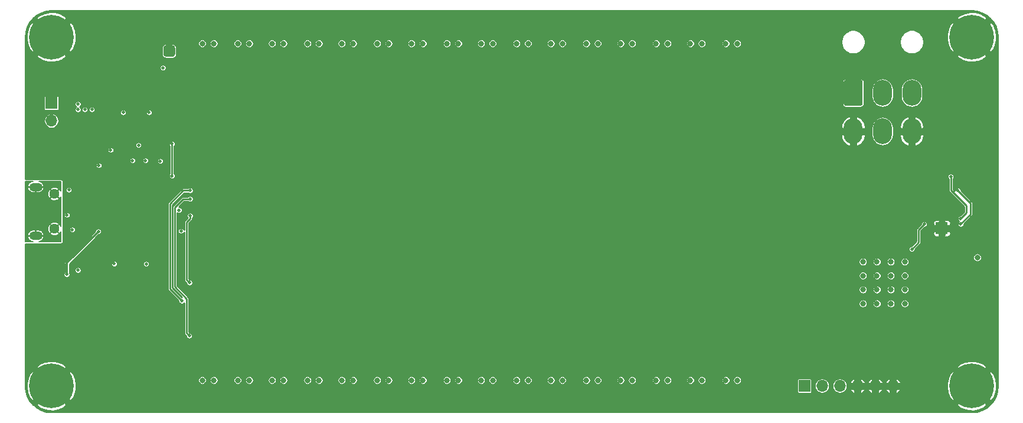
<source format=gbl>
G04 #@! TF.GenerationSoftware,KiCad,Pcbnew,(5.1.9)-1*
G04 #@! TF.CreationDate,2021-06-07T22:02:01-04:00*
G04 #@! TF.ProjectId,icepool-board,69636570-6f6f-46c2-9d62-6f6172642e6b,2020-04*
G04 #@! TF.SameCoordinates,Original*
G04 #@! TF.FileFunction,Copper,L4,Bot*
G04 #@! TF.FilePolarity,Positive*
%FSLAX46Y46*%
G04 Gerber Fmt 4.6, Leading zero omitted, Abs format (unit mm)*
G04 Created by KiCad (PCBNEW (5.1.9)-1) date 2021-06-07 22:02:01*
%MOMM*%
%LPD*%
G01*
G04 APERTURE LIST*
G04 #@! TA.AperFunction,ComponentPad*
%ADD10O,1.700000X1.700000*%
G04 #@! TD*
G04 #@! TA.AperFunction,ComponentPad*
%ADD11R,1.700000X1.700000*%
G04 #@! TD*
G04 #@! TA.AperFunction,ComponentPad*
%ADD12C,0.500000*%
G04 #@! TD*
G04 #@! TA.AperFunction,SMDPad,CuDef*
%ADD13R,1.680000X1.680000*%
G04 #@! TD*
G04 #@! TA.AperFunction,ComponentPad*
%ADD14C,0.800000*%
G04 #@! TD*
G04 #@! TA.AperFunction,ComponentPad*
%ADD15C,6.400000*%
G04 #@! TD*
G04 #@! TA.AperFunction,ComponentPad*
%ADD16O,1.900000X1.200000*%
G04 #@! TD*
G04 #@! TA.AperFunction,ComponentPad*
%ADD17C,1.450000*%
G04 #@! TD*
G04 #@! TA.AperFunction,ComponentPad*
%ADD18O,2.700000X3.700000*%
G04 #@! TD*
G04 #@! TA.AperFunction,ViaPad*
%ADD19C,0.800000*%
G04 #@! TD*
G04 #@! TA.AperFunction,ViaPad*
%ADD20C,0.500000*%
G04 #@! TD*
G04 #@! TA.AperFunction,Conductor*
%ADD21C,0.228600*%
G04 #@! TD*
G04 #@! TA.AperFunction,Conductor*
%ADD22C,0.304800*%
G04 #@! TD*
G04 #@! TA.AperFunction,Conductor*
%ADD23C,0.152400*%
G04 #@! TD*
G04 #@! TA.AperFunction,Conductor*
%ADD24C,0.100000*%
G04 #@! TD*
G04 #@! TA.AperFunction,Conductor*
%ADD25C,0.254000*%
G04 #@! TD*
G04 APERTURE END LIST*
G04 #@! TA.AperFunction,ComponentPad*
G36*
G01*
X51050000Y-28425000D02*
X51050000Y-27575000D01*
G75*
G02*
X51475000Y-27150000I425000J0D01*
G01*
X52325000Y-27150000D01*
G75*
G02*
X52750000Y-27575000I0J-425000D01*
G01*
X52750000Y-28425000D01*
G75*
G02*
X52325000Y-28850000I-425000J0D01*
G01*
X51475000Y-28850000D01*
G75*
G02*
X51050000Y-28425000I0J425000D01*
G01*
G37*
G04 #@! TD.AperFunction*
D10*
X155700000Y-76000000D03*
X153160000Y-76000000D03*
X150620000Y-76000000D03*
X148080000Y-76000000D03*
X145540000Y-76000000D03*
D11*
X143000000Y-76000000D03*
D12*
X162110000Y-53990000D03*
X162110000Y-52810000D03*
X163290000Y-53990000D03*
X163290000Y-52810000D03*
D13*
X162700000Y-53400000D03*
D14*
X168697056Y-24302944D03*
X167000000Y-23600000D03*
X165302944Y-24302944D03*
X164600000Y-26000000D03*
X165302944Y-27697056D03*
X167000000Y-28400000D03*
X168697056Y-27697056D03*
X169400000Y-26000000D03*
D15*
X167000000Y-26000000D03*
D16*
X32762500Y-54500000D03*
X32762500Y-47500000D03*
D17*
X35462500Y-53500000D03*
X35462500Y-48500000D03*
D18*
X158400000Y-39500000D03*
X154200000Y-39500000D03*
X150000000Y-39500000D03*
X158400000Y-34000000D03*
X154200000Y-34000000D03*
G04 #@! TA.AperFunction,ComponentPad*
G36*
G01*
X148650000Y-35599999D02*
X148650000Y-32400001D01*
G75*
G02*
X148900001Y-32150000I250001J0D01*
G01*
X151099999Y-32150000D01*
G75*
G02*
X151350000Y-32400001I0J-250001D01*
G01*
X151350000Y-35599999D01*
G75*
G02*
X151099999Y-35850000I-250001J0D01*
G01*
X148900001Y-35850000D01*
G75*
G02*
X148650000Y-35599999I0J250001D01*
G01*
G37*
G04 #@! TD.AperFunction*
D14*
X36697056Y-24302944D03*
X35000000Y-23600000D03*
X33302944Y-24302944D03*
X32600000Y-26000000D03*
X33302944Y-27697056D03*
X35000000Y-28400000D03*
X36697056Y-27697056D03*
X37400000Y-26000000D03*
D15*
X35000000Y-26000000D03*
D10*
X35000000Y-38000000D03*
D11*
X35000000Y-35460000D03*
D14*
X168697056Y-74302944D03*
X167000000Y-73600000D03*
X165302944Y-74302944D03*
X164600000Y-76000000D03*
X165302944Y-77697056D03*
X167000000Y-78400000D03*
X168697056Y-77697056D03*
X169400000Y-76000000D03*
D15*
X167000000Y-76000000D03*
D14*
X36697056Y-74302944D03*
X35000000Y-73600000D03*
X33302944Y-74302944D03*
X32600000Y-76000000D03*
X33302944Y-77697056D03*
X35000000Y-78400000D03*
X36697056Y-77697056D03*
X37400000Y-76000000D03*
D15*
X35000000Y-76000000D03*
D19*
X66642000Y-72644000D03*
X113373001Y-72644000D03*
X126642000Y-72644000D03*
X168600000Y-39400000D03*
X91722000Y-72644000D03*
X71722000Y-72644000D03*
X108293000Y-72644000D03*
X98293000Y-72644000D03*
X63373001Y-72644000D03*
D20*
X47000000Y-34600000D03*
D19*
X168600000Y-40800000D03*
X111722000Y-72644000D03*
X133373001Y-72644000D03*
X86642000Y-72644000D03*
X61722000Y-72644000D03*
X96642000Y-72644000D03*
D20*
X49600000Y-34600000D03*
D19*
X118293000Y-72644000D03*
X88293000Y-72644000D03*
X68293000Y-72644000D03*
X131722000Y-72644000D03*
X128293000Y-72644000D03*
X103373001Y-72644000D03*
X93373001Y-72644000D03*
X83373001Y-72644000D03*
X123373001Y-72644000D03*
X118293000Y-29464000D03*
X121722000Y-72644000D03*
X128293000Y-29464000D03*
X78293000Y-72644000D03*
X58293000Y-72644000D03*
X101722000Y-72644000D03*
X76642000Y-72644000D03*
X106642000Y-72644000D03*
X33600000Y-42000000D03*
X73373001Y-72644000D03*
X81722000Y-72644000D03*
X116642000Y-72644000D03*
X56642000Y-72644000D03*
D20*
X52832000Y-43434000D03*
X40950000Y-52350000D03*
X54300000Y-50800000D03*
X32000000Y-57400000D03*
D19*
X131722000Y-29464000D03*
X68293000Y-29464000D03*
D20*
X50000000Y-42200000D03*
D19*
X91722000Y-29464000D03*
X133373000Y-29464000D03*
X123373000Y-29464000D03*
X83373000Y-29464000D03*
D20*
X35900000Y-56000000D03*
X38600000Y-55000000D03*
D19*
X73373000Y-29464000D03*
D20*
X50749980Y-47850000D03*
D19*
X121722000Y-29464000D03*
X56642000Y-29464000D03*
D20*
X52832000Y-37084000D03*
D19*
X111722000Y-29464000D03*
D20*
X48599994Y-46300000D03*
D19*
X96642000Y-29464000D03*
X81722000Y-29464000D03*
X71722000Y-29464000D03*
X66642000Y-29464000D03*
D20*
X49200000Y-60000000D03*
D19*
X86642000Y-29464000D03*
X76642000Y-29464000D03*
D20*
X40950000Y-53350000D03*
X45250000Y-40850000D03*
X41006112Y-47349990D03*
X46149988Y-55853210D03*
X50600000Y-53900000D03*
D19*
X106642000Y-29464000D03*
X63373000Y-29464000D03*
D20*
X50500000Y-36200000D03*
X46200000Y-42200000D03*
X48900000Y-42200000D03*
X42200000Y-42200000D03*
D19*
X61722000Y-29464000D03*
D20*
X43600000Y-60000000D03*
X37215000Y-52500000D03*
D19*
X108293000Y-29464000D03*
X126642000Y-29464000D03*
D20*
X43000000Y-39700000D03*
D19*
X98293000Y-29464000D03*
X88293000Y-29464000D03*
X78293000Y-29464000D03*
X113373000Y-29464000D03*
X167200000Y-49000000D03*
X103373000Y-29464000D03*
X93373000Y-29464000D03*
D20*
X53200000Y-55400000D03*
D19*
X101722000Y-29464000D03*
D20*
X41100000Y-42200000D03*
D19*
X116642000Y-29464000D03*
X58293000Y-29464000D03*
X147800000Y-49400000D03*
X151800000Y-53400000D03*
X147800000Y-53400000D03*
X145800000Y-49400000D03*
X153800000Y-49400000D03*
X155800000Y-47400000D03*
D20*
X37500000Y-49800000D03*
D19*
X153800000Y-47400000D03*
D20*
X41500000Y-30400000D03*
X38100000Y-40200000D03*
D19*
X155800000Y-51400000D03*
X153800000Y-51400000D03*
X145800000Y-51400000D03*
X151800000Y-49400000D03*
X166800000Y-55000000D03*
X163000000Y-61600000D03*
D20*
X52832000Y-34544000D03*
X52832000Y-44704000D03*
X52832000Y-39624000D03*
X52832000Y-38354000D03*
X41600000Y-35600000D03*
X42600000Y-33000000D03*
X41600000Y-33000000D03*
X52832000Y-35814000D03*
D19*
X155800000Y-49400000D03*
X158200000Y-44200000D03*
X145800000Y-53400000D03*
X145800000Y-47400000D03*
X151800000Y-51400000D03*
D20*
X40600000Y-33000000D03*
D19*
X147800000Y-51400000D03*
X149800000Y-49400000D03*
X153800000Y-53400000D03*
X168600000Y-42200000D03*
D20*
X58600000Y-48400000D03*
D19*
X123373000Y-75184000D03*
X106642000Y-75184000D03*
X73373000Y-75184000D03*
X126642000Y-26924000D03*
X83373000Y-75184000D03*
X118293000Y-75184000D03*
X108293000Y-26924000D03*
X111722000Y-75184000D03*
X98293000Y-26924000D03*
X71722000Y-75184000D03*
X128293000Y-26924000D03*
X118293000Y-26924000D03*
X93373000Y-75184000D03*
X78293000Y-75184000D03*
X98293000Y-75184000D03*
X91722000Y-26924000D03*
X91722000Y-75184000D03*
X88293000Y-26924000D03*
X131722000Y-75184000D03*
X88293000Y-75184000D03*
X76642000Y-75184000D03*
X128293000Y-75184000D03*
X68293000Y-75184000D03*
X133373000Y-75184000D03*
X106642000Y-26924000D03*
X68293000Y-26924000D03*
X81722000Y-26924000D03*
X111722000Y-26924000D03*
X58293000Y-75184000D03*
X116642000Y-26924000D03*
X86642000Y-75184000D03*
X101722000Y-26924000D03*
X131722000Y-26924000D03*
X56642000Y-75184000D03*
X96642000Y-75184000D03*
X101722000Y-75184000D03*
X81722000Y-75184000D03*
X121722000Y-26924000D03*
X63373000Y-75184000D03*
X78293000Y-26924000D03*
X71722000Y-26924000D03*
X103373000Y-75184000D03*
X61722000Y-75184000D03*
X66642000Y-75184000D03*
X108293000Y-75184000D03*
D20*
X51000000Y-30400000D03*
D19*
X126642000Y-75184000D03*
X121722000Y-75184000D03*
X113373000Y-75184000D03*
X116642000Y-75184000D03*
X56642000Y-26924000D03*
D20*
X49000000Y-36800000D03*
D19*
X151400000Y-64200000D03*
D20*
X40800000Y-36400000D03*
D19*
X61722000Y-26924000D03*
D20*
X48600000Y-58515000D03*
D19*
X153400000Y-62200000D03*
X96642000Y-26924000D03*
X86642000Y-26924000D03*
X66642000Y-26924000D03*
X73373000Y-26924000D03*
X76642000Y-26924000D03*
D20*
X38800000Y-35600000D03*
D19*
X133373000Y-26924000D03*
D20*
X160200000Y-52800000D03*
D19*
X153400000Y-64200000D03*
D20*
X38800000Y-59400000D03*
D19*
X157400000Y-60200000D03*
X151400000Y-62200000D03*
X155400000Y-60200000D03*
X153400000Y-60200000D03*
X151400000Y-60200000D03*
D20*
X37215000Y-51515000D03*
D19*
X155400000Y-62200000D03*
X123373000Y-26924000D03*
D20*
X37499986Y-47900014D03*
X39800000Y-36400000D03*
D19*
X113373000Y-26924000D03*
X103373000Y-26924000D03*
X93373000Y-26924000D03*
D20*
X44000000Y-58500000D03*
D19*
X157400000Y-64200000D03*
X155400000Y-58200000D03*
X58293000Y-26924000D03*
X63373000Y-26924000D03*
D20*
X47500012Y-41500000D03*
X38800000Y-36400000D03*
D19*
X83373000Y-26924000D03*
D20*
X158400000Y-56400000D03*
D19*
X155400000Y-64200000D03*
X157400000Y-62200000D03*
X157400000Y-58200000D03*
X153400000Y-58200000D03*
X151400000Y-58200000D03*
D20*
X43500000Y-42200000D03*
X45300000Y-36800000D03*
X53300000Y-50800000D03*
X46615008Y-43685000D03*
X48500000Y-43700000D03*
D19*
X167800000Y-57600000D03*
D20*
X54900000Y-51600000D03*
X54810000Y-61190000D03*
X37200000Y-60000000D03*
X41749990Y-53850010D03*
X54790000Y-68810000D03*
X54900000Y-49200000D03*
X38000000Y-53600000D03*
X50600000Y-43800000D03*
X41800000Y-44400000D03*
X53600000Y-53800000D03*
X52300000Y-45900006D03*
X52300000Y-41300000D03*
X54900000Y-48000000D03*
X53700000Y-63800000D03*
X165000000Y-48000000D03*
X165400000Y-52800000D03*
X164000000Y-46000000D03*
X165400000Y-52000000D03*
D21*
X160200000Y-52800000D02*
X159400000Y-53600000D01*
X159400000Y-55400000D02*
X158400000Y-56400000D01*
X159400000Y-53600000D02*
X159400000Y-55400000D01*
X54900000Y-51600000D02*
X54900000Y-52000000D01*
X54400000Y-52500000D02*
X54400000Y-60800000D01*
X54900000Y-52000000D02*
X54400000Y-52500000D01*
X54400000Y-60800000D02*
X54800000Y-61200000D01*
D22*
X37200000Y-60000000D02*
X37200000Y-58400000D01*
X37200000Y-58400000D02*
X41749990Y-53850010D01*
D21*
X53900000Y-49200000D02*
X54900000Y-49200000D01*
X54790000Y-68810000D02*
X54400000Y-68420000D01*
X52700000Y-61800000D02*
X52700000Y-50400000D01*
X52700000Y-50400000D02*
X53900000Y-49200000D01*
X54400000Y-68420000D02*
X54400000Y-63500000D01*
X54400000Y-63500000D02*
X52700000Y-61800000D01*
X52300000Y-41600000D02*
X52300000Y-41300000D01*
X52300000Y-45900006D02*
X52300000Y-41600000D01*
X53900000Y-48000000D02*
X52000000Y-49900000D01*
X52000000Y-62100000D02*
X53700000Y-63800000D01*
X54900000Y-48000000D02*
X53900000Y-48000000D01*
X52000000Y-49900000D02*
X52000000Y-62100000D01*
X166800000Y-51400000D02*
X166800000Y-49800000D01*
X166800000Y-49800000D02*
X165000000Y-48000000D01*
X165400000Y-52800000D02*
X166800000Y-51400000D01*
X164000000Y-46000000D02*
X164000000Y-48000000D01*
X166200000Y-51200000D02*
X165400000Y-52000000D01*
X166200000Y-50200000D02*
X166200000Y-51200000D01*
X164000000Y-48000000D02*
X166200000Y-50200000D01*
D23*
X32201024Y-46697232D02*
X32048475Y-46753914D01*
X31909915Y-46839268D01*
X31790670Y-46950013D01*
X31695321Y-47081894D01*
X31627533Y-47229842D01*
X31603588Y-47320448D01*
X31642724Y-47449200D01*
X32711700Y-47449200D01*
X32711700Y-47429200D01*
X32813300Y-47429200D01*
X32813300Y-47449200D01*
X33882276Y-47449200D01*
X33921412Y-47320448D01*
X33897467Y-47229842D01*
X33829679Y-47081894D01*
X33734330Y-46950013D01*
X33615085Y-46839268D01*
X33476525Y-46753914D01*
X33323976Y-46697232D01*
X33193156Y-46676200D01*
X36284843Y-46676200D01*
X36312390Y-46687610D01*
X36323800Y-46715157D01*
X36323800Y-48085903D01*
X36266480Y-47978666D01*
X36134556Y-47899786D01*
X35534342Y-48500000D01*
X36134556Y-49100214D01*
X36266480Y-49021334D01*
X36323800Y-48910450D01*
X36323800Y-53085903D01*
X36266480Y-52978666D01*
X36134556Y-52899786D01*
X35534342Y-53500000D01*
X36134556Y-54100214D01*
X36266480Y-54021334D01*
X36323800Y-53910450D01*
X36323800Y-55284843D01*
X36312390Y-55312390D01*
X36284843Y-55323800D01*
X33193156Y-55323800D01*
X33323976Y-55302768D01*
X33476525Y-55246086D01*
X33615085Y-55160732D01*
X33734330Y-55049987D01*
X33829679Y-54918106D01*
X33897467Y-54770158D01*
X33921412Y-54679552D01*
X33882276Y-54550800D01*
X32813300Y-54550800D01*
X32813300Y-54570800D01*
X32711700Y-54570800D01*
X32711700Y-54550800D01*
X31642724Y-54550800D01*
X31603588Y-54679552D01*
X31627533Y-54770158D01*
X31695321Y-54918106D01*
X31790670Y-55049987D01*
X31909915Y-55160732D01*
X32048475Y-55246086D01*
X32201024Y-55302768D01*
X32331844Y-55323800D01*
X31253600Y-55323800D01*
X31253600Y-54320448D01*
X31603588Y-54320448D01*
X31642724Y-54449200D01*
X32711700Y-54449200D01*
X32711700Y-53671400D01*
X32813300Y-53671400D01*
X32813300Y-54449200D01*
X33882276Y-54449200D01*
X33921412Y-54320448D01*
X33897467Y-54229842D01*
X33870991Y-54172056D01*
X34862286Y-54172056D01*
X34941166Y-54303980D01*
X35108032Y-54390239D01*
X35288520Y-54442287D01*
X35475694Y-54458123D01*
X35662362Y-54437139D01*
X35841348Y-54380141D01*
X35983834Y-54303980D01*
X36062714Y-54172056D01*
X35462500Y-53571842D01*
X34862286Y-54172056D01*
X33870991Y-54172056D01*
X33829679Y-54081894D01*
X33734330Y-53950013D01*
X33615085Y-53839268D01*
X33476525Y-53753914D01*
X33323976Y-53697232D01*
X33163300Y-53671400D01*
X32813300Y-53671400D01*
X32711700Y-53671400D01*
X32361700Y-53671400D01*
X32201024Y-53697232D01*
X32048475Y-53753914D01*
X31909915Y-53839268D01*
X31790670Y-53950013D01*
X31695321Y-54081894D01*
X31627533Y-54229842D01*
X31603588Y-54320448D01*
X31253600Y-54320448D01*
X31253600Y-53513194D01*
X34504377Y-53513194D01*
X34525361Y-53699862D01*
X34582359Y-53878848D01*
X34658520Y-54021334D01*
X34790444Y-54100214D01*
X35390658Y-53500000D01*
X34790444Y-52899786D01*
X34658520Y-52978666D01*
X34572261Y-53145532D01*
X34520213Y-53326020D01*
X34504377Y-53513194D01*
X31253600Y-53513194D01*
X31253600Y-52827944D01*
X34862286Y-52827944D01*
X35462500Y-53428158D01*
X36062714Y-52827944D01*
X35983834Y-52696020D01*
X35816968Y-52609761D01*
X35636480Y-52557713D01*
X35449306Y-52541877D01*
X35262638Y-52562861D01*
X35083652Y-52619859D01*
X34941166Y-52696020D01*
X34862286Y-52827944D01*
X31253600Y-52827944D01*
X31253600Y-49172056D01*
X34862286Y-49172056D01*
X34941166Y-49303980D01*
X35108032Y-49390239D01*
X35288520Y-49442287D01*
X35475694Y-49458123D01*
X35662362Y-49437139D01*
X35841348Y-49380141D01*
X35983834Y-49303980D01*
X36062714Y-49172056D01*
X35462500Y-48571842D01*
X34862286Y-49172056D01*
X31253600Y-49172056D01*
X31253600Y-48513194D01*
X34504377Y-48513194D01*
X34525361Y-48699862D01*
X34582359Y-48878848D01*
X34658520Y-49021334D01*
X34790444Y-49100214D01*
X35390658Y-48500000D01*
X34790444Y-47899786D01*
X34658520Y-47978666D01*
X34572261Y-48145532D01*
X34520213Y-48326020D01*
X34504377Y-48513194D01*
X31253600Y-48513194D01*
X31253600Y-47679552D01*
X31603588Y-47679552D01*
X31627533Y-47770158D01*
X31695321Y-47918106D01*
X31790670Y-48049987D01*
X31909915Y-48160732D01*
X32048475Y-48246086D01*
X32201024Y-48302768D01*
X32361700Y-48328600D01*
X32711700Y-48328600D01*
X32711700Y-47550800D01*
X32813300Y-47550800D01*
X32813300Y-48328600D01*
X33163300Y-48328600D01*
X33323976Y-48302768D01*
X33476525Y-48246086D01*
X33615085Y-48160732D01*
X33734330Y-48049987D01*
X33829679Y-47918106D01*
X33870990Y-47827944D01*
X34862286Y-47827944D01*
X35462500Y-48428158D01*
X36062714Y-47827944D01*
X35983834Y-47696020D01*
X35816968Y-47609761D01*
X35636480Y-47557713D01*
X35449306Y-47541877D01*
X35262638Y-47562861D01*
X35083652Y-47619859D01*
X34941166Y-47696020D01*
X34862286Y-47827944D01*
X33870990Y-47827944D01*
X33897467Y-47770158D01*
X33921412Y-47679552D01*
X33882276Y-47550800D01*
X32813300Y-47550800D01*
X32711700Y-47550800D01*
X31642724Y-47550800D01*
X31603588Y-47679552D01*
X31253600Y-47679552D01*
X31253600Y-46676200D01*
X32331844Y-46676200D01*
X32201024Y-46697232D01*
G04 #@! TA.AperFunction,Conductor*
D24*
G36*
X32201024Y-46697232D02*
G01*
X32048475Y-46753914D01*
X31909915Y-46839268D01*
X31790670Y-46950013D01*
X31695321Y-47081894D01*
X31627533Y-47229842D01*
X31603588Y-47320448D01*
X31642724Y-47449200D01*
X32711700Y-47449200D01*
X32711700Y-47429200D01*
X32813300Y-47429200D01*
X32813300Y-47449200D01*
X33882276Y-47449200D01*
X33921412Y-47320448D01*
X33897467Y-47229842D01*
X33829679Y-47081894D01*
X33734330Y-46950013D01*
X33615085Y-46839268D01*
X33476525Y-46753914D01*
X33323976Y-46697232D01*
X33193156Y-46676200D01*
X36284843Y-46676200D01*
X36312390Y-46687610D01*
X36323800Y-46715157D01*
X36323800Y-48085903D01*
X36266480Y-47978666D01*
X36134556Y-47899786D01*
X35534342Y-48500000D01*
X36134556Y-49100214D01*
X36266480Y-49021334D01*
X36323800Y-48910450D01*
X36323800Y-53085903D01*
X36266480Y-52978666D01*
X36134556Y-52899786D01*
X35534342Y-53500000D01*
X36134556Y-54100214D01*
X36266480Y-54021334D01*
X36323800Y-53910450D01*
X36323800Y-55284843D01*
X36312390Y-55312390D01*
X36284843Y-55323800D01*
X33193156Y-55323800D01*
X33323976Y-55302768D01*
X33476525Y-55246086D01*
X33615085Y-55160732D01*
X33734330Y-55049987D01*
X33829679Y-54918106D01*
X33897467Y-54770158D01*
X33921412Y-54679552D01*
X33882276Y-54550800D01*
X32813300Y-54550800D01*
X32813300Y-54570800D01*
X32711700Y-54570800D01*
X32711700Y-54550800D01*
X31642724Y-54550800D01*
X31603588Y-54679552D01*
X31627533Y-54770158D01*
X31695321Y-54918106D01*
X31790670Y-55049987D01*
X31909915Y-55160732D01*
X32048475Y-55246086D01*
X32201024Y-55302768D01*
X32331844Y-55323800D01*
X31253600Y-55323800D01*
X31253600Y-54320448D01*
X31603588Y-54320448D01*
X31642724Y-54449200D01*
X32711700Y-54449200D01*
X32711700Y-53671400D01*
X32813300Y-53671400D01*
X32813300Y-54449200D01*
X33882276Y-54449200D01*
X33921412Y-54320448D01*
X33897467Y-54229842D01*
X33870991Y-54172056D01*
X34862286Y-54172056D01*
X34941166Y-54303980D01*
X35108032Y-54390239D01*
X35288520Y-54442287D01*
X35475694Y-54458123D01*
X35662362Y-54437139D01*
X35841348Y-54380141D01*
X35983834Y-54303980D01*
X36062714Y-54172056D01*
X35462500Y-53571842D01*
X34862286Y-54172056D01*
X33870991Y-54172056D01*
X33829679Y-54081894D01*
X33734330Y-53950013D01*
X33615085Y-53839268D01*
X33476525Y-53753914D01*
X33323976Y-53697232D01*
X33163300Y-53671400D01*
X32813300Y-53671400D01*
X32711700Y-53671400D01*
X32361700Y-53671400D01*
X32201024Y-53697232D01*
X32048475Y-53753914D01*
X31909915Y-53839268D01*
X31790670Y-53950013D01*
X31695321Y-54081894D01*
X31627533Y-54229842D01*
X31603588Y-54320448D01*
X31253600Y-54320448D01*
X31253600Y-53513194D01*
X34504377Y-53513194D01*
X34525361Y-53699862D01*
X34582359Y-53878848D01*
X34658520Y-54021334D01*
X34790444Y-54100214D01*
X35390658Y-53500000D01*
X34790444Y-52899786D01*
X34658520Y-52978666D01*
X34572261Y-53145532D01*
X34520213Y-53326020D01*
X34504377Y-53513194D01*
X31253600Y-53513194D01*
X31253600Y-52827944D01*
X34862286Y-52827944D01*
X35462500Y-53428158D01*
X36062714Y-52827944D01*
X35983834Y-52696020D01*
X35816968Y-52609761D01*
X35636480Y-52557713D01*
X35449306Y-52541877D01*
X35262638Y-52562861D01*
X35083652Y-52619859D01*
X34941166Y-52696020D01*
X34862286Y-52827944D01*
X31253600Y-52827944D01*
X31253600Y-49172056D01*
X34862286Y-49172056D01*
X34941166Y-49303980D01*
X35108032Y-49390239D01*
X35288520Y-49442287D01*
X35475694Y-49458123D01*
X35662362Y-49437139D01*
X35841348Y-49380141D01*
X35983834Y-49303980D01*
X36062714Y-49172056D01*
X35462500Y-48571842D01*
X34862286Y-49172056D01*
X31253600Y-49172056D01*
X31253600Y-48513194D01*
X34504377Y-48513194D01*
X34525361Y-48699862D01*
X34582359Y-48878848D01*
X34658520Y-49021334D01*
X34790444Y-49100214D01*
X35390658Y-48500000D01*
X34790444Y-47899786D01*
X34658520Y-47978666D01*
X34572261Y-48145532D01*
X34520213Y-48326020D01*
X34504377Y-48513194D01*
X31253600Y-48513194D01*
X31253600Y-47679552D01*
X31603588Y-47679552D01*
X31627533Y-47770158D01*
X31695321Y-47918106D01*
X31790670Y-48049987D01*
X31909915Y-48160732D01*
X32048475Y-48246086D01*
X32201024Y-48302768D01*
X32361700Y-48328600D01*
X32711700Y-48328600D01*
X32711700Y-47550800D01*
X32813300Y-47550800D01*
X32813300Y-48328600D01*
X33163300Y-48328600D01*
X33323976Y-48302768D01*
X33476525Y-48246086D01*
X33615085Y-48160732D01*
X33734330Y-48049987D01*
X33829679Y-47918106D01*
X33870990Y-47827944D01*
X34862286Y-47827944D01*
X35462500Y-48428158D01*
X36062714Y-47827944D01*
X35983834Y-47696020D01*
X35816968Y-47609761D01*
X35636480Y-47557713D01*
X35449306Y-47541877D01*
X35262638Y-47562861D01*
X35083652Y-47619859D01*
X34941166Y-47696020D01*
X34862286Y-47827944D01*
X33870990Y-47827944D01*
X33897467Y-47770158D01*
X33921412Y-47679552D01*
X33882276Y-47550800D01*
X32813300Y-47550800D01*
X32711700Y-47550800D01*
X31642724Y-47550800D01*
X31603588Y-47679552D01*
X31253600Y-47679552D01*
X31253600Y-46676200D01*
X32331844Y-46676200D01*
X32201024Y-46697232D01*
G37*
G04 #@! TD.AperFunction*
D25*
X167727445Y-22326143D02*
X168427181Y-22537406D01*
X169072553Y-22880557D01*
X169638986Y-23342528D01*
X170104898Y-23905720D01*
X170452546Y-24548681D01*
X170668689Y-25246926D01*
X170746350Y-25985813D01*
X170746401Y-26000593D01*
X170746400Y-75987594D01*
X170673857Y-76727446D01*
X170462594Y-77427181D01*
X170119444Y-78072553D01*
X169657470Y-78638988D01*
X169094282Y-79104897D01*
X168451315Y-79452548D01*
X167753073Y-79668689D01*
X167014187Y-79746350D01*
X166999695Y-79746400D01*
X35012406Y-79746400D01*
X34272554Y-79673857D01*
X33572819Y-79462594D01*
X32927447Y-79119444D01*
X32452105Y-78731763D01*
X32807053Y-78731763D01*
X33205081Y-79118690D01*
X33847996Y-79408936D01*
X34535182Y-79568180D01*
X35240231Y-79590299D01*
X35936047Y-79474446D01*
X36595893Y-79225072D01*
X36794919Y-79118690D01*
X37192947Y-78731763D01*
X164807053Y-78731763D01*
X165205081Y-79118690D01*
X165847996Y-79408936D01*
X166535182Y-79568180D01*
X167240231Y-79590299D01*
X167936047Y-79474446D01*
X168595893Y-79225072D01*
X168794919Y-79118690D01*
X169192947Y-78731763D01*
X168910106Y-78448922D01*
X168951744Y-78337824D01*
X168697056Y-78083136D01*
X168620688Y-78159504D01*
X168234608Y-77773424D01*
X168310976Y-77697056D01*
X168056288Y-77442368D01*
X167945190Y-77484006D01*
X167000000Y-76538815D01*
X166054810Y-77484006D01*
X165943712Y-77442368D01*
X165689024Y-77697056D01*
X165765392Y-77773424D01*
X165379312Y-78159504D01*
X165302944Y-78083136D01*
X165048256Y-78337824D01*
X165089894Y-78448922D01*
X164807053Y-78731763D01*
X37192947Y-78731763D01*
X36910106Y-78448922D01*
X36951744Y-78337824D01*
X36697056Y-78083136D01*
X36620688Y-78159504D01*
X36234608Y-77773424D01*
X36310976Y-77697056D01*
X36056288Y-77442368D01*
X35945190Y-77484006D01*
X35000000Y-76538815D01*
X34054810Y-77484006D01*
X33943712Y-77442368D01*
X33689024Y-77697056D01*
X33765392Y-77773424D01*
X33379312Y-78159504D01*
X33302944Y-78083136D01*
X33048256Y-78337824D01*
X33089894Y-78448922D01*
X32807053Y-78731763D01*
X32452105Y-78731763D01*
X32361012Y-78657470D01*
X31895103Y-78094282D01*
X31547452Y-77451315D01*
X31331311Y-76753073D01*
X31277409Y-76240231D01*
X31409701Y-76240231D01*
X31525554Y-76936047D01*
X31774928Y-77595893D01*
X31881310Y-77794919D01*
X32268237Y-78192947D01*
X32551078Y-77910106D01*
X32662176Y-77951744D01*
X32916864Y-77697056D01*
X32840496Y-77620688D01*
X33226576Y-77234608D01*
X33302944Y-77310976D01*
X33557632Y-77056288D01*
X33515994Y-76945190D01*
X34461185Y-76000000D01*
X35538815Y-76000000D01*
X36484006Y-76945190D01*
X36442368Y-77056288D01*
X36697056Y-77310976D01*
X36773424Y-77234608D01*
X37159504Y-77620688D01*
X37083136Y-77697056D01*
X37337824Y-77951744D01*
X37448922Y-77910106D01*
X37731763Y-78192947D01*
X38118690Y-77794919D01*
X38408936Y-77152004D01*
X38568180Y-76464818D01*
X38590299Y-75759769D01*
X38484126Y-75122088D01*
X56013400Y-75122088D01*
X56013400Y-75245912D01*
X56037556Y-75367356D01*
X56084941Y-75481754D01*
X56153734Y-75584709D01*
X56241291Y-75672266D01*
X56344246Y-75741059D01*
X56458644Y-75788444D01*
X56580088Y-75812600D01*
X56703912Y-75812600D01*
X56825356Y-75788444D01*
X56939754Y-75741059D01*
X57042709Y-75672266D01*
X57130266Y-75584709D01*
X57199059Y-75481754D01*
X57246444Y-75367356D01*
X57270600Y-75245912D01*
X57270600Y-75122088D01*
X57664400Y-75122088D01*
X57664400Y-75245912D01*
X57688556Y-75367356D01*
X57735941Y-75481754D01*
X57804734Y-75584709D01*
X57892291Y-75672266D01*
X57995246Y-75741059D01*
X58109644Y-75788444D01*
X58231088Y-75812600D01*
X58354912Y-75812600D01*
X58476356Y-75788444D01*
X58590754Y-75741059D01*
X58693709Y-75672266D01*
X58781266Y-75584709D01*
X58850059Y-75481754D01*
X58897444Y-75367356D01*
X58921600Y-75245912D01*
X58921600Y-75122088D01*
X61093400Y-75122088D01*
X61093400Y-75245912D01*
X61117556Y-75367356D01*
X61164941Y-75481754D01*
X61233734Y-75584709D01*
X61321291Y-75672266D01*
X61424246Y-75741059D01*
X61538644Y-75788444D01*
X61660088Y-75812600D01*
X61783912Y-75812600D01*
X61905356Y-75788444D01*
X62019754Y-75741059D01*
X62122709Y-75672266D01*
X62210266Y-75584709D01*
X62279059Y-75481754D01*
X62326444Y-75367356D01*
X62350600Y-75245912D01*
X62350600Y-75122088D01*
X62744400Y-75122088D01*
X62744400Y-75245912D01*
X62768556Y-75367356D01*
X62815941Y-75481754D01*
X62884734Y-75584709D01*
X62972291Y-75672266D01*
X63075246Y-75741059D01*
X63189644Y-75788444D01*
X63311088Y-75812600D01*
X63434912Y-75812600D01*
X63556356Y-75788444D01*
X63670754Y-75741059D01*
X63773709Y-75672266D01*
X63861266Y-75584709D01*
X63930059Y-75481754D01*
X63977444Y-75367356D01*
X64001600Y-75245912D01*
X64001600Y-75122088D01*
X66013400Y-75122088D01*
X66013400Y-75245912D01*
X66037556Y-75367356D01*
X66084941Y-75481754D01*
X66153734Y-75584709D01*
X66241291Y-75672266D01*
X66344246Y-75741059D01*
X66458644Y-75788444D01*
X66580088Y-75812600D01*
X66703912Y-75812600D01*
X66825356Y-75788444D01*
X66939754Y-75741059D01*
X67042709Y-75672266D01*
X67130266Y-75584709D01*
X67199059Y-75481754D01*
X67246444Y-75367356D01*
X67270600Y-75245912D01*
X67270600Y-75122088D01*
X67664400Y-75122088D01*
X67664400Y-75245912D01*
X67688556Y-75367356D01*
X67735941Y-75481754D01*
X67804734Y-75584709D01*
X67892291Y-75672266D01*
X67995246Y-75741059D01*
X68109644Y-75788444D01*
X68231088Y-75812600D01*
X68354912Y-75812600D01*
X68476356Y-75788444D01*
X68590754Y-75741059D01*
X68693709Y-75672266D01*
X68781266Y-75584709D01*
X68850059Y-75481754D01*
X68897444Y-75367356D01*
X68921600Y-75245912D01*
X68921600Y-75122088D01*
X71093400Y-75122088D01*
X71093400Y-75245912D01*
X71117556Y-75367356D01*
X71164941Y-75481754D01*
X71233734Y-75584709D01*
X71321291Y-75672266D01*
X71424246Y-75741059D01*
X71538644Y-75788444D01*
X71660088Y-75812600D01*
X71783912Y-75812600D01*
X71905356Y-75788444D01*
X72019754Y-75741059D01*
X72122709Y-75672266D01*
X72210266Y-75584709D01*
X72279059Y-75481754D01*
X72326444Y-75367356D01*
X72350600Y-75245912D01*
X72350600Y-75122088D01*
X72744400Y-75122088D01*
X72744400Y-75245912D01*
X72768556Y-75367356D01*
X72815941Y-75481754D01*
X72884734Y-75584709D01*
X72972291Y-75672266D01*
X73075246Y-75741059D01*
X73189644Y-75788444D01*
X73311088Y-75812600D01*
X73434912Y-75812600D01*
X73556356Y-75788444D01*
X73670754Y-75741059D01*
X73773709Y-75672266D01*
X73861266Y-75584709D01*
X73930059Y-75481754D01*
X73977444Y-75367356D01*
X74001600Y-75245912D01*
X74001600Y-75122088D01*
X76013400Y-75122088D01*
X76013400Y-75245912D01*
X76037556Y-75367356D01*
X76084941Y-75481754D01*
X76153734Y-75584709D01*
X76241291Y-75672266D01*
X76344246Y-75741059D01*
X76458644Y-75788444D01*
X76580088Y-75812600D01*
X76703912Y-75812600D01*
X76825356Y-75788444D01*
X76939754Y-75741059D01*
X77042709Y-75672266D01*
X77130266Y-75584709D01*
X77199059Y-75481754D01*
X77246444Y-75367356D01*
X77270600Y-75245912D01*
X77270600Y-75122088D01*
X77664400Y-75122088D01*
X77664400Y-75245912D01*
X77688556Y-75367356D01*
X77735941Y-75481754D01*
X77804734Y-75584709D01*
X77892291Y-75672266D01*
X77995246Y-75741059D01*
X78109644Y-75788444D01*
X78231088Y-75812600D01*
X78354912Y-75812600D01*
X78476356Y-75788444D01*
X78590754Y-75741059D01*
X78693709Y-75672266D01*
X78781266Y-75584709D01*
X78850059Y-75481754D01*
X78897444Y-75367356D01*
X78921600Y-75245912D01*
X78921600Y-75122088D01*
X81093400Y-75122088D01*
X81093400Y-75245912D01*
X81117556Y-75367356D01*
X81164941Y-75481754D01*
X81233734Y-75584709D01*
X81321291Y-75672266D01*
X81424246Y-75741059D01*
X81538644Y-75788444D01*
X81660088Y-75812600D01*
X81783912Y-75812600D01*
X81905356Y-75788444D01*
X82019754Y-75741059D01*
X82122709Y-75672266D01*
X82210266Y-75584709D01*
X82279059Y-75481754D01*
X82326444Y-75367356D01*
X82350600Y-75245912D01*
X82350600Y-75122088D01*
X82744400Y-75122088D01*
X82744400Y-75245912D01*
X82768556Y-75367356D01*
X82815941Y-75481754D01*
X82884734Y-75584709D01*
X82972291Y-75672266D01*
X83075246Y-75741059D01*
X83189644Y-75788444D01*
X83311088Y-75812600D01*
X83434912Y-75812600D01*
X83556356Y-75788444D01*
X83670754Y-75741059D01*
X83773709Y-75672266D01*
X83861266Y-75584709D01*
X83930059Y-75481754D01*
X83977444Y-75367356D01*
X84001600Y-75245912D01*
X84001600Y-75122088D01*
X86013400Y-75122088D01*
X86013400Y-75245912D01*
X86037556Y-75367356D01*
X86084941Y-75481754D01*
X86153734Y-75584709D01*
X86241291Y-75672266D01*
X86344246Y-75741059D01*
X86458644Y-75788444D01*
X86580088Y-75812600D01*
X86703912Y-75812600D01*
X86825356Y-75788444D01*
X86939754Y-75741059D01*
X87042709Y-75672266D01*
X87130266Y-75584709D01*
X87199059Y-75481754D01*
X87246444Y-75367356D01*
X87270600Y-75245912D01*
X87270600Y-75122088D01*
X87664400Y-75122088D01*
X87664400Y-75245912D01*
X87688556Y-75367356D01*
X87735941Y-75481754D01*
X87804734Y-75584709D01*
X87892291Y-75672266D01*
X87995246Y-75741059D01*
X88109644Y-75788444D01*
X88231088Y-75812600D01*
X88354912Y-75812600D01*
X88476356Y-75788444D01*
X88590754Y-75741059D01*
X88693709Y-75672266D01*
X88781266Y-75584709D01*
X88850059Y-75481754D01*
X88897444Y-75367356D01*
X88921600Y-75245912D01*
X88921600Y-75122088D01*
X91093400Y-75122088D01*
X91093400Y-75245912D01*
X91117556Y-75367356D01*
X91164941Y-75481754D01*
X91233734Y-75584709D01*
X91321291Y-75672266D01*
X91424246Y-75741059D01*
X91538644Y-75788444D01*
X91660088Y-75812600D01*
X91783912Y-75812600D01*
X91905356Y-75788444D01*
X92019754Y-75741059D01*
X92122709Y-75672266D01*
X92210266Y-75584709D01*
X92279059Y-75481754D01*
X92326444Y-75367356D01*
X92350600Y-75245912D01*
X92350600Y-75122088D01*
X92744400Y-75122088D01*
X92744400Y-75245912D01*
X92768556Y-75367356D01*
X92815941Y-75481754D01*
X92884734Y-75584709D01*
X92972291Y-75672266D01*
X93075246Y-75741059D01*
X93189644Y-75788444D01*
X93311088Y-75812600D01*
X93434912Y-75812600D01*
X93556356Y-75788444D01*
X93670754Y-75741059D01*
X93773709Y-75672266D01*
X93861266Y-75584709D01*
X93930059Y-75481754D01*
X93977444Y-75367356D01*
X94001600Y-75245912D01*
X94001600Y-75122088D01*
X96013400Y-75122088D01*
X96013400Y-75245912D01*
X96037556Y-75367356D01*
X96084941Y-75481754D01*
X96153734Y-75584709D01*
X96241291Y-75672266D01*
X96344246Y-75741059D01*
X96458644Y-75788444D01*
X96580088Y-75812600D01*
X96703912Y-75812600D01*
X96825356Y-75788444D01*
X96939754Y-75741059D01*
X97042709Y-75672266D01*
X97130266Y-75584709D01*
X97199059Y-75481754D01*
X97246444Y-75367356D01*
X97270600Y-75245912D01*
X97270600Y-75122088D01*
X97664400Y-75122088D01*
X97664400Y-75245912D01*
X97688556Y-75367356D01*
X97735941Y-75481754D01*
X97804734Y-75584709D01*
X97892291Y-75672266D01*
X97995246Y-75741059D01*
X98109644Y-75788444D01*
X98231088Y-75812600D01*
X98354912Y-75812600D01*
X98476356Y-75788444D01*
X98590754Y-75741059D01*
X98693709Y-75672266D01*
X98781266Y-75584709D01*
X98850059Y-75481754D01*
X98897444Y-75367356D01*
X98921600Y-75245912D01*
X98921600Y-75122088D01*
X101093400Y-75122088D01*
X101093400Y-75245912D01*
X101117556Y-75367356D01*
X101164941Y-75481754D01*
X101233734Y-75584709D01*
X101321291Y-75672266D01*
X101424246Y-75741059D01*
X101538644Y-75788444D01*
X101660088Y-75812600D01*
X101783912Y-75812600D01*
X101905356Y-75788444D01*
X102019754Y-75741059D01*
X102122709Y-75672266D01*
X102210266Y-75584709D01*
X102279059Y-75481754D01*
X102326444Y-75367356D01*
X102350600Y-75245912D01*
X102350600Y-75122088D01*
X102744400Y-75122088D01*
X102744400Y-75245912D01*
X102768556Y-75367356D01*
X102815941Y-75481754D01*
X102884734Y-75584709D01*
X102972291Y-75672266D01*
X103075246Y-75741059D01*
X103189644Y-75788444D01*
X103311088Y-75812600D01*
X103434912Y-75812600D01*
X103556356Y-75788444D01*
X103670754Y-75741059D01*
X103773709Y-75672266D01*
X103861266Y-75584709D01*
X103930059Y-75481754D01*
X103977444Y-75367356D01*
X104001600Y-75245912D01*
X104001600Y-75122088D01*
X106013400Y-75122088D01*
X106013400Y-75245912D01*
X106037556Y-75367356D01*
X106084941Y-75481754D01*
X106153734Y-75584709D01*
X106241291Y-75672266D01*
X106344246Y-75741059D01*
X106458644Y-75788444D01*
X106580088Y-75812600D01*
X106703912Y-75812600D01*
X106825356Y-75788444D01*
X106939754Y-75741059D01*
X107042709Y-75672266D01*
X107130266Y-75584709D01*
X107199059Y-75481754D01*
X107246444Y-75367356D01*
X107270600Y-75245912D01*
X107270600Y-75122088D01*
X107664400Y-75122088D01*
X107664400Y-75245912D01*
X107688556Y-75367356D01*
X107735941Y-75481754D01*
X107804734Y-75584709D01*
X107892291Y-75672266D01*
X107995246Y-75741059D01*
X108109644Y-75788444D01*
X108231088Y-75812600D01*
X108354912Y-75812600D01*
X108476356Y-75788444D01*
X108590754Y-75741059D01*
X108693709Y-75672266D01*
X108781266Y-75584709D01*
X108850059Y-75481754D01*
X108897444Y-75367356D01*
X108921600Y-75245912D01*
X108921600Y-75122088D01*
X111093400Y-75122088D01*
X111093400Y-75245912D01*
X111117556Y-75367356D01*
X111164941Y-75481754D01*
X111233734Y-75584709D01*
X111321291Y-75672266D01*
X111424246Y-75741059D01*
X111538644Y-75788444D01*
X111660088Y-75812600D01*
X111783912Y-75812600D01*
X111905356Y-75788444D01*
X112019754Y-75741059D01*
X112122709Y-75672266D01*
X112210266Y-75584709D01*
X112279059Y-75481754D01*
X112326444Y-75367356D01*
X112350600Y-75245912D01*
X112350600Y-75122088D01*
X112744400Y-75122088D01*
X112744400Y-75245912D01*
X112768556Y-75367356D01*
X112815941Y-75481754D01*
X112884734Y-75584709D01*
X112972291Y-75672266D01*
X113075246Y-75741059D01*
X113189644Y-75788444D01*
X113311088Y-75812600D01*
X113434912Y-75812600D01*
X113556356Y-75788444D01*
X113670754Y-75741059D01*
X113773709Y-75672266D01*
X113861266Y-75584709D01*
X113930059Y-75481754D01*
X113977444Y-75367356D01*
X114001600Y-75245912D01*
X114001600Y-75122088D01*
X116013400Y-75122088D01*
X116013400Y-75245912D01*
X116037556Y-75367356D01*
X116084941Y-75481754D01*
X116153734Y-75584709D01*
X116241291Y-75672266D01*
X116344246Y-75741059D01*
X116458644Y-75788444D01*
X116580088Y-75812600D01*
X116703912Y-75812600D01*
X116825356Y-75788444D01*
X116939754Y-75741059D01*
X117042709Y-75672266D01*
X117130266Y-75584709D01*
X117199059Y-75481754D01*
X117246444Y-75367356D01*
X117270600Y-75245912D01*
X117270600Y-75122088D01*
X117664400Y-75122088D01*
X117664400Y-75245912D01*
X117688556Y-75367356D01*
X117735941Y-75481754D01*
X117804734Y-75584709D01*
X117892291Y-75672266D01*
X117995246Y-75741059D01*
X118109644Y-75788444D01*
X118231088Y-75812600D01*
X118354912Y-75812600D01*
X118476356Y-75788444D01*
X118590754Y-75741059D01*
X118693709Y-75672266D01*
X118781266Y-75584709D01*
X118850059Y-75481754D01*
X118897444Y-75367356D01*
X118921600Y-75245912D01*
X118921600Y-75122088D01*
X121093400Y-75122088D01*
X121093400Y-75245912D01*
X121117556Y-75367356D01*
X121164941Y-75481754D01*
X121233734Y-75584709D01*
X121321291Y-75672266D01*
X121424246Y-75741059D01*
X121538644Y-75788444D01*
X121660088Y-75812600D01*
X121783912Y-75812600D01*
X121905356Y-75788444D01*
X122019754Y-75741059D01*
X122122709Y-75672266D01*
X122210266Y-75584709D01*
X122279059Y-75481754D01*
X122326444Y-75367356D01*
X122350600Y-75245912D01*
X122350600Y-75122088D01*
X122744400Y-75122088D01*
X122744400Y-75245912D01*
X122768556Y-75367356D01*
X122815941Y-75481754D01*
X122884734Y-75584709D01*
X122972291Y-75672266D01*
X123075246Y-75741059D01*
X123189644Y-75788444D01*
X123311088Y-75812600D01*
X123434912Y-75812600D01*
X123556356Y-75788444D01*
X123670754Y-75741059D01*
X123773709Y-75672266D01*
X123861266Y-75584709D01*
X123930059Y-75481754D01*
X123977444Y-75367356D01*
X124001600Y-75245912D01*
X124001600Y-75122088D01*
X126013400Y-75122088D01*
X126013400Y-75245912D01*
X126037556Y-75367356D01*
X126084941Y-75481754D01*
X126153734Y-75584709D01*
X126241291Y-75672266D01*
X126344246Y-75741059D01*
X126458644Y-75788444D01*
X126580088Y-75812600D01*
X126703912Y-75812600D01*
X126825356Y-75788444D01*
X126939754Y-75741059D01*
X127042709Y-75672266D01*
X127130266Y-75584709D01*
X127199059Y-75481754D01*
X127246444Y-75367356D01*
X127270600Y-75245912D01*
X127270600Y-75122088D01*
X127664400Y-75122088D01*
X127664400Y-75245912D01*
X127688556Y-75367356D01*
X127735941Y-75481754D01*
X127804734Y-75584709D01*
X127892291Y-75672266D01*
X127995246Y-75741059D01*
X128109644Y-75788444D01*
X128231088Y-75812600D01*
X128354912Y-75812600D01*
X128476356Y-75788444D01*
X128590754Y-75741059D01*
X128693709Y-75672266D01*
X128781266Y-75584709D01*
X128850059Y-75481754D01*
X128897444Y-75367356D01*
X128921600Y-75245912D01*
X128921600Y-75122088D01*
X131093400Y-75122088D01*
X131093400Y-75245912D01*
X131117556Y-75367356D01*
X131164941Y-75481754D01*
X131233734Y-75584709D01*
X131321291Y-75672266D01*
X131424246Y-75741059D01*
X131538644Y-75788444D01*
X131660088Y-75812600D01*
X131783912Y-75812600D01*
X131905356Y-75788444D01*
X132019754Y-75741059D01*
X132122709Y-75672266D01*
X132210266Y-75584709D01*
X132279059Y-75481754D01*
X132326444Y-75367356D01*
X132350600Y-75245912D01*
X132350600Y-75122088D01*
X132744400Y-75122088D01*
X132744400Y-75245912D01*
X132768556Y-75367356D01*
X132815941Y-75481754D01*
X132884734Y-75584709D01*
X132972291Y-75672266D01*
X133075246Y-75741059D01*
X133189644Y-75788444D01*
X133311088Y-75812600D01*
X133434912Y-75812600D01*
X133556356Y-75788444D01*
X133670754Y-75741059D01*
X133773709Y-75672266D01*
X133861266Y-75584709D01*
X133930059Y-75481754D01*
X133977444Y-75367356D01*
X134001600Y-75245912D01*
X134001600Y-75150000D01*
X141920294Y-75150000D01*
X141920294Y-76850000D01*
X141924708Y-76894813D01*
X141937779Y-76937905D01*
X141959006Y-76977618D01*
X141987573Y-77012427D01*
X142022382Y-77040994D01*
X142062095Y-77062221D01*
X142105187Y-77075292D01*
X142150000Y-77079706D01*
X143850000Y-77079706D01*
X143894813Y-77075292D01*
X143937905Y-77062221D01*
X143977618Y-77040994D01*
X144012427Y-77012427D01*
X144040994Y-76977618D01*
X144062221Y-76937905D01*
X144075292Y-76894813D01*
X144079706Y-76850000D01*
X144079706Y-75893767D01*
X144461400Y-75893767D01*
X144461400Y-76106233D01*
X144502850Y-76314616D01*
X144584157Y-76510909D01*
X144702197Y-76687567D01*
X144852433Y-76837803D01*
X145029091Y-76955843D01*
X145225384Y-77037150D01*
X145433767Y-77078600D01*
X145646233Y-77078600D01*
X145854616Y-77037150D01*
X146050909Y-76955843D01*
X146227567Y-76837803D01*
X146377803Y-76687567D01*
X146495843Y-76510909D01*
X146577150Y-76314616D01*
X146618600Y-76106233D01*
X146618600Y-75893767D01*
X147001400Y-75893767D01*
X147001400Y-76106233D01*
X147042850Y-76314616D01*
X147124157Y-76510909D01*
X147242197Y-76687567D01*
X147392433Y-76837803D01*
X147569091Y-76955843D01*
X147765384Y-77037150D01*
X147973767Y-77078600D01*
X148186233Y-77078600D01*
X148394616Y-77037150D01*
X148590909Y-76955843D01*
X148767567Y-76837803D01*
X148917803Y-76687567D01*
X149003424Y-76559427D01*
X149523439Y-76559427D01*
X149653648Y-76762606D01*
X149820993Y-76936479D01*
X150019044Y-77074363D01*
X150060576Y-77096542D01*
X150239000Y-77069938D01*
X150239000Y-76381000D01*
X151001000Y-76381000D01*
X151001000Y-77069938D01*
X151179424Y-77096542D01*
X151220956Y-77074363D01*
X151419007Y-76936479D01*
X151586352Y-76762606D01*
X151716561Y-76559427D01*
X152063439Y-76559427D01*
X152193648Y-76762606D01*
X152360993Y-76936479D01*
X152559044Y-77074363D01*
X152600576Y-77096542D01*
X152779000Y-77069938D01*
X152779000Y-76381000D01*
X153541000Y-76381000D01*
X153541000Y-77069938D01*
X153719424Y-77096542D01*
X153760956Y-77074363D01*
X153959007Y-76936479D01*
X154126352Y-76762606D01*
X154256561Y-76559427D01*
X154603439Y-76559427D01*
X154733648Y-76762606D01*
X154900993Y-76936479D01*
X155099044Y-77074363D01*
X155140576Y-77096542D01*
X155319000Y-77069938D01*
X155319000Y-76381000D01*
X156081000Y-76381000D01*
X156081000Y-77069938D01*
X156259424Y-77096542D01*
X156300956Y-77074363D01*
X156499007Y-76936479D01*
X156666352Y-76762606D01*
X156796561Y-76559427D01*
X156775324Y-76381000D01*
X156081000Y-76381000D01*
X155319000Y-76381000D01*
X154624676Y-76381000D01*
X154603439Y-76559427D01*
X154256561Y-76559427D01*
X154235324Y-76381000D01*
X153541000Y-76381000D01*
X152779000Y-76381000D01*
X152084676Y-76381000D01*
X152063439Y-76559427D01*
X151716561Y-76559427D01*
X151695324Y-76381000D01*
X151001000Y-76381000D01*
X150239000Y-76381000D01*
X149544676Y-76381000D01*
X149523439Y-76559427D01*
X149003424Y-76559427D01*
X149035843Y-76510909D01*
X149117150Y-76314616D01*
X149131946Y-76240231D01*
X163409701Y-76240231D01*
X163525554Y-76936047D01*
X163774928Y-77595893D01*
X163881310Y-77794919D01*
X164268237Y-78192947D01*
X164551078Y-77910106D01*
X164662176Y-77951744D01*
X164916864Y-77697056D01*
X164840496Y-77620688D01*
X165226576Y-77234608D01*
X165302944Y-77310976D01*
X165557632Y-77056288D01*
X165515994Y-76945190D01*
X166461185Y-76000000D01*
X167538815Y-76000000D01*
X168484006Y-76945190D01*
X168442368Y-77056288D01*
X168697056Y-77310976D01*
X168773424Y-77234608D01*
X169159504Y-77620688D01*
X169083136Y-77697056D01*
X169337824Y-77951744D01*
X169448922Y-77910106D01*
X169731763Y-78192947D01*
X170118690Y-77794919D01*
X170408936Y-77152004D01*
X170568180Y-76464818D01*
X170590299Y-75759769D01*
X170474446Y-75063953D01*
X170225072Y-74404107D01*
X170118690Y-74205081D01*
X169731763Y-73807053D01*
X169448922Y-74089894D01*
X169337824Y-74048256D01*
X169083136Y-74302944D01*
X169159504Y-74379312D01*
X168773424Y-74765392D01*
X168697056Y-74689024D01*
X168442368Y-74943712D01*
X168484006Y-75054810D01*
X167538815Y-76000000D01*
X166461185Y-76000000D01*
X165515994Y-75054810D01*
X165557632Y-74943712D01*
X165302944Y-74689024D01*
X165226576Y-74765392D01*
X164840496Y-74379312D01*
X164916864Y-74302944D01*
X164662176Y-74048256D01*
X164551078Y-74089894D01*
X164268237Y-73807053D01*
X163881310Y-74205081D01*
X163591064Y-74847996D01*
X163431820Y-75535182D01*
X163409701Y-76240231D01*
X149131946Y-76240231D01*
X149158600Y-76106233D01*
X149158600Y-75893767D01*
X149117150Y-75685384D01*
X149035843Y-75489091D01*
X149003425Y-75440573D01*
X149523439Y-75440573D01*
X149544676Y-75619000D01*
X150239000Y-75619000D01*
X150239000Y-74930062D01*
X151001000Y-74930062D01*
X151001000Y-75619000D01*
X151695324Y-75619000D01*
X151716561Y-75440573D01*
X152063439Y-75440573D01*
X152084676Y-75619000D01*
X152779000Y-75619000D01*
X152779000Y-74930062D01*
X153541000Y-74930062D01*
X153541000Y-75619000D01*
X154235324Y-75619000D01*
X154256561Y-75440573D01*
X154603439Y-75440573D01*
X154624676Y-75619000D01*
X155319000Y-75619000D01*
X155319000Y-74930062D01*
X156081000Y-74930062D01*
X156081000Y-75619000D01*
X156775324Y-75619000D01*
X156796561Y-75440573D01*
X156666352Y-75237394D01*
X156499007Y-75063521D01*
X156300956Y-74925637D01*
X156259424Y-74903458D01*
X156081000Y-74930062D01*
X155319000Y-74930062D01*
X155140576Y-74903458D01*
X155099044Y-74925637D01*
X154900993Y-75063521D01*
X154733648Y-75237394D01*
X154603439Y-75440573D01*
X154256561Y-75440573D01*
X154126352Y-75237394D01*
X153959007Y-75063521D01*
X153760956Y-74925637D01*
X153719424Y-74903458D01*
X153541000Y-74930062D01*
X152779000Y-74930062D01*
X152600576Y-74903458D01*
X152559044Y-74925637D01*
X152360993Y-75063521D01*
X152193648Y-75237394D01*
X152063439Y-75440573D01*
X151716561Y-75440573D01*
X151586352Y-75237394D01*
X151419007Y-75063521D01*
X151220956Y-74925637D01*
X151179424Y-74903458D01*
X151001000Y-74930062D01*
X150239000Y-74930062D01*
X150060576Y-74903458D01*
X150019044Y-74925637D01*
X149820993Y-75063521D01*
X149653648Y-75237394D01*
X149523439Y-75440573D01*
X149003425Y-75440573D01*
X148917803Y-75312433D01*
X148767567Y-75162197D01*
X148590909Y-75044157D01*
X148394616Y-74962850D01*
X148186233Y-74921400D01*
X147973767Y-74921400D01*
X147765384Y-74962850D01*
X147569091Y-75044157D01*
X147392433Y-75162197D01*
X147242197Y-75312433D01*
X147124157Y-75489091D01*
X147042850Y-75685384D01*
X147001400Y-75893767D01*
X146618600Y-75893767D01*
X146577150Y-75685384D01*
X146495843Y-75489091D01*
X146377803Y-75312433D01*
X146227567Y-75162197D01*
X146050909Y-75044157D01*
X145854616Y-74962850D01*
X145646233Y-74921400D01*
X145433767Y-74921400D01*
X145225384Y-74962850D01*
X145029091Y-75044157D01*
X144852433Y-75162197D01*
X144702197Y-75312433D01*
X144584157Y-75489091D01*
X144502850Y-75685384D01*
X144461400Y-75893767D01*
X144079706Y-75893767D01*
X144079706Y-75150000D01*
X144075292Y-75105187D01*
X144062221Y-75062095D01*
X144040994Y-75022382D01*
X144012427Y-74987573D01*
X143977618Y-74959006D01*
X143937905Y-74937779D01*
X143894813Y-74924708D01*
X143850000Y-74920294D01*
X142150000Y-74920294D01*
X142105187Y-74924708D01*
X142062095Y-74937779D01*
X142022382Y-74959006D01*
X141987573Y-74987573D01*
X141959006Y-75022382D01*
X141937779Y-75062095D01*
X141924708Y-75105187D01*
X141920294Y-75150000D01*
X134001600Y-75150000D01*
X134001600Y-75122088D01*
X133977444Y-75000644D01*
X133930059Y-74886246D01*
X133861266Y-74783291D01*
X133773709Y-74695734D01*
X133670754Y-74626941D01*
X133556356Y-74579556D01*
X133434912Y-74555400D01*
X133311088Y-74555400D01*
X133189644Y-74579556D01*
X133075246Y-74626941D01*
X132972291Y-74695734D01*
X132884734Y-74783291D01*
X132815941Y-74886246D01*
X132768556Y-75000644D01*
X132744400Y-75122088D01*
X132350600Y-75122088D01*
X132326444Y-75000644D01*
X132279059Y-74886246D01*
X132210266Y-74783291D01*
X132122709Y-74695734D01*
X132019754Y-74626941D01*
X131905356Y-74579556D01*
X131783912Y-74555400D01*
X131660088Y-74555400D01*
X131538644Y-74579556D01*
X131424246Y-74626941D01*
X131321291Y-74695734D01*
X131233734Y-74783291D01*
X131164941Y-74886246D01*
X131117556Y-75000644D01*
X131093400Y-75122088D01*
X128921600Y-75122088D01*
X128897444Y-75000644D01*
X128850059Y-74886246D01*
X128781266Y-74783291D01*
X128693709Y-74695734D01*
X128590754Y-74626941D01*
X128476356Y-74579556D01*
X128354912Y-74555400D01*
X128231088Y-74555400D01*
X128109644Y-74579556D01*
X127995246Y-74626941D01*
X127892291Y-74695734D01*
X127804734Y-74783291D01*
X127735941Y-74886246D01*
X127688556Y-75000644D01*
X127664400Y-75122088D01*
X127270600Y-75122088D01*
X127246444Y-75000644D01*
X127199059Y-74886246D01*
X127130266Y-74783291D01*
X127042709Y-74695734D01*
X126939754Y-74626941D01*
X126825356Y-74579556D01*
X126703912Y-74555400D01*
X126580088Y-74555400D01*
X126458644Y-74579556D01*
X126344246Y-74626941D01*
X126241291Y-74695734D01*
X126153734Y-74783291D01*
X126084941Y-74886246D01*
X126037556Y-75000644D01*
X126013400Y-75122088D01*
X124001600Y-75122088D01*
X123977444Y-75000644D01*
X123930059Y-74886246D01*
X123861266Y-74783291D01*
X123773709Y-74695734D01*
X123670754Y-74626941D01*
X123556356Y-74579556D01*
X123434912Y-74555400D01*
X123311088Y-74555400D01*
X123189644Y-74579556D01*
X123075246Y-74626941D01*
X122972291Y-74695734D01*
X122884734Y-74783291D01*
X122815941Y-74886246D01*
X122768556Y-75000644D01*
X122744400Y-75122088D01*
X122350600Y-75122088D01*
X122326444Y-75000644D01*
X122279059Y-74886246D01*
X122210266Y-74783291D01*
X122122709Y-74695734D01*
X122019754Y-74626941D01*
X121905356Y-74579556D01*
X121783912Y-74555400D01*
X121660088Y-74555400D01*
X121538644Y-74579556D01*
X121424246Y-74626941D01*
X121321291Y-74695734D01*
X121233734Y-74783291D01*
X121164941Y-74886246D01*
X121117556Y-75000644D01*
X121093400Y-75122088D01*
X118921600Y-75122088D01*
X118897444Y-75000644D01*
X118850059Y-74886246D01*
X118781266Y-74783291D01*
X118693709Y-74695734D01*
X118590754Y-74626941D01*
X118476356Y-74579556D01*
X118354912Y-74555400D01*
X118231088Y-74555400D01*
X118109644Y-74579556D01*
X117995246Y-74626941D01*
X117892291Y-74695734D01*
X117804734Y-74783291D01*
X117735941Y-74886246D01*
X117688556Y-75000644D01*
X117664400Y-75122088D01*
X117270600Y-75122088D01*
X117246444Y-75000644D01*
X117199059Y-74886246D01*
X117130266Y-74783291D01*
X117042709Y-74695734D01*
X116939754Y-74626941D01*
X116825356Y-74579556D01*
X116703912Y-74555400D01*
X116580088Y-74555400D01*
X116458644Y-74579556D01*
X116344246Y-74626941D01*
X116241291Y-74695734D01*
X116153734Y-74783291D01*
X116084941Y-74886246D01*
X116037556Y-75000644D01*
X116013400Y-75122088D01*
X114001600Y-75122088D01*
X113977444Y-75000644D01*
X113930059Y-74886246D01*
X113861266Y-74783291D01*
X113773709Y-74695734D01*
X113670754Y-74626941D01*
X113556356Y-74579556D01*
X113434912Y-74555400D01*
X113311088Y-74555400D01*
X113189644Y-74579556D01*
X113075246Y-74626941D01*
X112972291Y-74695734D01*
X112884734Y-74783291D01*
X112815941Y-74886246D01*
X112768556Y-75000644D01*
X112744400Y-75122088D01*
X112350600Y-75122088D01*
X112326444Y-75000644D01*
X112279059Y-74886246D01*
X112210266Y-74783291D01*
X112122709Y-74695734D01*
X112019754Y-74626941D01*
X111905356Y-74579556D01*
X111783912Y-74555400D01*
X111660088Y-74555400D01*
X111538644Y-74579556D01*
X111424246Y-74626941D01*
X111321291Y-74695734D01*
X111233734Y-74783291D01*
X111164941Y-74886246D01*
X111117556Y-75000644D01*
X111093400Y-75122088D01*
X108921600Y-75122088D01*
X108897444Y-75000644D01*
X108850059Y-74886246D01*
X108781266Y-74783291D01*
X108693709Y-74695734D01*
X108590754Y-74626941D01*
X108476356Y-74579556D01*
X108354912Y-74555400D01*
X108231088Y-74555400D01*
X108109644Y-74579556D01*
X107995246Y-74626941D01*
X107892291Y-74695734D01*
X107804734Y-74783291D01*
X107735941Y-74886246D01*
X107688556Y-75000644D01*
X107664400Y-75122088D01*
X107270600Y-75122088D01*
X107246444Y-75000644D01*
X107199059Y-74886246D01*
X107130266Y-74783291D01*
X107042709Y-74695734D01*
X106939754Y-74626941D01*
X106825356Y-74579556D01*
X106703912Y-74555400D01*
X106580088Y-74555400D01*
X106458644Y-74579556D01*
X106344246Y-74626941D01*
X106241291Y-74695734D01*
X106153734Y-74783291D01*
X106084941Y-74886246D01*
X106037556Y-75000644D01*
X106013400Y-75122088D01*
X104001600Y-75122088D01*
X103977444Y-75000644D01*
X103930059Y-74886246D01*
X103861266Y-74783291D01*
X103773709Y-74695734D01*
X103670754Y-74626941D01*
X103556356Y-74579556D01*
X103434912Y-74555400D01*
X103311088Y-74555400D01*
X103189644Y-74579556D01*
X103075246Y-74626941D01*
X102972291Y-74695734D01*
X102884734Y-74783291D01*
X102815941Y-74886246D01*
X102768556Y-75000644D01*
X102744400Y-75122088D01*
X102350600Y-75122088D01*
X102326444Y-75000644D01*
X102279059Y-74886246D01*
X102210266Y-74783291D01*
X102122709Y-74695734D01*
X102019754Y-74626941D01*
X101905356Y-74579556D01*
X101783912Y-74555400D01*
X101660088Y-74555400D01*
X101538644Y-74579556D01*
X101424246Y-74626941D01*
X101321291Y-74695734D01*
X101233734Y-74783291D01*
X101164941Y-74886246D01*
X101117556Y-75000644D01*
X101093400Y-75122088D01*
X98921600Y-75122088D01*
X98897444Y-75000644D01*
X98850059Y-74886246D01*
X98781266Y-74783291D01*
X98693709Y-74695734D01*
X98590754Y-74626941D01*
X98476356Y-74579556D01*
X98354912Y-74555400D01*
X98231088Y-74555400D01*
X98109644Y-74579556D01*
X97995246Y-74626941D01*
X97892291Y-74695734D01*
X97804734Y-74783291D01*
X97735941Y-74886246D01*
X97688556Y-75000644D01*
X97664400Y-75122088D01*
X97270600Y-75122088D01*
X97246444Y-75000644D01*
X97199059Y-74886246D01*
X97130266Y-74783291D01*
X97042709Y-74695734D01*
X96939754Y-74626941D01*
X96825356Y-74579556D01*
X96703912Y-74555400D01*
X96580088Y-74555400D01*
X96458644Y-74579556D01*
X96344246Y-74626941D01*
X96241291Y-74695734D01*
X96153734Y-74783291D01*
X96084941Y-74886246D01*
X96037556Y-75000644D01*
X96013400Y-75122088D01*
X94001600Y-75122088D01*
X93977444Y-75000644D01*
X93930059Y-74886246D01*
X93861266Y-74783291D01*
X93773709Y-74695734D01*
X93670754Y-74626941D01*
X93556356Y-74579556D01*
X93434912Y-74555400D01*
X93311088Y-74555400D01*
X93189644Y-74579556D01*
X93075246Y-74626941D01*
X92972291Y-74695734D01*
X92884734Y-74783291D01*
X92815941Y-74886246D01*
X92768556Y-75000644D01*
X92744400Y-75122088D01*
X92350600Y-75122088D01*
X92326444Y-75000644D01*
X92279059Y-74886246D01*
X92210266Y-74783291D01*
X92122709Y-74695734D01*
X92019754Y-74626941D01*
X91905356Y-74579556D01*
X91783912Y-74555400D01*
X91660088Y-74555400D01*
X91538644Y-74579556D01*
X91424246Y-74626941D01*
X91321291Y-74695734D01*
X91233734Y-74783291D01*
X91164941Y-74886246D01*
X91117556Y-75000644D01*
X91093400Y-75122088D01*
X88921600Y-75122088D01*
X88897444Y-75000644D01*
X88850059Y-74886246D01*
X88781266Y-74783291D01*
X88693709Y-74695734D01*
X88590754Y-74626941D01*
X88476356Y-74579556D01*
X88354912Y-74555400D01*
X88231088Y-74555400D01*
X88109644Y-74579556D01*
X87995246Y-74626941D01*
X87892291Y-74695734D01*
X87804734Y-74783291D01*
X87735941Y-74886246D01*
X87688556Y-75000644D01*
X87664400Y-75122088D01*
X87270600Y-75122088D01*
X87246444Y-75000644D01*
X87199059Y-74886246D01*
X87130266Y-74783291D01*
X87042709Y-74695734D01*
X86939754Y-74626941D01*
X86825356Y-74579556D01*
X86703912Y-74555400D01*
X86580088Y-74555400D01*
X86458644Y-74579556D01*
X86344246Y-74626941D01*
X86241291Y-74695734D01*
X86153734Y-74783291D01*
X86084941Y-74886246D01*
X86037556Y-75000644D01*
X86013400Y-75122088D01*
X84001600Y-75122088D01*
X83977444Y-75000644D01*
X83930059Y-74886246D01*
X83861266Y-74783291D01*
X83773709Y-74695734D01*
X83670754Y-74626941D01*
X83556356Y-74579556D01*
X83434912Y-74555400D01*
X83311088Y-74555400D01*
X83189644Y-74579556D01*
X83075246Y-74626941D01*
X82972291Y-74695734D01*
X82884734Y-74783291D01*
X82815941Y-74886246D01*
X82768556Y-75000644D01*
X82744400Y-75122088D01*
X82350600Y-75122088D01*
X82326444Y-75000644D01*
X82279059Y-74886246D01*
X82210266Y-74783291D01*
X82122709Y-74695734D01*
X82019754Y-74626941D01*
X81905356Y-74579556D01*
X81783912Y-74555400D01*
X81660088Y-74555400D01*
X81538644Y-74579556D01*
X81424246Y-74626941D01*
X81321291Y-74695734D01*
X81233734Y-74783291D01*
X81164941Y-74886246D01*
X81117556Y-75000644D01*
X81093400Y-75122088D01*
X78921600Y-75122088D01*
X78897444Y-75000644D01*
X78850059Y-74886246D01*
X78781266Y-74783291D01*
X78693709Y-74695734D01*
X78590754Y-74626941D01*
X78476356Y-74579556D01*
X78354912Y-74555400D01*
X78231088Y-74555400D01*
X78109644Y-74579556D01*
X77995246Y-74626941D01*
X77892291Y-74695734D01*
X77804734Y-74783291D01*
X77735941Y-74886246D01*
X77688556Y-75000644D01*
X77664400Y-75122088D01*
X77270600Y-75122088D01*
X77246444Y-75000644D01*
X77199059Y-74886246D01*
X77130266Y-74783291D01*
X77042709Y-74695734D01*
X76939754Y-74626941D01*
X76825356Y-74579556D01*
X76703912Y-74555400D01*
X76580088Y-74555400D01*
X76458644Y-74579556D01*
X76344246Y-74626941D01*
X76241291Y-74695734D01*
X76153734Y-74783291D01*
X76084941Y-74886246D01*
X76037556Y-75000644D01*
X76013400Y-75122088D01*
X74001600Y-75122088D01*
X73977444Y-75000644D01*
X73930059Y-74886246D01*
X73861266Y-74783291D01*
X73773709Y-74695734D01*
X73670754Y-74626941D01*
X73556356Y-74579556D01*
X73434912Y-74555400D01*
X73311088Y-74555400D01*
X73189644Y-74579556D01*
X73075246Y-74626941D01*
X72972291Y-74695734D01*
X72884734Y-74783291D01*
X72815941Y-74886246D01*
X72768556Y-75000644D01*
X72744400Y-75122088D01*
X72350600Y-75122088D01*
X72326444Y-75000644D01*
X72279059Y-74886246D01*
X72210266Y-74783291D01*
X72122709Y-74695734D01*
X72019754Y-74626941D01*
X71905356Y-74579556D01*
X71783912Y-74555400D01*
X71660088Y-74555400D01*
X71538644Y-74579556D01*
X71424246Y-74626941D01*
X71321291Y-74695734D01*
X71233734Y-74783291D01*
X71164941Y-74886246D01*
X71117556Y-75000644D01*
X71093400Y-75122088D01*
X68921600Y-75122088D01*
X68897444Y-75000644D01*
X68850059Y-74886246D01*
X68781266Y-74783291D01*
X68693709Y-74695734D01*
X68590754Y-74626941D01*
X68476356Y-74579556D01*
X68354912Y-74555400D01*
X68231088Y-74555400D01*
X68109644Y-74579556D01*
X67995246Y-74626941D01*
X67892291Y-74695734D01*
X67804734Y-74783291D01*
X67735941Y-74886246D01*
X67688556Y-75000644D01*
X67664400Y-75122088D01*
X67270600Y-75122088D01*
X67246444Y-75000644D01*
X67199059Y-74886246D01*
X67130266Y-74783291D01*
X67042709Y-74695734D01*
X66939754Y-74626941D01*
X66825356Y-74579556D01*
X66703912Y-74555400D01*
X66580088Y-74555400D01*
X66458644Y-74579556D01*
X66344246Y-74626941D01*
X66241291Y-74695734D01*
X66153734Y-74783291D01*
X66084941Y-74886246D01*
X66037556Y-75000644D01*
X66013400Y-75122088D01*
X64001600Y-75122088D01*
X63977444Y-75000644D01*
X63930059Y-74886246D01*
X63861266Y-74783291D01*
X63773709Y-74695734D01*
X63670754Y-74626941D01*
X63556356Y-74579556D01*
X63434912Y-74555400D01*
X63311088Y-74555400D01*
X63189644Y-74579556D01*
X63075246Y-74626941D01*
X62972291Y-74695734D01*
X62884734Y-74783291D01*
X62815941Y-74886246D01*
X62768556Y-75000644D01*
X62744400Y-75122088D01*
X62350600Y-75122088D01*
X62326444Y-75000644D01*
X62279059Y-74886246D01*
X62210266Y-74783291D01*
X62122709Y-74695734D01*
X62019754Y-74626941D01*
X61905356Y-74579556D01*
X61783912Y-74555400D01*
X61660088Y-74555400D01*
X61538644Y-74579556D01*
X61424246Y-74626941D01*
X61321291Y-74695734D01*
X61233734Y-74783291D01*
X61164941Y-74886246D01*
X61117556Y-75000644D01*
X61093400Y-75122088D01*
X58921600Y-75122088D01*
X58897444Y-75000644D01*
X58850059Y-74886246D01*
X58781266Y-74783291D01*
X58693709Y-74695734D01*
X58590754Y-74626941D01*
X58476356Y-74579556D01*
X58354912Y-74555400D01*
X58231088Y-74555400D01*
X58109644Y-74579556D01*
X57995246Y-74626941D01*
X57892291Y-74695734D01*
X57804734Y-74783291D01*
X57735941Y-74886246D01*
X57688556Y-75000644D01*
X57664400Y-75122088D01*
X57270600Y-75122088D01*
X57246444Y-75000644D01*
X57199059Y-74886246D01*
X57130266Y-74783291D01*
X57042709Y-74695734D01*
X56939754Y-74626941D01*
X56825356Y-74579556D01*
X56703912Y-74555400D01*
X56580088Y-74555400D01*
X56458644Y-74579556D01*
X56344246Y-74626941D01*
X56241291Y-74695734D01*
X56153734Y-74783291D01*
X56084941Y-74886246D01*
X56037556Y-75000644D01*
X56013400Y-75122088D01*
X38484126Y-75122088D01*
X38474446Y-75063953D01*
X38225072Y-74404107D01*
X38118690Y-74205081D01*
X37731763Y-73807053D01*
X37448922Y-74089894D01*
X37337824Y-74048256D01*
X37083136Y-74302944D01*
X37159504Y-74379312D01*
X36773424Y-74765392D01*
X36697056Y-74689024D01*
X36442368Y-74943712D01*
X36484006Y-75054810D01*
X35538815Y-76000000D01*
X34461185Y-76000000D01*
X33515994Y-75054810D01*
X33557632Y-74943712D01*
X33302944Y-74689024D01*
X33226576Y-74765392D01*
X32840496Y-74379312D01*
X32916864Y-74302944D01*
X32662176Y-74048256D01*
X32551078Y-74089894D01*
X32268237Y-73807053D01*
X31881310Y-74205081D01*
X31591064Y-74847996D01*
X31431820Y-75535182D01*
X31409701Y-76240231D01*
X31277409Y-76240231D01*
X31253650Y-76014187D01*
X31253600Y-75999695D01*
X31253600Y-73268237D01*
X32807053Y-73268237D01*
X33089894Y-73551078D01*
X33048256Y-73662176D01*
X33302944Y-73916864D01*
X33379312Y-73840496D01*
X33765392Y-74226576D01*
X33689024Y-74302944D01*
X33943712Y-74557632D01*
X34054810Y-74515994D01*
X35000000Y-75461185D01*
X35945190Y-74515994D01*
X36056288Y-74557632D01*
X36310976Y-74302944D01*
X36234608Y-74226576D01*
X36620688Y-73840496D01*
X36697056Y-73916864D01*
X36951744Y-73662176D01*
X36910106Y-73551078D01*
X37192947Y-73268237D01*
X164807053Y-73268237D01*
X165089894Y-73551078D01*
X165048256Y-73662176D01*
X165302944Y-73916864D01*
X165379312Y-73840496D01*
X165765392Y-74226576D01*
X165689024Y-74302944D01*
X165943712Y-74557632D01*
X166054810Y-74515994D01*
X167000000Y-75461185D01*
X167945190Y-74515994D01*
X168056288Y-74557632D01*
X168310976Y-74302944D01*
X168234608Y-74226576D01*
X168620688Y-73840496D01*
X168697056Y-73916864D01*
X168951744Y-73662176D01*
X168910106Y-73551078D01*
X169192947Y-73268237D01*
X168794919Y-72881310D01*
X168152004Y-72591064D01*
X167464818Y-72431820D01*
X166759769Y-72409701D01*
X166063953Y-72525554D01*
X165404107Y-72774928D01*
X165205081Y-72881310D01*
X164807053Y-73268237D01*
X37192947Y-73268237D01*
X36794919Y-72881310D01*
X36152004Y-72591064D01*
X35464818Y-72431820D01*
X34759769Y-72409701D01*
X34063953Y-72525554D01*
X33404107Y-72774928D01*
X33205081Y-72881310D01*
X32807053Y-73268237D01*
X31253600Y-73268237D01*
X31253600Y-59952862D01*
X36721400Y-59952862D01*
X36721400Y-60047138D01*
X36739792Y-60139603D01*
X36775870Y-60226702D01*
X36828247Y-60305090D01*
X36894910Y-60371753D01*
X36973298Y-60424130D01*
X37060397Y-60460208D01*
X37152862Y-60478600D01*
X37247138Y-60478600D01*
X37339603Y-60460208D01*
X37426702Y-60424130D01*
X37505090Y-60371753D01*
X37571753Y-60305090D01*
X37624130Y-60226702D01*
X37660208Y-60139603D01*
X37678600Y-60047138D01*
X37678600Y-59952862D01*
X37660208Y-59860397D01*
X37624130Y-59773298D01*
X37581000Y-59708749D01*
X37581000Y-59352862D01*
X38321400Y-59352862D01*
X38321400Y-59447138D01*
X38339792Y-59539603D01*
X38375870Y-59626702D01*
X38428247Y-59705090D01*
X38494910Y-59771753D01*
X38573298Y-59824130D01*
X38660397Y-59860208D01*
X38752862Y-59878600D01*
X38847138Y-59878600D01*
X38939603Y-59860208D01*
X39026702Y-59824130D01*
X39105090Y-59771753D01*
X39171753Y-59705090D01*
X39224130Y-59626702D01*
X39260208Y-59539603D01*
X39278600Y-59447138D01*
X39278600Y-59352862D01*
X39260208Y-59260397D01*
X39224130Y-59173298D01*
X39171753Y-59094910D01*
X39105090Y-59028247D01*
X39026702Y-58975870D01*
X38939603Y-58939792D01*
X38847138Y-58921400D01*
X38752862Y-58921400D01*
X38660397Y-58939792D01*
X38573298Y-58975870D01*
X38494910Y-59028247D01*
X38428247Y-59094910D01*
X38375870Y-59173298D01*
X38339792Y-59260397D01*
X38321400Y-59352862D01*
X37581000Y-59352862D01*
X37581000Y-58557814D01*
X37685952Y-58452862D01*
X43521400Y-58452862D01*
X43521400Y-58547138D01*
X43539792Y-58639603D01*
X43575870Y-58726702D01*
X43628247Y-58805090D01*
X43694910Y-58871753D01*
X43773298Y-58924130D01*
X43860397Y-58960208D01*
X43952862Y-58978600D01*
X44047138Y-58978600D01*
X44139603Y-58960208D01*
X44226702Y-58924130D01*
X44305090Y-58871753D01*
X44371753Y-58805090D01*
X44424130Y-58726702D01*
X44460208Y-58639603D01*
X44478600Y-58547138D01*
X44478600Y-58467862D01*
X48121400Y-58467862D01*
X48121400Y-58562138D01*
X48139792Y-58654603D01*
X48175870Y-58741702D01*
X48228247Y-58820090D01*
X48294910Y-58886753D01*
X48373298Y-58939130D01*
X48460397Y-58975208D01*
X48552862Y-58993600D01*
X48647138Y-58993600D01*
X48739603Y-58975208D01*
X48826702Y-58939130D01*
X48905090Y-58886753D01*
X48971753Y-58820090D01*
X49024130Y-58741702D01*
X49060208Y-58654603D01*
X49078600Y-58562138D01*
X49078600Y-58467862D01*
X49060208Y-58375397D01*
X49024130Y-58288298D01*
X48971753Y-58209910D01*
X48905090Y-58143247D01*
X48826702Y-58090870D01*
X48739603Y-58054792D01*
X48647138Y-58036400D01*
X48552862Y-58036400D01*
X48460397Y-58054792D01*
X48373298Y-58090870D01*
X48294910Y-58143247D01*
X48228247Y-58209910D01*
X48175870Y-58288298D01*
X48139792Y-58375397D01*
X48121400Y-58467862D01*
X44478600Y-58467862D01*
X44478600Y-58452862D01*
X44460208Y-58360397D01*
X44424130Y-58273298D01*
X44371753Y-58194910D01*
X44305090Y-58128247D01*
X44226702Y-58075870D01*
X44139603Y-58039792D01*
X44047138Y-58021400D01*
X43952862Y-58021400D01*
X43860397Y-58039792D01*
X43773298Y-58075870D01*
X43694910Y-58128247D01*
X43628247Y-58194910D01*
X43575870Y-58273298D01*
X43539792Y-58360397D01*
X43521400Y-58452862D01*
X37685952Y-58452862D01*
X41813453Y-54325363D01*
X41889593Y-54310218D01*
X41976692Y-54274140D01*
X42055080Y-54221763D01*
X42121743Y-54155100D01*
X42174120Y-54076712D01*
X42210198Y-53989613D01*
X42228590Y-53897148D01*
X42228590Y-53802872D01*
X42210198Y-53710407D01*
X42174120Y-53623308D01*
X42121743Y-53544920D01*
X42055080Y-53478257D01*
X41976692Y-53425880D01*
X41889593Y-53389802D01*
X41797128Y-53371410D01*
X41702852Y-53371410D01*
X41610387Y-53389802D01*
X41523288Y-53425880D01*
X41444900Y-53478257D01*
X41378237Y-53544920D01*
X41325860Y-53623308D01*
X41289782Y-53710407D01*
X41274637Y-53786547D01*
X36943827Y-58117359D01*
X36929290Y-58129289D01*
X36917361Y-58143825D01*
X36881678Y-58187304D01*
X36846299Y-58253493D01*
X36824514Y-58325312D01*
X36817157Y-58400000D01*
X36819001Y-58418720D01*
X36819000Y-59708749D01*
X36775870Y-59773298D01*
X36739792Y-59860397D01*
X36721400Y-59952862D01*
X31253600Y-59952862D01*
X31253600Y-55679400D01*
X36300000Y-55679400D01*
X36354507Y-55674032D01*
X36406920Y-55658133D01*
X36477631Y-55628844D01*
X36525939Y-55603023D01*
X36568278Y-55568276D01*
X36603024Y-55525936D01*
X36628844Y-55477631D01*
X36658133Y-55406920D01*
X36674031Y-55354508D01*
X36679400Y-55300000D01*
X36679400Y-53552862D01*
X37521400Y-53552862D01*
X37521400Y-53647138D01*
X37539792Y-53739603D01*
X37575870Y-53826702D01*
X37628247Y-53905090D01*
X37694910Y-53971753D01*
X37773298Y-54024130D01*
X37860397Y-54060208D01*
X37952862Y-54078600D01*
X38047138Y-54078600D01*
X38139603Y-54060208D01*
X38226702Y-54024130D01*
X38305090Y-53971753D01*
X38371753Y-53905090D01*
X38424130Y-53826702D01*
X38460208Y-53739603D01*
X38478600Y-53647138D01*
X38478600Y-53552862D01*
X38460208Y-53460397D01*
X38424130Y-53373298D01*
X38371753Y-53294910D01*
X38305090Y-53228247D01*
X38226702Y-53175870D01*
X38139603Y-53139792D01*
X38047138Y-53121400D01*
X37952862Y-53121400D01*
X37860397Y-53139792D01*
X37773298Y-53175870D01*
X37694910Y-53228247D01*
X37628247Y-53294910D01*
X37575870Y-53373298D01*
X37539792Y-53460397D01*
X37521400Y-53552862D01*
X36679400Y-53552862D01*
X36679400Y-51467862D01*
X36736400Y-51467862D01*
X36736400Y-51562138D01*
X36754792Y-51654603D01*
X36790870Y-51741702D01*
X36843247Y-51820090D01*
X36909910Y-51886753D01*
X36988298Y-51939130D01*
X37075397Y-51975208D01*
X37167862Y-51993600D01*
X37262138Y-51993600D01*
X37354603Y-51975208D01*
X37441702Y-51939130D01*
X37520090Y-51886753D01*
X37586753Y-51820090D01*
X37639130Y-51741702D01*
X37675208Y-51654603D01*
X37693600Y-51562138D01*
X37693600Y-51467862D01*
X37675208Y-51375397D01*
X37639130Y-51288298D01*
X37586753Y-51209910D01*
X37520090Y-51143247D01*
X37441702Y-51090870D01*
X37354603Y-51054792D01*
X37262138Y-51036400D01*
X37167862Y-51036400D01*
X37075397Y-51054792D01*
X36988298Y-51090870D01*
X36909910Y-51143247D01*
X36843247Y-51209910D01*
X36790870Y-51288298D01*
X36754792Y-51375397D01*
X36736400Y-51467862D01*
X36679400Y-51467862D01*
X36679400Y-49900000D01*
X51655442Y-49900000D01*
X51657100Y-49916835D01*
X51657101Y-62083155D01*
X51655442Y-62100000D01*
X51662062Y-62167219D01*
X51681670Y-62231857D01*
X51713511Y-62291427D01*
X51756361Y-62343640D01*
X51769443Y-62354376D01*
X53221400Y-63806334D01*
X53221400Y-63847138D01*
X53239792Y-63939603D01*
X53275870Y-64026702D01*
X53328247Y-64105090D01*
X53394910Y-64171753D01*
X53473298Y-64224130D01*
X53560397Y-64260208D01*
X53652862Y-64278600D01*
X53747138Y-64278600D01*
X53839603Y-64260208D01*
X53926702Y-64224130D01*
X54005090Y-64171753D01*
X54057101Y-64119742D01*
X54057100Y-68403165D01*
X54055442Y-68420000D01*
X54057100Y-68436835D01*
X54057100Y-68436842D01*
X54062062Y-68487219D01*
X54081669Y-68551856D01*
X54113510Y-68611426D01*
X54156360Y-68663639D01*
X54169444Y-68674377D01*
X54311400Y-68816333D01*
X54311400Y-68857138D01*
X54329792Y-68949603D01*
X54365870Y-69036702D01*
X54418247Y-69115090D01*
X54484910Y-69181753D01*
X54563298Y-69234130D01*
X54650397Y-69270208D01*
X54742862Y-69288600D01*
X54837138Y-69288600D01*
X54929603Y-69270208D01*
X55016702Y-69234130D01*
X55095090Y-69181753D01*
X55161753Y-69115090D01*
X55214130Y-69036702D01*
X55250208Y-68949603D01*
X55268600Y-68857138D01*
X55268600Y-68762862D01*
X55250208Y-68670397D01*
X55214130Y-68583298D01*
X55161753Y-68504910D01*
X55095090Y-68438247D01*
X55016702Y-68385870D01*
X54929603Y-68349792D01*
X54837138Y-68331400D01*
X54796333Y-68331400D01*
X54742900Y-68277967D01*
X54742900Y-64138088D01*
X150771400Y-64138088D01*
X150771400Y-64261912D01*
X150795556Y-64383356D01*
X150842941Y-64497754D01*
X150911734Y-64600709D01*
X150999291Y-64688266D01*
X151102246Y-64757059D01*
X151216644Y-64804444D01*
X151338088Y-64828600D01*
X151461912Y-64828600D01*
X151583356Y-64804444D01*
X151697754Y-64757059D01*
X151800709Y-64688266D01*
X151888266Y-64600709D01*
X151957059Y-64497754D01*
X152004444Y-64383356D01*
X152028600Y-64261912D01*
X152028600Y-64138088D01*
X152771400Y-64138088D01*
X152771400Y-64261912D01*
X152795556Y-64383356D01*
X152842941Y-64497754D01*
X152911734Y-64600709D01*
X152999291Y-64688266D01*
X153102246Y-64757059D01*
X153216644Y-64804444D01*
X153338088Y-64828600D01*
X153461912Y-64828600D01*
X153583356Y-64804444D01*
X153697754Y-64757059D01*
X153800709Y-64688266D01*
X153888266Y-64600709D01*
X153957059Y-64497754D01*
X154004444Y-64383356D01*
X154028600Y-64261912D01*
X154028600Y-64138088D01*
X154771400Y-64138088D01*
X154771400Y-64261912D01*
X154795556Y-64383356D01*
X154842941Y-64497754D01*
X154911734Y-64600709D01*
X154999291Y-64688266D01*
X155102246Y-64757059D01*
X155216644Y-64804444D01*
X155338088Y-64828600D01*
X155461912Y-64828600D01*
X155583356Y-64804444D01*
X155697754Y-64757059D01*
X155800709Y-64688266D01*
X155888266Y-64600709D01*
X155957059Y-64497754D01*
X156004444Y-64383356D01*
X156028600Y-64261912D01*
X156028600Y-64138088D01*
X156771400Y-64138088D01*
X156771400Y-64261912D01*
X156795556Y-64383356D01*
X156842941Y-64497754D01*
X156911734Y-64600709D01*
X156999291Y-64688266D01*
X157102246Y-64757059D01*
X157216644Y-64804444D01*
X157338088Y-64828600D01*
X157461912Y-64828600D01*
X157583356Y-64804444D01*
X157697754Y-64757059D01*
X157800709Y-64688266D01*
X157888266Y-64600709D01*
X157957059Y-64497754D01*
X158004444Y-64383356D01*
X158028600Y-64261912D01*
X158028600Y-64138088D01*
X158004444Y-64016644D01*
X157957059Y-63902246D01*
X157888266Y-63799291D01*
X157800709Y-63711734D01*
X157697754Y-63642941D01*
X157583356Y-63595556D01*
X157461912Y-63571400D01*
X157338088Y-63571400D01*
X157216644Y-63595556D01*
X157102246Y-63642941D01*
X156999291Y-63711734D01*
X156911734Y-63799291D01*
X156842941Y-63902246D01*
X156795556Y-64016644D01*
X156771400Y-64138088D01*
X156028600Y-64138088D01*
X156004444Y-64016644D01*
X155957059Y-63902246D01*
X155888266Y-63799291D01*
X155800709Y-63711734D01*
X155697754Y-63642941D01*
X155583356Y-63595556D01*
X155461912Y-63571400D01*
X155338088Y-63571400D01*
X155216644Y-63595556D01*
X155102246Y-63642941D01*
X154999291Y-63711734D01*
X154911734Y-63799291D01*
X154842941Y-63902246D01*
X154795556Y-64016644D01*
X154771400Y-64138088D01*
X154028600Y-64138088D01*
X154004444Y-64016644D01*
X153957059Y-63902246D01*
X153888266Y-63799291D01*
X153800709Y-63711734D01*
X153697754Y-63642941D01*
X153583356Y-63595556D01*
X153461912Y-63571400D01*
X153338088Y-63571400D01*
X153216644Y-63595556D01*
X153102246Y-63642941D01*
X152999291Y-63711734D01*
X152911734Y-63799291D01*
X152842941Y-63902246D01*
X152795556Y-64016644D01*
X152771400Y-64138088D01*
X152028600Y-64138088D01*
X152004444Y-64016644D01*
X151957059Y-63902246D01*
X151888266Y-63799291D01*
X151800709Y-63711734D01*
X151697754Y-63642941D01*
X151583356Y-63595556D01*
X151461912Y-63571400D01*
X151338088Y-63571400D01*
X151216644Y-63595556D01*
X151102246Y-63642941D01*
X150999291Y-63711734D01*
X150911734Y-63799291D01*
X150842941Y-63902246D01*
X150795556Y-64016644D01*
X150771400Y-64138088D01*
X54742900Y-64138088D01*
X54742900Y-63516834D01*
X54744558Y-63499999D01*
X54742900Y-63483164D01*
X54742900Y-63483157D01*
X54737938Y-63432780D01*
X54718331Y-63368143D01*
X54686490Y-63308573D01*
X54643640Y-63256360D01*
X54630557Y-63245623D01*
X53523022Y-62138088D01*
X150771400Y-62138088D01*
X150771400Y-62261912D01*
X150795556Y-62383356D01*
X150842941Y-62497754D01*
X150911734Y-62600709D01*
X150999291Y-62688266D01*
X151102246Y-62757059D01*
X151216644Y-62804444D01*
X151338088Y-62828600D01*
X151461912Y-62828600D01*
X151583356Y-62804444D01*
X151697754Y-62757059D01*
X151800709Y-62688266D01*
X151888266Y-62600709D01*
X151957059Y-62497754D01*
X152004444Y-62383356D01*
X152028600Y-62261912D01*
X152028600Y-62138088D01*
X152771400Y-62138088D01*
X152771400Y-62261912D01*
X152795556Y-62383356D01*
X152842941Y-62497754D01*
X152911734Y-62600709D01*
X152999291Y-62688266D01*
X153102246Y-62757059D01*
X153216644Y-62804444D01*
X153338088Y-62828600D01*
X153461912Y-62828600D01*
X153583356Y-62804444D01*
X153697754Y-62757059D01*
X153800709Y-62688266D01*
X153888266Y-62600709D01*
X153957059Y-62497754D01*
X154004444Y-62383356D01*
X154028600Y-62261912D01*
X154028600Y-62138088D01*
X154771400Y-62138088D01*
X154771400Y-62261912D01*
X154795556Y-62383356D01*
X154842941Y-62497754D01*
X154911734Y-62600709D01*
X154999291Y-62688266D01*
X155102246Y-62757059D01*
X155216644Y-62804444D01*
X155338088Y-62828600D01*
X155461912Y-62828600D01*
X155583356Y-62804444D01*
X155697754Y-62757059D01*
X155800709Y-62688266D01*
X155888266Y-62600709D01*
X155957059Y-62497754D01*
X156004444Y-62383356D01*
X156028600Y-62261912D01*
X156028600Y-62138088D01*
X156771400Y-62138088D01*
X156771400Y-62261912D01*
X156795556Y-62383356D01*
X156842941Y-62497754D01*
X156911734Y-62600709D01*
X156999291Y-62688266D01*
X157102246Y-62757059D01*
X157216644Y-62804444D01*
X157338088Y-62828600D01*
X157461912Y-62828600D01*
X157583356Y-62804444D01*
X157697754Y-62757059D01*
X157800709Y-62688266D01*
X157888266Y-62600709D01*
X157957059Y-62497754D01*
X158004444Y-62383356D01*
X158028600Y-62261912D01*
X158028600Y-62138088D01*
X158004444Y-62016644D01*
X157957059Y-61902246D01*
X157888266Y-61799291D01*
X157800709Y-61711734D01*
X157697754Y-61642941D01*
X157583356Y-61595556D01*
X157461912Y-61571400D01*
X157338088Y-61571400D01*
X157216644Y-61595556D01*
X157102246Y-61642941D01*
X156999291Y-61711734D01*
X156911734Y-61799291D01*
X156842941Y-61902246D01*
X156795556Y-62016644D01*
X156771400Y-62138088D01*
X156028600Y-62138088D01*
X156004444Y-62016644D01*
X155957059Y-61902246D01*
X155888266Y-61799291D01*
X155800709Y-61711734D01*
X155697754Y-61642941D01*
X155583356Y-61595556D01*
X155461912Y-61571400D01*
X155338088Y-61571400D01*
X155216644Y-61595556D01*
X155102246Y-61642941D01*
X154999291Y-61711734D01*
X154911734Y-61799291D01*
X154842941Y-61902246D01*
X154795556Y-62016644D01*
X154771400Y-62138088D01*
X154028600Y-62138088D01*
X154004444Y-62016644D01*
X153957059Y-61902246D01*
X153888266Y-61799291D01*
X153800709Y-61711734D01*
X153697754Y-61642941D01*
X153583356Y-61595556D01*
X153461912Y-61571400D01*
X153338088Y-61571400D01*
X153216644Y-61595556D01*
X153102246Y-61642941D01*
X152999291Y-61711734D01*
X152911734Y-61799291D01*
X152842941Y-61902246D01*
X152795556Y-62016644D01*
X152771400Y-62138088D01*
X152028600Y-62138088D01*
X152004444Y-62016644D01*
X151957059Y-61902246D01*
X151888266Y-61799291D01*
X151800709Y-61711734D01*
X151697754Y-61642941D01*
X151583356Y-61595556D01*
X151461912Y-61571400D01*
X151338088Y-61571400D01*
X151216644Y-61595556D01*
X151102246Y-61642941D01*
X150999291Y-61711734D01*
X150911734Y-61799291D01*
X150842941Y-61902246D01*
X150795556Y-62016644D01*
X150771400Y-62138088D01*
X53523022Y-62138088D01*
X53042900Y-61657967D01*
X53042900Y-53752862D01*
X53121400Y-53752862D01*
X53121400Y-53847138D01*
X53139792Y-53939603D01*
X53175870Y-54026702D01*
X53228247Y-54105090D01*
X53294910Y-54171753D01*
X53373298Y-54224130D01*
X53460397Y-54260208D01*
X53552862Y-54278600D01*
X53647138Y-54278600D01*
X53739603Y-54260208D01*
X53826702Y-54224130D01*
X53905090Y-54171753D01*
X53971753Y-54105090D01*
X54024130Y-54026702D01*
X54057100Y-53947106D01*
X54057101Y-60783155D01*
X54055442Y-60800000D01*
X54062062Y-60867219D01*
X54067429Y-60884910D01*
X54081670Y-60931857D01*
X54113511Y-60991427D01*
X54156361Y-61043640D01*
X54169443Y-61054376D01*
X54331400Y-61216333D01*
X54331400Y-61237138D01*
X54349792Y-61329603D01*
X54385870Y-61416702D01*
X54438247Y-61495090D01*
X54504910Y-61561753D01*
X54583298Y-61614130D01*
X54670397Y-61650208D01*
X54762862Y-61668600D01*
X54857138Y-61668600D01*
X54949603Y-61650208D01*
X55036702Y-61614130D01*
X55115090Y-61561753D01*
X55181753Y-61495090D01*
X55234130Y-61416702D01*
X55270208Y-61329603D01*
X55288600Y-61237138D01*
X55288600Y-61142862D01*
X55270208Y-61050397D01*
X55234130Y-60963298D01*
X55181753Y-60884910D01*
X55115090Y-60818247D01*
X55036702Y-60765870D01*
X54949603Y-60729792D01*
X54857138Y-60711400D01*
X54796333Y-60711400D01*
X54742900Y-60657967D01*
X54742900Y-60138088D01*
X150771400Y-60138088D01*
X150771400Y-60261912D01*
X150795556Y-60383356D01*
X150842941Y-60497754D01*
X150911734Y-60600709D01*
X150999291Y-60688266D01*
X151102246Y-60757059D01*
X151216644Y-60804444D01*
X151338088Y-60828600D01*
X151461912Y-60828600D01*
X151583356Y-60804444D01*
X151697754Y-60757059D01*
X151800709Y-60688266D01*
X151888266Y-60600709D01*
X151957059Y-60497754D01*
X152004444Y-60383356D01*
X152028600Y-60261912D01*
X152028600Y-60138088D01*
X152771400Y-60138088D01*
X152771400Y-60261912D01*
X152795556Y-60383356D01*
X152842941Y-60497754D01*
X152911734Y-60600709D01*
X152999291Y-60688266D01*
X153102246Y-60757059D01*
X153216644Y-60804444D01*
X153338088Y-60828600D01*
X153461912Y-60828600D01*
X153583356Y-60804444D01*
X153697754Y-60757059D01*
X153800709Y-60688266D01*
X153888266Y-60600709D01*
X153957059Y-60497754D01*
X154004444Y-60383356D01*
X154028600Y-60261912D01*
X154028600Y-60138088D01*
X154771400Y-60138088D01*
X154771400Y-60261912D01*
X154795556Y-60383356D01*
X154842941Y-60497754D01*
X154911734Y-60600709D01*
X154999291Y-60688266D01*
X155102246Y-60757059D01*
X155216644Y-60804444D01*
X155338088Y-60828600D01*
X155461912Y-60828600D01*
X155583356Y-60804444D01*
X155697754Y-60757059D01*
X155800709Y-60688266D01*
X155888266Y-60600709D01*
X155957059Y-60497754D01*
X156004444Y-60383356D01*
X156028600Y-60261912D01*
X156028600Y-60138088D01*
X156771400Y-60138088D01*
X156771400Y-60261912D01*
X156795556Y-60383356D01*
X156842941Y-60497754D01*
X156911734Y-60600709D01*
X156999291Y-60688266D01*
X157102246Y-60757059D01*
X157216644Y-60804444D01*
X157338088Y-60828600D01*
X157461912Y-60828600D01*
X157583356Y-60804444D01*
X157697754Y-60757059D01*
X157800709Y-60688266D01*
X157888266Y-60600709D01*
X157957059Y-60497754D01*
X158004444Y-60383356D01*
X158028600Y-60261912D01*
X158028600Y-60138088D01*
X158004444Y-60016644D01*
X157957059Y-59902246D01*
X157888266Y-59799291D01*
X157800709Y-59711734D01*
X157697754Y-59642941D01*
X157583356Y-59595556D01*
X157461912Y-59571400D01*
X157338088Y-59571400D01*
X157216644Y-59595556D01*
X157102246Y-59642941D01*
X156999291Y-59711734D01*
X156911734Y-59799291D01*
X156842941Y-59902246D01*
X156795556Y-60016644D01*
X156771400Y-60138088D01*
X156028600Y-60138088D01*
X156004444Y-60016644D01*
X155957059Y-59902246D01*
X155888266Y-59799291D01*
X155800709Y-59711734D01*
X155697754Y-59642941D01*
X155583356Y-59595556D01*
X155461912Y-59571400D01*
X155338088Y-59571400D01*
X155216644Y-59595556D01*
X155102246Y-59642941D01*
X154999291Y-59711734D01*
X154911734Y-59799291D01*
X154842941Y-59902246D01*
X154795556Y-60016644D01*
X154771400Y-60138088D01*
X154028600Y-60138088D01*
X154004444Y-60016644D01*
X153957059Y-59902246D01*
X153888266Y-59799291D01*
X153800709Y-59711734D01*
X153697754Y-59642941D01*
X153583356Y-59595556D01*
X153461912Y-59571400D01*
X153338088Y-59571400D01*
X153216644Y-59595556D01*
X153102246Y-59642941D01*
X152999291Y-59711734D01*
X152911734Y-59799291D01*
X152842941Y-59902246D01*
X152795556Y-60016644D01*
X152771400Y-60138088D01*
X152028600Y-60138088D01*
X152004444Y-60016644D01*
X151957059Y-59902246D01*
X151888266Y-59799291D01*
X151800709Y-59711734D01*
X151697754Y-59642941D01*
X151583356Y-59595556D01*
X151461912Y-59571400D01*
X151338088Y-59571400D01*
X151216644Y-59595556D01*
X151102246Y-59642941D01*
X150999291Y-59711734D01*
X150911734Y-59799291D01*
X150842941Y-59902246D01*
X150795556Y-60016644D01*
X150771400Y-60138088D01*
X54742900Y-60138088D01*
X54742900Y-58138088D01*
X150771400Y-58138088D01*
X150771400Y-58261912D01*
X150795556Y-58383356D01*
X150842941Y-58497754D01*
X150911734Y-58600709D01*
X150999291Y-58688266D01*
X151102246Y-58757059D01*
X151216644Y-58804444D01*
X151338088Y-58828600D01*
X151461912Y-58828600D01*
X151583356Y-58804444D01*
X151697754Y-58757059D01*
X151800709Y-58688266D01*
X151888266Y-58600709D01*
X151957059Y-58497754D01*
X152004444Y-58383356D01*
X152028600Y-58261912D01*
X152028600Y-58138088D01*
X152771400Y-58138088D01*
X152771400Y-58261912D01*
X152795556Y-58383356D01*
X152842941Y-58497754D01*
X152911734Y-58600709D01*
X152999291Y-58688266D01*
X153102246Y-58757059D01*
X153216644Y-58804444D01*
X153338088Y-58828600D01*
X153461912Y-58828600D01*
X153583356Y-58804444D01*
X153697754Y-58757059D01*
X153800709Y-58688266D01*
X153888266Y-58600709D01*
X153957059Y-58497754D01*
X154004444Y-58383356D01*
X154028600Y-58261912D01*
X154028600Y-58138088D01*
X154771400Y-58138088D01*
X154771400Y-58261912D01*
X154795556Y-58383356D01*
X154842941Y-58497754D01*
X154911734Y-58600709D01*
X154999291Y-58688266D01*
X155102246Y-58757059D01*
X155216644Y-58804444D01*
X155338088Y-58828600D01*
X155461912Y-58828600D01*
X155583356Y-58804444D01*
X155697754Y-58757059D01*
X155800709Y-58688266D01*
X155888266Y-58600709D01*
X155957059Y-58497754D01*
X156004444Y-58383356D01*
X156028600Y-58261912D01*
X156028600Y-58138088D01*
X156771400Y-58138088D01*
X156771400Y-58261912D01*
X156795556Y-58383356D01*
X156842941Y-58497754D01*
X156911734Y-58600709D01*
X156999291Y-58688266D01*
X157102246Y-58757059D01*
X157216644Y-58804444D01*
X157338088Y-58828600D01*
X157461912Y-58828600D01*
X157583356Y-58804444D01*
X157697754Y-58757059D01*
X157800709Y-58688266D01*
X157888266Y-58600709D01*
X157957059Y-58497754D01*
X158004444Y-58383356D01*
X158028600Y-58261912D01*
X158028600Y-58138088D01*
X158004444Y-58016644D01*
X157957059Y-57902246D01*
X157888266Y-57799291D01*
X157800709Y-57711734D01*
X157697754Y-57642941D01*
X157583356Y-57595556D01*
X157461912Y-57571400D01*
X157338088Y-57571400D01*
X157216644Y-57595556D01*
X157102246Y-57642941D01*
X156999291Y-57711734D01*
X156911734Y-57799291D01*
X156842941Y-57902246D01*
X156795556Y-58016644D01*
X156771400Y-58138088D01*
X156028600Y-58138088D01*
X156004444Y-58016644D01*
X155957059Y-57902246D01*
X155888266Y-57799291D01*
X155800709Y-57711734D01*
X155697754Y-57642941D01*
X155583356Y-57595556D01*
X155461912Y-57571400D01*
X155338088Y-57571400D01*
X155216644Y-57595556D01*
X155102246Y-57642941D01*
X154999291Y-57711734D01*
X154911734Y-57799291D01*
X154842941Y-57902246D01*
X154795556Y-58016644D01*
X154771400Y-58138088D01*
X154028600Y-58138088D01*
X154004444Y-58016644D01*
X153957059Y-57902246D01*
X153888266Y-57799291D01*
X153800709Y-57711734D01*
X153697754Y-57642941D01*
X153583356Y-57595556D01*
X153461912Y-57571400D01*
X153338088Y-57571400D01*
X153216644Y-57595556D01*
X153102246Y-57642941D01*
X152999291Y-57711734D01*
X152911734Y-57799291D01*
X152842941Y-57902246D01*
X152795556Y-58016644D01*
X152771400Y-58138088D01*
X152028600Y-58138088D01*
X152004444Y-58016644D01*
X151957059Y-57902246D01*
X151888266Y-57799291D01*
X151800709Y-57711734D01*
X151697754Y-57642941D01*
X151583356Y-57595556D01*
X151461912Y-57571400D01*
X151338088Y-57571400D01*
X151216644Y-57595556D01*
X151102246Y-57642941D01*
X150999291Y-57711734D01*
X150911734Y-57799291D01*
X150842941Y-57902246D01*
X150795556Y-58016644D01*
X150771400Y-58138088D01*
X54742900Y-58138088D01*
X54742900Y-57538088D01*
X167171400Y-57538088D01*
X167171400Y-57661912D01*
X167195556Y-57783356D01*
X167242941Y-57897754D01*
X167311734Y-58000709D01*
X167399291Y-58088266D01*
X167502246Y-58157059D01*
X167616644Y-58204444D01*
X167738088Y-58228600D01*
X167861912Y-58228600D01*
X167983356Y-58204444D01*
X168097754Y-58157059D01*
X168200709Y-58088266D01*
X168288266Y-58000709D01*
X168357059Y-57897754D01*
X168404444Y-57783356D01*
X168428600Y-57661912D01*
X168428600Y-57538088D01*
X168404444Y-57416644D01*
X168357059Y-57302246D01*
X168288266Y-57199291D01*
X168200709Y-57111734D01*
X168097754Y-57042941D01*
X167983356Y-56995556D01*
X167861912Y-56971400D01*
X167738088Y-56971400D01*
X167616644Y-56995556D01*
X167502246Y-57042941D01*
X167399291Y-57111734D01*
X167311734Y-57199291D01*
X167242941Y-57302246D01*
X167195556Y-57416644D01*
X167171400Y-57538088D01*
X54742900Y-57538088D01*
X54742900Y-56352862D01*
X157921400Y-56352862D01*
X157921400Y-56447138D01*
X157939792Y-56539603D01*
X157975870Y-56626702D01*
X158028247Y-56705090D01*
X158094910Y-56771753D01*
X158173298Y-56824130D01*
X158260397Y-56860208D01*
X158352862Y-56878600D01*
X158447138Y-56878600D01*
X158539603Y-56860208D01*
X158626702Y-56824130D01*
X158705090Y-56771753D01*
X158771753Y-56705090D01*
X158824130Y-56626702D01*
X158860208Y-56539603D01*
X158878600Y-56447138D01*
X158878600Y-56406333D01*
X159630557Y-55654377D01*
X159643640Y-55643640D01*
X159686490Y-55591427D01*
X159718331Y-55531857D01*
X159737938Y-55467220D01*
X159742900Y-55416843D01*
X159744559Y-55400000D01*
X159742900Y-55383157D01*
X159742900Y-53742033D01*
X160206334Y-53278600D01*
X160247138Y-53278600D01*
X160339603Y-53260208D01*
X160426702Y-53224130D01*
X160505090Y-53171753D01*
X160571753Y-53105090D01*
X160624130Y-53026702D01*
X160660208Y-52939603D01*
X160678600Y-52847138D01*
X160678600Y-52752862D01*
X160660208Y-52660397D01*
X160648239Y-52631500D01*
X161392682Y-52631500D01*
X161477951Y-52716769D01*
X161478230Y-52771728D01*
X161476463Y-52784396D01*
X161478470Y-52819081D01*
X161479000Y-52923750D01*
X161490627Y-52935377D01*
X161514890Y-53028789D01*
X161534487Y-53076098D01*
X161652095Y-53093957D01*
X161727052Y-53019000D01*
X162074948Y-53019000D01*
X161826043Y-53267905D01*
X161843902Y-53385513D01*
X161881912Y-53398742D01*
X161843902Y-53414487D01*
X161826043Y-53532095D01*
X162074948Y-53781000D01*
X161727052Y-53781000D01*
X161652095Y-53706043D01*
X161534487Y-53723902D01*
X161493632Y-53841291D01*
X161490338Y-53864912D01*
X161479000Y-53876250D01*
X161478632Y-53948842D01*
X161476463Y-53964396D01*
X161478385Y-53997619D01*
X161477951Y-54083231D01*
X161392682Y-54168500D01*
X161478574Y-54254392D01*
X161484513Y-54314689D01*
X161506299Y-54386508D01*
X161541678Y-54452696D01*
X161589289Y-54510711D01*
X161647304Y-54558322D01*
X161713492Y-54593701D01*
X161785311Y-54615487D01*
X161845608Y-54621426D01*
X161931500Y-54707318D01*
X162016769Y-54622049D01*
X162071728Y-54621770D01*
X162084396Y-54623537D01*
X162119081Y-54621530D01*
X162223750Y-54621000D01*
X162235377Y-54609373D01*
X162328789Y-54585110D01*
X162376098Y-54565513D01*
X162393957Y-54447905D01*
X162319000Y-54372948D01*
X162319000Y-54025052D01*
X162567905Y-54273957D01*
X162685513Y-54256098D01*
X162698742Y-54218088D01*
X162714487Y-54256098D01*
X162832095Y-54273957D01*
X163081000Y-54025052D01*
X163081000Y-54372948D01*
X163006043Y-54447905D01*
X163023902Y-54565513D01*
X163141291Y-54606368D01*
X163164912Y-54609662D01*
X163176250Y-54621000D01*
X163248842Y-54621368D01*
X163264396Y-54623537D01*
X163297619Y-54621615D01*
X163383231Y-54622049D01*
X163468500Y-54707318D01*
X163554392Y-54621426D01*
X163614689Y-54615487D01*
X163686508Y-54593701D01*
X163752696Y-54558322D01*
X163810711Y-54510711D01*
X163858322Y-54452696D01*
X163893701Y-54386508D01*
X163915487Y-54314689D01*
X163921426Y-54254392D01*
X164007318Y-54168500D01*
X163922049Y-54083231D01*
X163921770Y-54028272D01*
X163923537Y-54015604D01*
X163921530Y-53980919D01*
X163921000Y-53876250D01*
X163909373Y-53864623D01*
X163885110Y-53771211D01*
X163865513Y-53723902D01*
X163747905Y-53706043D01*
X163672948Y-53781000D01*
X163325052Y-53781000D01*
X163573957Y-53532095D01*
X163556098Y-53414487D01*
X163518088Y-53401258D01*
X163556098Y-53385513D01*
X163573957Y-53267905D01*
X163325052Y-53019000D01*
X163672948Y-53019000D01*
X163747905Y-53093957D01*
X163865513Y-53076098D01*
X163906368Y-52958709D01*
X163909662Y-52935088D01*
X163921000Y-52923750D01*
X163921368Y-52851158D01*
X163923537Y-52835604D01*
X163921615Y-52802381D01*
X163922049Y-52716769D01*
X164007318Y-52631500D01*
X163921426Y-52545608D01*
X163915487Y-52485311D01*
X163893701Y-52413492D01*
X163858322Y-52347304D01*
X163810711Y-52289289D01*
X163752696Y-52241678D01*
X163686508Y-52206299D01*
X163614689Y-52184513D01*
X163554392Y-52178574D01*
X163468500Y-52092682D01*
X163383231Y-52177951D01*
X163328272Y-52178230D01*
X163315604Y-52176463D01*
X163280919Y-52178470D01*
X163176250Y-52179000D01*
X163164623Y-52190627D01*
X163071211Y-52214890D01*
X163023902Y-52234487D01*
X163006043Y-52352095D01*
X163081000Y-52427052D01*
X163081000Y-52774948D01*
X162832095Y-52526043D01*
X162714487Y-52543902D01*
X162701258Y-52581912D01*
X162685513Y-52543902D01*
X162567905Y-52526043D01*
X162319000Y-52774948D01*
X162319000Y-52427052D01*
X162393957Y-52352095D01*
X162376098Y-52234487D01*
X162258709Y-52193632D01*
X162235088Y-52190338D01*
X162223750Y-52179000D01*
X162151158Y-52178632D01*
X162135604Y-52176463D01*
X162102381Y-52178385D01*
X162016769Y-52177951D01*
X161931500Y-52092682D01*
X161845608Y-52178574D01*
X161785311Y-52184513D01*
X161713492Y-52206299D01*
X161647304Y-52241678D01*
X161589289Y-52289289D01*
X161541678Y-52347304D01*
X161506299Y-52413492D01*
X161484513Y-52485311D01*
X161478574Y-52545608D01*
X161392682Y-52631500D01*
X160648239Y-52631500D01*
X160624130Y-52573298D01*
X160571753Y-52494910D01*
X160505090Y-52428247D01*
X160426702Y-52375870D01*
X160339603Y-52339792D01*
X160247138Y-52321400D01*
X160152862Y-52321400D01*
X160060397Y-52339792D01*
X159973298Y-52375870D01*
X159894910Y-52428247D01*
X159828247Y-52494910D01*
X159775870Y-52573298D01*
X159739792Y-52660397D01*
X159721400Y-52752862D01*
X159721400Y-52793666D01*
X159169444Y-53345623D01*
X159156360Y-53356361D01*
X159113510Y-53408574D01*
X159081669Y-53468144D01*
X159062062Y-53532781D01*
X159057100Y-53583158D01*
X159057100Y-53583165D01*
X159055442Y-53600000D01*
X159057100Y-53616835D01*
X159057101Y-55257965D01*
X158393667Y-55921400D01*
X158352862Y-55921400D01*
X158260397Y-55939792D01*
X158173298Y-55975870D01*
X158094910Y-56028247D01*
X158028247Y-56094910D01*
X157975870Y-56173298D01*
X157939792Y-56260397D01*
X157921400Y-56352862D01*
X54742900Y-56352862D01*
X54742900Y-52642033D01*
X55130552Y-52254381D01*
X55143640Y-52243640D01*
X55186490Y-52191427D01*
X55218331Y-52131857D01*
X55237938Y-52067220D01*
X55242900Y-52016843D01*
X55244559Y-52000000D01*
X55242900Y-51983157D01*
X55242900Y-51933943D01*
X55271753Y-51905090D01*
X55324130Y-51826702D01*
X55360208Y-51739603D01*
X55378600Y-51647138D01*
X55378600Y-51552862D01*
X55360208Y-51460397D01*
X55324130Y-51373298D01*
X55271753Y-51294910D01*
X55205090Y-51228247D01*
X55126702Y-51175870D01*
X55039603Y-51139792D01*
X54947138Y-51121400D01*
X54852862Y-51121400D01*
X54760397Y-51139792D01*
X54673298Y-51175870D01*
X54594910Y-51228247D01*
X54528247Y-51294910D01*
X54475870Y-51373298D01*
X54439792Y-51460397D01*
X54421400Y-51552862D01*
X54421400Y-51647138D01*
X54439792Y-51739603D01*
X54475870Y-51826702D01*
X54520929Y-51894138D01*
X54169444Y-52245623D01*
X54156360Y-52256361D01*
X54113510Y-52308574D01*
X54081669Y-52368144D01*
X54062062Y-52432781D01*
X54057100Y-52483158D01*
X54057100Y-52483165D01*
X54055442Y-52500000D01*
X54057100Y-52516835D01*
X54057100Y-53652894D01*
X54024130Y-53573298D01*
X53971753Y-53494910D01*
X53905090Y-53428247D01*
X53826702Y-53375870D01*
X53739603Y-53339792D01*
X53647138Y-53321400D01*
X53552862Y-53321400D01*
X53460397Y-53339792D01*
X53373298Y-53375870D01*
X53294910Y-53428247D01*
X53228247Y-53494910D01*
X53175870Y-53573298D01*
X53139792Y-53660397D01*
X53121400Y-53752862D01*
X53042900Y-53752862D01*
X53042900Y-51203819D01*
X53073298Y-51224130D01*
X53160397Y-51260208D01*
X53252862Y-51278600D01*
X53347138Y-51278600D01*
X53439603Y-51260208D01*
X53526702Y-51224130D01*
X53605090Y-51171753D01*
X53671753Y-51105090D01*
X53724130Y-51026702D01*
X53760208Y-50939603D01*
X53778600Y-50847138D01*
X53778600Y-50752862D01*
X53760208Y-50660397D01*
X53724130Y-50573298D01*
X53671753Y-50494910D01*
X53605090Y-50428247D01*
X53526702Y-50375870D01*
X53439603Y-50339792D01*
X53347138Y-50321400D01*
X53263533Y-50321400D01*
X54042034Y-49542900D01*
X54566057Y-49542900D01*
X54594910Y-49571753D01*
X54673298Y-49624130D01*
X54760397Y-49660208D01*
X54852862Y-49678600D01*
X54947138Y-49678600D01*
X55039603Y-49660208D01*
X55126702Y-49624130D01*
X55205090Y-49571753D01*
X55271753Y-49505090D01*
X55324130Y-49426702D01*
X55360208Y-49339603D01*
X55378600Y-49247138D01*
X55378600Y-49152862D01*
X55360208Y-49060397D01*
X55324130Y-48973298D01*
X55271753Y-48894910D01*
X55205090Y-48828247D01*
X55126702Y-48775870D01*
X55039603Y-48739792D01*
X54947138Y-48721400D01*
X54852862Y-48721400D01*
X54760397Y-48739792D01*
X54673298Y-48775870D01*
X54594910Y-48828247D01*
X54566057Y-48857100D01*
X53916834Y-48857100D01*
X53899999Y-48855442D01*
X53883164Y-48857100D01*
X53883157Y-48857100D01*
X53832780Y-48862062D01*
X53768143Y-48881669D01*
X53708573Y-48913510D01*
X53656360Y-48956360D01*
X53645623Y-48969443D01*
X52469443Y-50145624D01*
X52456361Y-50156360D01*
X52413511Y-50208573D01*
X52408296Y-50218330D01*
X52381670Y-50268143D01*
X52362062Y-50332781D01*
X52355442Y-50400000D01*
X52357101Y-50416845D01*
X52357100Y-61783165D01*
X52355442Y-61800000D01*
X52357100Y-61816835D01*
X52357100Y-61816842D01*
X52362062Y-61867219D01*
X52381669Y-61931856D01*
X52413510Y-61991426D01*
X52456360Y-62043639D01*
X52469444Y-62054377D01*
X53736466Y-63321400D01*
X53706334Y-63321400D01*
X52342900Y-61957967D01*
X52342900Y-50042033D01*
X54042033Y-48342900D01*
X54566057Y-48342900D01*
X54594910Y-48371753D01*
X54673298Y-48424130D01*
X54760397Y-48460208D01*
X54852862Y-48478600D01*
X54947138Y-48478600D01*
X55039603Y-48460208D01*
X55126702Y-48424130D01*
X55205090Y-48371753D01*
X55271753Y-48305090D01*
X55324130Y-48226702D01*
X55360208Y-48139603D01*
X55378600Y-48047138D01*
X55378600Y-47952862D01*
X55360208Y-47860397D01*
X55324130Y-47773298D01*
X55271753Y-47694910D01*
X55205090Y-47628247D01*
X55126702Y-47575870D01*
X55039603Y-47539792D01*
X54947138Y-47521400D01*
X54852862Y-47521400D01*
X54760397Y-47539792D01*
X54673298Y-47575870D01*
X54594910Y-47628247D01*
X54566057Y-47657100D01*
X53916843Y-47657100D01*
X53900000Y-47655441D01*
X53883157Y-47657100D01*
X53832780Y-47662062D01*
X53768143Y-47681669D01*
X53708573Y-47713510D01*
X53656360Y-47756360D01*
X53645619Y-47769448D01*
X51769444Y-49645623D01*
X51756360Y-49656361D01*
X51713510Y-49708574D01*
X51681669Y-49768144D01*
X51662062Y-49832781D01*
X51657100Y-49883158D01*
X51657100Y-49883165D01*
X51655442Y-49900000D01*
X36679400Y-49900000D01*
X36679400Y-47852876D01*
X37021386Y-47852876D01*
X37021386Y-47947152D01*
X37039778Y-48039617D01*
X37075856Y-48126716D01*
X37128233Y-48205104D01*
X37194896Y-48271767D01*
X37273284Y-48324144D01*
X37360383Y-48360222D01*
X37452848Y-48378614D01*
X37547124Y-48378614D01*
X37639589Y-48360222D01*
X37726688Y-48324144D01*
X37805076Y-48271767D01*
X37871739Y-48205104D01*
X37924116Y-48126716D01*
X37960194Y-48039617D01*
X37978586Y-47947152D01*
X37978586Y-47852876D01*
X37960194Y-47760411D01*
X37924116Y-47673312D01*
X37871739Y-47594924D01*
X37805076Y-47528261D01*
X37726688Y-47475884D01*
X37639589Y-47439806D01*
X37547124Y-47421414D01*
X37452848Y-47421414D01*
X37360383Y-47439806D01*
X37273284Y-47475884D01*
X37194896Y-47528261D01*
X37128233Y-47594924D01*
X37075856Y-47673312D01*
X37039778Y-47760411D01*
X37021386Y-47852876D01*
X36679400Y-47852876D01*
X36679400Y-46700000D01*
X36674032Y-46645493D01*
X36658133Y-46593080D01*
X36628844Y-46522369D01*
X36603023Y-46474061D01*
X36568276Y-46431722D01*
X36525936Y-46396976D01*
X36477631Y-46371156D01*
X36406920Y-46341867D01*
X36354508Y-46325969D01*
X36300000Y-46320600D01*
X31253600Y-46320600D01*
X31253600Y-44352862D01*
X41321400Y-44352862D01*
X41321400Y-44447138D01*
X41339792Y-44539603D01*
X41375870Y-44626702D01*
X41428247Y-44705090D01*
X41494910Y-44771753D01*
X41573298Y-44824130D01*
X41660397Y-44860208D01*
X41752862Y-44878600D01*
X41847138Y-44878600D01*
X41939603Y-44860208D01*
X42026702Y-44824130D01*
X42105090Y-44771753D01*
X42171753Y-44705090D01*
X42224130Y-44626702D01*
X42260208Y-44539603D01*
X42278600Y-44447138D01*
X42278600Y-44352862D01*
X42260208Y-44260397D01*
X42224130Y-44173298D01*
X42171753Y-44094910D01*
X42105090Y-44028247D01*
X42026702Y-43975870D01*
X41939603Y-43939792D01*
X41847138Y-43921400D01*
X41752862Y-43921400D01*
X41660397Y-43939792D01*
X41573298Y-43975870D01*
X41494910Y-44028247D01*
X41428247Y-44094910D01*
X41375870Y-44173298D01*
X41339792Y-44260397D01*
X41321400Y-44352862D01*
X31253600Y-44352862D01*
X31253600Y-43637862D01*
X46136408Y-43637862D01*
X46136408Y-43732138D01*
X46154800Y-43824603D01*
X46190878Y-43911702D01*
X46243255Y-43990090D01*
X46309918Y-44056753D01*
X46388306Y-44109130D01*
X46475405Y-44145208D01*
X46567870Y-44163600D01*
X46662146Y-44163600D01*
X46754611Y-44145208D01*
X46841710Y-44109130D01*
X46920098Y-44056753D01*
X46986761Y-43990090D01*
X47039138Y-43911702D01*
X47075216Y-43824603D01*
X47093608Y-43732138D01*
X47093608Y-43652862D01*
X48021400Y-43652862D01*
X48021400Y-43747138D01*
X48039792Y-43839603D01*
X48075870Y-43926702D01*
X48128247Y-44005090D01*
X48194910Y-44071753D01*
X48273298Y-44124130D01*
X48360397Y-44160208D01*
X48452862Y-44178600D01*
X48547138Y-44178600D01*
X48639603Y-44160208D01*
X48726702Y-44124130D01*
X48805090Y-44071753D01*
X48871753Y-44005090D01*
X48924130Y-43926702D01*
X48960208Y-43839603D01*
X48977461Y-43752862D01*
X50121400Y-43752862D01*
X50121400Y-43847138D01*
X50139792Y-43939603D01*
X50175870Y-44026702D01*
X50228247Y-44105090D01*
X50294910Y-44171753D01*
X50373298Y-44224130D01*
X50460397Y-44260208D01*
X50552862Y-44278600D01*
X50647138Y-44278600D01*
X50739603Y-44260208D01*
X50826702Y-44224130D01*
X50905090Y-44171753D01*
X50971753Y-44105090D01*
X51024130Y-44026702D01*
X51060208Y-43939603D01*
X51078600Y-43847138D01*
X51078600Y-43752862D01*
X51060208Y-43660397D01*
X51024130Y-43573298D01*
X50971753Y-43494910D01*
X50905090Y-43428247D01*
X50826702Y-43375870D01*
X50739603Y-43339792D01*
X50647138Y-43321400D01*
X50552862Y-43321400D01*
X50460397Y-43339792D01*
X50373298Y-43375870D01*
X50294910Y-43428247D01*
X50228247Y-43494910D01*
X50175870Y-43573298D01*
X50139792Y-43660397D01*
X50121400Y-43752862D01*
X48977461Y-43752862D01*
X48978600Y-43747138D01*
X48978600Y-43652862D01*
X48960208Y-43560397D01*
X48924130Y-43473298D01*
X48871753Y-43394910D01*
X48805090Y-43328247D01*
X48726702Y-43275870D01*
X48639603Y-43239792D01*
X48547138Y-43221400D01*
X48452862Y-43221400D01*
X48360397Y-43239792D01*
X48273298Y-43275870D01*
X48194910Y-43328247D01*
X48128247Y-43394910D01*
X48075870Y-43473298D01*
X48039792Y-43560397D01*
X48021400Y-43652862D01*
X47093608Y-43652862D01*
X47093608Y-43637862D01*
X47075216Y-43545397D01*
X47039138Y-43458298D01*
X46986761Y-43379910D01*
X46920098Y-43313247D01*
X46841710Y-43260870D01*
X46754611Y-43224792D01*
X46662146Y-43206400D01*
X46567870Y-43206400D01*
X46475405Y-43224792D01*
X46388306Y-43260870D01*
X46309918Y-43313247D01*
X46243255Y-43379910D01*
X46190878Y-43458298D01*
X46154800Y-43545397D01*
X46136408Y-43637862D01*
X31253600Y-43637862D01*
X31253600Y-42152862D01*
X43021400Y-42152862D01*
X43021400Y-42247138D01*
X43039792Y-42339603D01*
X43075870Y-42426702D01*
X43128247Y-42505090D01*
X43194910Y-42571753D01*
X43273298Y-42624130D01*
X43360397Y-42660208D01*
X43452862Y-42678600D01*
X43547138Y-42678600D01*
X43639603Y-42660208D01*
X43726702Y-42624130D01*
X43805090Y-42571753D01*
X43871753Y-42505090D01*
X43924130Y-42426702D01*
X43960208Y-42339603D01*
X43978600Y-42247138D01*
X43978600Y-42152862D01*
X43960208Y-42060397D01*
X43924130Y-41973298D01*
X43871753Y-41894910D01*
X43805090Y-41828247D01*
X43726702Y-41775870D01*
X43639603Y-41739792D01*
X43547138Y-41721400D01*
X43452862Y-41721400D01*
X43360397Y-41739792D01*
X43273298Y-41775870D01*
X43194910Y-41828247D01*
X43128247Y-41894910D01*
X43075870Y-41973298D01*
X43039792Y-42060397D01*
X43021400Y-42152862D01*
X31253600Y-42152862D01*
X31253600Y-41452862D01*
X47021412Y-41452862D01*
X47021412Y-41547138D01*
X47039804Y-41639603D01*
X47075882Y-41726702D01*
X47128259Y-41805090D01*
X47194922Y-41871753D01*
X47273310Y-41924130D01*
X47360409Y-41960208D01*
X47452874Y-41978600D01*
X47547150Y-41978600D01*
X47639615Y-41960208D01*
X47726714Y-41924130D01*
X47805102Y-41871753D01*
X47871765Y-41805090D01*
X47924142Y-41726702D01*
X47960220Y-41639603D01*
X47978612Y-41547138D01*
X47978612Y-41452862D01*
X47960220Y-41360397D01*
X47924142Y-41273298D01*
X47910488Y-41252862D01*
X51821400Y-41252862D01*
X51821400Y-41347138D01*
X51839792Y-41439603D01*
X51875870Y-41526702D01*
X51928247Y-41605090D01*
X51957101Y-41633944D01*
X51957100Y-45566063D01*
X51928247Y-45594916D01*
X51875870Y-45673304D01*
X51839792Y-45760403D01*
X51821400Y-45852868D01*
X51821400Y-45947144D01*
X51839792Y-46039609D01*
X51875870Y-46126708D01*
X51928247Y-46205096D01*
X51994910Y-46271759D01*
X52073298Y-46324136D01*
X52160397Y-46360214D01*
X52252862Y-46378606D01*
X52347138Y-46378606D01*
X52439603Y-46360214D01*
X52526702Y-46324136D01*
X52605090Y-46271759D01*
X52671753Y-46205096D01*
X52724130Y-46126708D01*
X52760208Y-46039609D01*
X52777462Y-45952862D01*
X163521400Y-45952862D01*
X163521400Y-46047138D01*
X163539792Y-46139603D01*
X163575870Y-46226702D01*
X163628247Y-46305090D01*
X163657100Y-46333943D01*
X163657101Y-47983155D01*
X163655442Y-48000000D01*
X163662062Y-48067219D01*
X163681670Y-48131857D01*
X163713511Y-48191427D01*
X163756361Y-48243640D01*
X163769443Y-48254376D01*
X165857100Y-50342034D01*
X165857101Y-51057965D01*
X165393667Y-51521400D01*
X165352862Y-51521400D01*
X165260397Y-51539792D01*
X165173298Y-51575870D01*
X165094910Y-51628247D01*
X165028247Y-51694910D01*
X164975870Y-51773298D01*
X164939792Y-51860397D01*
X164921400Y-51952862D01*
X164921400Y-52047138D01*
X164939792Y-52139603D01*
X164975870Y-52226702D01*
X165028247Y-52305090D01*
X165094910Y-52371753D01*
X165137185Y-52400000D01*
X165094910Y-52428247D01*
X165028247Y-52494910D01*
X164975870Y-52573298D01*
X164939792Y-52660397D01*
X164921400Y-52752862D01*
X164921400Y-52847138D01*
X164939792Y-52939603D01*
X164975870Y-53026702D01*
X165028247Y-53105090D01*
X165094910Y-53171753D01*
X165173298Y-53224130D01*
X165260397Y-53260208D01*
X165352862Y-53278600D01*
X165447138Y-53278600D01*
X165539603Y-53260208D01*
X165626702Y-53224130D01*
X165705090Y-53171753D01*
X165771753Y-53105090D01*
X165824130Y-53026702D01*
X165860208Y-52939603D01*
X165878600Y-52847138D01*
X165878600Y-52806333D01*
X167030562Y-51654372D01*
X167043639Y-51643640D01*
X167054372Y-51630562D01*
X167054376Y-51630558D01*
X167067085Y-51615071D01*
X167086490Y-51591427D01*
X167118331Y-51531857D01*
X167137938Y-51467220D01*
X167142900Y-51416843D01*
X167142900Y-51416842D01*
X167144559Y-51400000D01*
X167142900Y-51383157D01*
X167142900Y-49816834D01*
X167144558Y-49799999D01*
X167142900Y-49783164D01*
X167142900Y-49783157D01*
X167137938Y-49732780D01*
X167118331Y-49668143D01*
X167086490Y-49608573D01*
X167043640Y-49556360D01*
X167030557Y-49545623D01*
X165478600Y-47993667D01*
X165478600Y-47952862D01*
X165460208Y-47860397D01*
X165424130Y-47773298D01*
X165371753Y-47694910D01*
X165305090Y-47628247D01*
X165226702Y-47575870D01*
X165139603Y-47539792D01*
X165047138Y-47521400D01*
X164952862Y-47521400D01*
X164860397Y-47539792D01*
X164773298Y-47575870D01*
X164694910Y-47628247D01*
X164628247Y-47694910D01*
X164575870Y-47773298D01*
X164539792Y-47860397D01*
X164521400Y-47952862D01*
X164521400Y-48036467D01*
X164342900Y-47857967D01*
X164342900Y-46333943D01*
X164371753Y-46305090D01*
X164424130Y-46226702D01*
X164460208Y-46139603D01*
X164478600Y-46047138D01*
X164478600Y-45952862D01*
X164460208Y-45860397D01*
X164424130Y-45773298D01*
X164371753Y-45694910D01*
X164305090Y-45628247D01*
X164226702Y-45575870D01*
X164139603Y-45539792D01*
X164047138Y-45521400D01*
X163952862Y-45521400D01*
X163860397Y-45539792D01*
X163773298Y-45575870D01*
X163694910Y-45628247D01*
X163628247Y-45694910D01*
X163575870Y-45773298D01*
X163539792Y-45860397D01*
X163521400Y-45952862D01*
X52777462Y-45952862D01*
X52778600Y-45947144D01*
X52778600Y-45852868D01*
X52760208Y-45760403D01*
X52724130Y-45673304D01*
X52671753Y-45594916D01*
X52642900Y-45566063D01*
X52642900Y-41633943D01*
X52671753Y-41605090D01*
X52724130Y-41526702D01*
X52760208Y-41439603D01*
X52778600Y-41347138D01*
X52778600Y-41252862D01*
X52760208Y-41160397D01*
X52724130Y-41073298D01*
X52671753Y-40994910D01*
X52605090Y-40928247D01*
X52526702Y-40875870D01*
X52439603Y-40839792D01*
X52347138Y-40821400D01*
X52252862Y-40821400D01*
X52160397Y-40839792D01*
X52073298Y-40875870D01*
X51994910Y-40928247D01*
X51928247Y-40994910D01*
X51875870Y-41073298D01*
X51839792Y-41160397D01*
X51821400Y-41252862D01*
X47910488Y-41252862D01*
X47871765Y-41194910D01*
X47805102Y-41128247D01*
X47726714Y-41075870D01*
X47639615Y-41039792D01*
X47547150Y-41021400D01*
X47452874Y-41021400D01*
X47360409Y-41039792D01*
X47273310Y-41075870D01*
X47194922Y-41128247D01*
X47128259Y-41194910D01*
X47075882Y-41273298D01*
X47039804Y-41360397D01*
X47021412Y-41452862D01*
X31253600Y-41452862D01*
X31253600Y-40155294D01*
X148258813Y-40155294D01*
X148322566Y-40491999D01*
X148450782Y-40809797D01*
X148638533Y-41096474D01*
X148878605Y-41341015D01*
X149161771Y-41534021D01*
X149359543Y-41608160D01*
X149619000Y-41590760D01*
X149619000Y-39881000D01*
X150381000Y-39881000D01*
X150381000Y-41590760D01*
X150640457Y-41608160D01*
X150838229Y-41534021D01*
X151121395Y-41341015D01*
X151361467Y-41096474D01*
X151549218Y-40809797D01*
X151677434Y-40491999D01*
X151741187Y-40155294D01*
X151648793Y-39881000D01*
X150381000Y-39881000D01*
X149619000Y-39881000D01*
X148351207Y-39881000D01*
X148258813Y-40155294D01*
X31253600Y-40155294D01*
X31253600Y-37893767D01*
X33921400Y-37893767D01*
X33921400Y-38106233D01*
X33962850Y-38314616D01*
X34044157Y-38510909D01*
X34162197Y-38687567D01*
X34312433Y-38837803D01*
X34489091Y-38955843D01*
X34685384Y-39037150D01*
X34893767Y-39078600D01*
X35106233Y-39078600D01*
X35314616Y-39037150D01*
X35510909Y-38955843D01*
X35677236Y-38844706D01*
X148258813Y-38844706D01*
X148351207Y-39119000D01*
X149619000Y-39119000D01*
X149619000Y-37409240D01*
X150381000Y-37409240D01*
X150381000Y-39119000D01*
X151648793Y-39119000D01*
X151714999Y-38922451D01*
X152621400Y-38922451D01*
X152621400Y-40077550D01*
X152644241Y-40309460D01*
X152734507Y-40607027D01*
X152881091Y-40881267D01*
X153078361Y-41121640D01*
X153318734Y-41318909D01*
X153592974Y-41465493D01*
X153890541Y-41555759D01*
X154200000Y-41586238D01*
X154509460Y-41555759D01*
X154807027Y-41465493D01*
X155081267Y-41318909D01*
X155321640Y-41121640D01*
X155518909Y-40881267D01*
X155665493Y-40607027D01*
X155755759Y-40309460D01*
X155770942Y-40155294D01*
X156658813Y-40155294D01*
X156722566Y-40491999D01*
X156850782Y-40809797D01*
X157038533Y-41096474D01*
X157278605Y-41341015D01*
X157561771Y-41534021D01*
X157759543Y-41608160D01*
X158019000Y-41590760D01*
X158019000Y-39881000D01*
X158781000Y-39881000D01*
X158781000Y-41590760D01*
X159040457Y-41608160D01*
X159238229Y-41534021D01*
X159521395Y-41341015D01*
X159761467Y-41096474D01*
X159949218Y-40809797D01*
X160077434Y-40491999D01*
X160141187Y-40155294D01*
X160048793Y-39881000D01*
X158781000Y-39881000D01*
X158019000Y-39881000D01*
X156751207Y-39881000D01*
X156658813Y-40155294D01*
X155770942Y-40155294D01*
X155778600Y-40077550D01*
X155778600Y-38922450D01*
X155770943Y-38844706D01*
X156658813Y-38844706D01*
X156751207Y-39119000D01*
X158019000Y-39119000D01*
X158019000Y-37409240D01*
X158781000Y-37409240D01*
X158781000Y-39119000D01*
X160048793Y-39119000D01*
X160141187Y-38844706D01*
X160077434Y-38508001D01*
X159949218Y-38190203D01*
X159761467Y-37903526D01*
X159521395Y-37658985D01*
X159238229Y-37465979D01*
X159040457Y-37391840D01*
X158781000Y-37409240D01*
X158019000Y-37409240D01*
X157759543Y-37391840D01*
X157561771Y-37465979D01*
X157278605Y-37658985D01*
X157038533Y-37903526D01*
X156850782Y-38190203D01*
X156722566Y-38508001D01*
X156658813Y-38844706D01*
X155770943Y-38844706D01*
X155755759Y-38690540D01*
X155665493Y-38392973D01*
X155518909Y-38118733D01*
X155321640Y-37878360D01*
X155081266Y-37681091D01*
X154807026Y-37534507D01*
X154509459Y-37444241D01*
X154200000Y-37413762D01*
X153890540Y-37444241D01*
X153592973Y-37534507D01*
X153318733Y-37681091D01*
X153078360Y-37878360D01*
X152881091Y-38118734D01*
X152734507Y-38392974D01*
X152644241Y-38690541D01*
X152621400Y-38922451D01*
X151714999Y-38922451D01*
X151741187Y-38844706D01*
X151677434Y-38508001D01*
X151549218Y-38190203D01*
X151361467Y-37903526D01*
X151121395Y-37658985D01*
X150838229Y-37465979D01*
X150640457Y-37391840D01*
X150381000Y-37409240D01*
X149619000Y-37409240D01*
X149359543Y-37391840D01*
X149161771Y-37465979D01*
X148878605Y-37658985D01*
X148638533Y-37903526D01*
X148450782Y-38190203D01*
X148322566Y-38508001D01*
X148258813Y-38844706D01*
X35677236Y-38844706D01*
X35687567Y-38837803D01*
X35837803Y-38687567D01*
X35955843Y-38510909D01*
X36037150Y-38314616D01*
X36078600Y-38106233D01*
X36078600Y-37893767D01*
X36037150Y-37685384D01*
X35955843Y-37489091D01*
X35837803Y-37312433D01*
X35687567Y-37162197D01*
X35510909Y-37044157D01*
X35314616Y-36962850D01*
X35106233Y-36921400D01*
X34893767Y-36921400D01*
X34685384Y-36962850D01*
X34489091Y-37044157D01*
X34312433Y-37162197D01*
X34162197Y-37312433D01*
X34044157Y-37489091D01*
X33962850Y-37685384D01*
X33921400Y-37893767D01*
X31253600Y-37893767D01*
X31253600Y-34610000D01*
X33920294Y-34610000D01*
X33920294Y-36310000D01*
X33924708Y-36354813D01*
X33937779Y-36397905D01*
X33959006Y-36437618D01*
X33987573Y-36472427D01*
X34022382Y-36500994D01*
X34062095Y-36522221D01*
X34105187Y-36535292D01*
X34150000Y-36539706D01*
X35850000Y-36539706D01*
X35894813Y-36535292D01*
X35937905Y-36522221D01*
X35977618Y-36500994D01*
X36012427Y-36472427D01*
X36040994Y-36437618D01*
X36062221Y-36397905D01*
X36075292Y-36354813D01*
X36079706Y-36310000D01*
X36079706Y-35552862D01*
X38321400Y-35552862D01*
X38321400Y-35647138D01*
X38339792Y-35739603D01*
X38375870Y-35826702D01*
X38428247Y-35905090D01*
X38494910Y-35971753D01*
X38537185Y-36000000D01*
X38494910Y-36028247D01*
X38428247Y-36094910D01*
X38375870Y-36173298D01*
X38339792Y-36260397D01*
X38321400Y-36352862D01*
X38321400Y-36447138D01*
X38339792Y-36539603D01*
X38375870Y-36626702D01*
X38428247Y-36705090D01*
X38494910Y-36771753D01*
X38573298Y-36824130D01*
X38660397Y-36860208D01*
X38752862Y-36878600D01*
X38847138Y-36878600D01*
X38939603Y-36860208D01*
X39026702Y-36824130D01*
X39105090Y-36771753D01*
X39171753Y-36705090D01*
X39224130Y-36626702D01*
X39260208Y-36539603D01*
X39278600Y-36447138D01*
X39278600Y-36352862D01*
X39321400Y-36352862D01*
X39321400Y-36447138D01*
X39339792Y-36539603D01*
X39375870Y-36626702D01*
X39428247Y-36705090D01*
X39494910Y-36771753D01*
X39573298Y-36824130D01*
X39660397Y-36860208D01*
X39752862Y-36878600D01*
X39847138Y-36878600D01*
X39939603Y-36860208D01*
X40026702Y-36824130D01*
X40105090Y-36771753D01*
X40171753Y-36705090D01*
X40224130Y-36626702D01*
X40260208Y-36539603D01*
X40278600Y-36447138D01*
X40278600Y-36352862D01*
X40321400Y-36352862D01*
X40321400Y-36447138D01*
X40339792Y-36539603D01*
X40375870Y-36626702D01*
X40428247Y-36705090D01*
X40494910Y-36771753D01*
X40573298Y-36824130D01*
X40660397Y-36860208D01*
X40752862Y-36878600D01*
X40847138Y-36878600D01*
X40939603Y-36860208D01*
X41026702Y-36824130D01*
X41105090Y-36771753D01*
X41123981Y-36752862D01*
X44821400Y-36752862D01*
X44821400Y-36847138D01*
X44839792Y-36939603D01*
X44875870Y-37026702D01*
X44928247Y-37105090D01*
X44994910Y-37171753D01*
X45073298Y-37224130D01*
X45160397Y-37260208D01*
X45252862Y-37278600D01*
X45347138Y-37278600D01*
X45439603Y-37260208D01*
X45526702Y-37224130D01*
X45605090Y-37171753D01*
X45671753Y-37105090D01*
X45724130Y-37026702D01*
X45760208Y-36939603D01*
X45778600Y-36847138D01*
X45778600Y-36752862D01*
X48521400Y-36752862D01*
X48521400Y-36847138D01*
X48539792Y-36939603D01*
X48575870Y-37026702D01*
X48628247Y-37105090D01*
X48694910Y-37171753D01*
X48773298Y-37224130D01*
X48860397Y-37260208D01*
X48952862Y-37278600D01*
X49047138Y-37278600D01*
X49139603Y-37260208D01*
X49226702Y-37224130D01*
X49305090Y-37171753D01*
X49371753Y-37105090D01*
X49424130Y-37026702D01*
X49460208Y-36939603D01*
X49478600Y-36847138D01*
X49478600Y-36752862D01*
X49460208Y-36660397D01*
X49424130Y-36573298D01*
X49371753Y-36494910D01*
X49305090Y-36428247D01*
X49226702Y-36375870D01*
X49139603Y-36339792D01*
X49047138Y-36321400D01*
X48952862Y-36321400D01*
X48860397Y-36339792D01*
X48773298Y-36375870D01*
X48694910Y-36428247D01*
X48628247Y-36494910D01*
X48575870Y-36573298D01*
X48539792Y-36660397D01*
X48521400Y-36752862D01*
X45778600Y-36752862D01*
X45760208Y-36660397D01*
X45724130Y-36573298D01*
X45671753Y-36494910D01*
X45605090Y-36428247D01*
X45526702Y-36375870D01*
X45439603Y-36339792D01*
X45347138Y-36321400D01*
X45252862Y-36321400D01*
X45160397Y-36339792D01*
X45073298Y-36375870D01*
X44994910Y-36428247D01*
X44928247Y-36494910D01*
X44875870Y-36573298D01*
X44839792Y-36660397D01*
X44821400Y-36752862D01*
X41123981Y-36752862D01*
X41171753Y-36705090D01*
X41224130Y-36626702D01*
X41260208Y-36539603D01*
X41278600Y-36447138D01*
X41278600Y-36352862D01*
X41260208Y-36260397D01*
X41224130Y-36173298D01*
X41171753Y-36094910D01*
X41105090Y-36028247D01*
X41026702Y-35975870D01*
X40939603Y-35939792D01*
X40847138Y-35921400D01*
X40752862Y-35921400D01*
X40660397Y-35939792D01*
X40573298Y-35975870D01*
X40494910Y-36028247D01*
X40428247Y-36094910D01*
X40375870Y-36173298D01*
X40339792Y-36260397D01*
X40321400Y-36352862D01*
X40278600Y-36352862D01*
X40260208Y-36260397D01*
X40224130Y-36173298D01*
X40171753Y-36094910D01*
X40105090Y-36028247D01*
X40026702Y-35975870D01*
X39939603Y-35939792D01*
X39847138Y-35921400D01*
X39752862Y-35921400D01*
X39660397Y-35939792D01*
X39573298Y-35975870D01*
X39494910Y-36028247D01*
X39428247Y-36094910D01*
X39375870Y-36173298D01*
X39339792Y-36260397D01*
X39321400Y-36352862D01*
X39278600Y-36352862D01*
X39260208Y-36260397D01*
X39224130Y-36173298D01*
X39171753Y-36094910D01*
X39105090Y-36028247D01*
X39062815Y-36000000D01*
X39105090Y-35971753D01*
X39171753Y-35905090D01*
X39224130Y-35826702D01*
X39260208Y-35739603D01*
X39278600Y-35647138D01*
X39278600Y-35552862D01*
X39260208Y-35460397D01*
X39224130Y-35373298D01*
X39171753Y-35294910D01*
X39105090Y-35228247D01*
X39026702Y-35175870D01*
X38939603Y-35139792D01*
X38847138Y-35121400D01*
X38752862Y-35121400D01*
X38660397Y-35139792D01*
X38573298Y-35175870D01*
X38494910Y-35228247D01*
X38428247Y-35294910D01*
X38375870Y-35373298D01*
X38339792Y-35460397D01*
X38321400Y-35552862D01*
X36079706Y-35552862D01*
X36079706Y-34610000D01*
X36075292Y-34565187D01*
X36062221Y-34522095D01*
X36040994Y-34482382D01*
X36012427Y-34447573D01*
X35977618Y-34419006D01*
X35937905Y-34397779D01*
X35894813Y-34384708D01*
X35850000Y-34380294D01*
X34150000Y-34380294D01*
X34105187Y-34384708D01*
X34062095Y-34397779D01*
X34022382Y-34419006D01*
X33987573Y-34447573D01*
X33959006Y-34482382D01*
X33937779Y-34522095D01*
X33924708Y-34565187D01*
X33920294Y-34610000D01*
X31253600Y-34610000D01*
X31253600Y-32400001D01*
X148420294Y-32400001D01*
X148420294Y-35599999D01*
X148429511Y-35693585D01*
X148456810Y-35783575D01*
X148501139Y-35866510D01*
X148560797Y-35939203D01*
X148633490Y-35998861D01*
X148716425Y-36043190D01*
X148806415Y-36070489D01*
X148900001Y-36079706D01*
X151099999Y-36079706D01*
X151193585Y-36070489D01*
X151283575Y-36043190D01*
X151366510Y-35998861D01*
X151439203Y-35939203D01*
X151498861Y-35866510D01*
X151543190Y-35783575D01*
X151570489Y-35693585D01*
X151579706Y-35599999D01*
X151579706Y-33422451D01*
X152621400Y-33422451D01*
X152621400Y-34577550D01*
X152644241Y-34809460D01*
X152734507Y-35107027D01*
X152881091Y-35381267D01*
X153078361Y-35621640D01*
X153318734Y-35818909D01*
X153592974Y-35965493D01*
X153890541Y-36055759D01*
X154200000Y-36086238D01*
X154509460Y-36055759D01*
X154807027Y-35965493D01*
X155081267Y-35818909D01*
X155321640Y-35621640D01*
X155518909Y-35381267D01*
X155665493Y-35107027D01*
X155755759Y-34809460D01*
X155778600Y-34577550D01*
X155778600Y-33422451D01*
X156821400Y-33422451D01*
X156821400Y-34577550D01*
X156844241Y-34809460D01*
X156934507Y-35107027D01*
X157081091Y-35381267D01*
X157278361Y-35621640D01*
X157518734Y-35818909D01*
X157792974Y-35965493D01*
X158090541Y-36055759D01*
X158400000Y-36086238D01*
X158709460Y-36055759D01*
X159007027Y-35965493D01*
X159281267Y-35818909D01*
X159521640Y-35621640D01*
X159718909Y-35381267D01*
X159865493Y-35107027D01*
X159955759Y-34809460D01*
X159978600Y-34577550D01*
X159978600Y-33422450D01*
X159955759Y-33190540D01*
X159865493Y-32892973D01*
X159718909Y-32618733D01*
X159521640Y-32378360D01*
X159281266Y-32181091D01*
X159007026Y-32034507D01*
X158709459Y-31944241D01*
X158400000Y-31913762D01*
X158090540Y-31944241D01*
X157792973Y-32034507D01*
X157518733Y-32181091D01*
X157278360Y-32378360D01*
X157081091Y-32618734D01*
X156934507Y-32892974D01*
X156844241Y-33190541D01*
X156821400Y-33422451D01*
X155778600Y-33422451D01*
X155778600Y-33422450D01*
X155755759Y-33190540D01*
X155665493Y-32892973D01*
X155518909Y-32618733D01*
X155321640Y-32378360D01*
X155081266Y-32181091D01*
X154807026Y-32034507D01*
X154509459Y-31944241D01*
X154200000Y-31913762D01*
X153890540Y-31944241D01*
X153592973Y-32034507D01*
X153318733Y-32181091D01*
X153078360Y-32378360D01*
X152881091Y-32618734D01*
X152734507Y-32892974D01*
X152644241Y-33190541D01*
X152621400Y-33422451D01*
X151579706Y-33422451D01*
X151579706Y-32400001D01*
X151570489Y-32306415D01*
X151543190Y-32216425D01*
X151498861Y-32133490D01*
X151439203Y-32060797D01*
X151366510Y-32001139D01*
X151283575Y-31956810D01*
X151193585Y-31929511D01*
X151099999Y-31920294D01*
X148900001Y-31920294D01*
X148806415Y-31929511D01*
X148716425Y-31956810D01*
X148633490Y-32001139D01*
X148560797Y-32060797D01*
X148501139Y-32133490D01*
X148456810Y-32216425D01*
X148429511Y-32306415D01*
X148420294Y-32400001D01*
X31253600Y-32400001D01*
X31253600Y-30352862D01*
X50521400Y-30352862D01*
X50521400Y-30447138D01*
X50539792Y-30539603D01*
X50575870Y-30626702D01*
X50628247Y-30705090D01*
X50694910Y-30771753D01*
X50773298Y-30824130D01*
X50860397Y-30860208D01*
X50952862Y-30878600D01*
X51047138Y-30878600D01*
X51139603Y-30860208D01*
X51226702Y-30824130D01*
X51305090Y-30771753D01*
X51371753Y-30705090D01*
X51424130Y-30626702D01*
X51460208Y-30539603D01*
X51478600Y-30447138D01*
X51478600Y-30352862D01*
X51460208Y-30260397D01*
X51424130Y-30173298D01*
X51371753Y-30094910D01*
X51305090Y-30028247D01*
X51226702Y-29975870D01*
X51139603Y-29939792D01*
X51047138Y-29921400D01*
X50952862Y-29921400D01*
X50860397Y-29939792D01*
X50773298Y-29975870D01*
X50694910Y-30028247D01*
X50628247Y-30094910D01*
X50575870Y-30173298D01*
X50539792Y-30260397D01*
X50521400Y-30352862D01*
X31253600Y-30352862D01*
X31253600Y-28731763D01*
X32807053Y-28731763D01*
X33205081Y-29118690D01*
X33847996Y-29408936D01*
X34535182Y-29568180D01*
X35240231Y-29590299D01*
X35936047Y-29474446D01*
X36595893Y-29225072D01*
X36794919Y-29118690D01*
X37192947Y-28731763D01*
X36910106Y-28448922D01*
X36951744Y-28337824D01*
X36697056Y-28083136D01*
X36620688Y-28159504D01*
X36234608Y-27773424D01*
X36310976Y-27697056D01*
X36056288Y-27442368D01*
X35945190Y-27484006D01*
X35000000Y-26538815D01*
X34054810Y-27484006D01*
X33943712Y-27442368D01*
X33689024Y-27697056D01*
X33765392Y-27773424D01*
X33379312Y-28159504D01*
X33302944Y-28083136D01*
X33048256Y-28337824D01*
X33089894Y-28448922D01*
X32807053Y-28731763D01*
X31253600Y-28731763D01*
X31253600Y-26240231D01*
X31409701Y-26240231D01*
X31525554Y-26936047D01*
X31774928Y-27595893D01*
X31881310Y-27794919D01*
X32268237Y-28192947D01*
X32551078Y-27910106D01*
X32662176Y-27951744D01*
X32916864Y-27697056D01*
X32840496Y-27620688D01*
X33226576Y-27234608D01*
X33302944Y-27310976D01*
X33557632Y-27056288D01*
X33515994Y-26945190D01*
X34461185Y-26000000D01*
X35538815Y-26000000D01*
X36484006Y-26945190D01*
X36442368Y-27056288D01*
X36697056Y-27310976D01*
X36773424Y-27234608D01*
X37159504Y-27620688D01*
X37083136Y-27697056D01*
X37337824Y-27951744D01*
X37448922Y-27910106D01*
X37731763Y-28192947D01*
X38118690Y-27794919D01*
X38217973Y-27575000D01*
X50820294Y-27575000D01*
X50820294Y-28425000D01*
X50832874Y-28552727D01*
X50870131Y-28675545D01*
X50930632Y-28788735D01*
X51012053Y-28887947D01*
X51111265Y-28969368D01*
X51224455Y-29029869D01*
X51347273Y-29067126D01*
X51475000Y-29079706D01*
X52325000Y-29079706D01*
X52452727Y-29067126D01*
X52575545Y-29029869D01*
X52688735Y-28969368D01*
X52787947Y-28887947D01*
X52869368Y-28788735D01*
X52899820Y-28731763D01*
X164807053Y-28731763D01*
X165205081Y-29118690D01*
X165847996Y-29408936D01*
X166535182Y-29568180D01*
X167240231Y-29590299D01*
X167936047Y-29474446D01*
X168595893Y-29225072D01*
X168794919Y-29118690D01*
X169192947Y-28731763D01*
X168910106Y-28448922D01*
X168951744Y-28337824D01*
X168697056Y-28083136D01*
X168620688Y-28159504D01*
X168234608Y-27773424D01*
X168310976Y-27697056D01*
X168056288Y-27442368D01*
X167945190Y-27484006D01*
X167000000Y-26538815D01*
X166054810Y-27484006D01*
X165943712Y-27442368D01*
X165689024Y-27697056D01*
X165765392Y-27773424D01*
X165379312Y-28159504D01*
X165302944Y-28083136D01*
X165048256Y-28337824D01*
X165089894Y-28448922D01*
X164807053Y-28731763D01*
X52899820Y-28731763D01*
X52929869Y-28675545D01*
X52967126Y-28552727D01*
X52979706Y-28425000D01*
X52979706Y-27575000D01*
X52967126Y-27447273D01*
X52929869Y-27324455D01*
X52869368Y-27211265D01*
X52787947Y-27112053D01*
X52688735Y-27030632D01*
X52575545Y-26970131D01*
X52452727Y-26932874D01*
X52325000Y-26920294D01*
X51475000Y-26920294D01*
X51347273Y-26932874D01*
X51224455Y-26970131D01*
X51111265Y-27030632D01*
X51012053Y-27112053D01*
X50930632Y-27211265D01*
X50870131Y-27324455D01*
X50832874Y-27447273D01*
X50820294Y-27575000D01*
X38217973Y-27575000D01*
X38408936Y-27152004D01*
X38476119Y-26862088D01*
X56013400Y-26862088D01*
X56013400Y-26985912D01*
X56037556Y-27107356D01*
X56084941Y-27221754D01*
X56153734Y-27324709D01*
X56241291Y-27412266D01*
X56344246Y-27481059D01*
X56458644Y-27528444D01*
X56580088Y-27552600D01*
X56703912Y-27552600D01*
X56825356Y-27528444D01*
X56939754Y-27481059D01*
X57042709Y-27412266D01*
X57130266Y-27324709D01*
X57199059Y-27221754D01*
X57246444Y-27107356D01*
X57270600Y-26985912D01*
X57270600Y-26862088D01*
X57664400Y-26862088D01*
X57664400Y-26985912D01*
X57688556Y-27107356D01*
X57735941Y-27221754D01*
X57804734Y-27324709D01*
X57892291Y-27412266D01*
X57995246Y-27481059D01*
X58109644Y-27528444D01*
X58231088Y-27552600D01*
X58354912Y-27552600D01*
X58476356Y-27528444D01*
X58590754Y-27481059D01*
X58693709Y-27412266D01*
X58781266Y-27324709D01*
X58850059Y-27221754D01*
X58897444Y-27107356D01*
X58921600Y-26985912D01*
X58921600Y-26862088D01*
X61093400Y-26862088D01*
X61093400Y-26985912D01*
X61117556Y-27107356D01*
X61164941Y-27221754D01*
X61233734Y-27324709D01*
X61321291Y-27412266D01*
X61424246Y-27481059D01*
X61538644Y-27528444D01*
X61660088Y-27552600D01*
X61783912Y-27552600D01*
X61905356Y-27528444D01*
X62019754Y-27481059D01*
X62122709Y-27412266D01*
X62210266Y-27324709D01*
X62279059Y-27221754D01*
X62326444Y-27107356D01*
X62350600Y-26985912D01*
X62350600Y-26862088D01*
X62744400Y-26862088D01*
X62744400Y-26985912D01*
X62768556Y-27107356D01*
X62815941Y-27221754D01*
X62884734Y-27324709D01*
X62972291Y-27412266D01*
X63075246Y-27481059D01*
X63189644Y-27528444D01*
X63311088Y-27552600D01*
X63434912Y-27552600D01*
X63556356Y-27528444D01*
X63670754Y-27481059D01*
X63773709Y-27412266D01*
X63861266Y-27324709D01*
X63930059Y-27221754D01*
X63977444Y-27107356D01*
X64001600Y-26985912D01*
X64001600Y-26862088D01*
X66013400Y-26862088D01*
X66013400Y-26985912D01*
X66037556Y-27107356D01*
X66084941Y-27221754D01*
X66153734Y-27324709D01*
X66241291Y-27412266D01*
X66344246Y-27481059D01*
X66458644Y-27528444D01*
X66580088Y-27552600D01*
X66703912Y-27552600D01*
X66825356Y-27528444D01*
X66939754Y-27481059D01*
X67042709Y-27412266D01*
X67130266Y-27324709D01*
X67199059Y-27221754D01*
X67246444Y-27107356D01*
X67270600Y-26985912D01*
X67270600Y-26862088D01*
X67664400Y-26862088D01*
X67664400Y-26985912D01*
X67688556Y-27107356D01*
X67735941Y-27221754D01*
X67804734Y-27324709D01*
X67892291Y-27412266D01*
X67995246Y-27481059D01*
X68109644Y-27528444D01*
X68231088Y-27552600D01*
X68354912Y-27552600D01*
X68476356Y-27528444D01*
X68590754Y-27481059D01*
X68693709Y-27412266D01*
X68781266Y-27324709D01*
X68850059Y-27221754D01*
X68897444Y-27107356D01*
X68921600Y-26985912D01*
X68921600Y-26862088D01*
X71093400Y-26862088D01*
X71093400Y-26985912D01*
X71117556Y-27107356D01*
X71164941Y-27221754D01*
X71233734Y-27324709D01*
X71321291Y-27412266D01*
X71424246Y-27481059D01*
X71538644Y-27528444D01*
X71660088Y-27552600D01*
X71783912Y-27552600D01*
X71905356Y-27528444D01*
X72019754Y-27481059D01*
X72122709Y-27412266D01*
X72210266Y-27324709D01*
X72279059Y-27221754D01*
X72326444Y-27107356D01*
X72350600Y-26985912D01*
X72350600Y-26862088D01*
X72744400Y-26862088D01*
X72744400Y-26985912D01*
X72768556Y-27107356D01*
X72815941Y-27221754D01*
X72884734Y-27324709D01*
X72972291Y-27412266D01*
X73075246Y-27481059D01*
X73189644Y-27528444D01*
X73311088Y-27552600D01*
X73434912Y-27552600D01*
X73556356Y-27528444D01*
X73670754Y-27481059D01*
X73773709Y-27412266D01*
X73861266Y-27324709D01*
X73930059Y-27221754D01*
X73977444Y-27107356D01*
X74001600Y-26985912D01*
X74001600Y-26862088D01*
X76013400Y-26862088D01*
X76013400Y-26985912D01*
X76037556Y-27107356D01*
X76084941Y-27221754D01*
X76153734Y-27324709D01*
X76241291Y-27412266D01*
X76344246Y-27481059D01*
X76458644Y-27528444D01*
X76580088Y-27552600D01*
X76703912Y-27552600D01*
X76825356Y-27528444D01*
X76939754Y-27481059D01*
X77042709Y-27412266D01*
X77130266Y-27324709D01*
X77199059Y-27221754D01*
X77246444Y-27107356D01*
X77270600Y-26985912D01*
X77270600Y-26862088D01*
X77664400Y-26862088D01*
X77664400Y-26985912D01*
X77688556Y-27107356D01*
X77735941Y-27221754D01*
X77804734Y-27324709D01*
X77892291Y-27412266D01*
X77995246Y-27481059D01*
X78109644Y-27528444D01*
X78231088Y-27552600D01*
X78354912Y-27552600D01*
X78476356Y-27528444D01*
X78590754Y-27481059D01*
X78693709Y-27412266D01*
X78781266Y-27324709D01*
X78850059Y-27221754D01*
X78897444Y-27107356D01*
X78921600Y-26985912D01*
X78921600Y-26862088D01*
X81093400Y-26862088D01*
X81093400Y-26985912D01*
X81117556Y-27107356D01*
X81164941Y-27221754D01*
X81233734Y-27324709D01*
X81321291Y-27412266D01*
X81424246Y-27481059D01*
X81538644Y-27528444D01*
X81660088Y-27552600D01*
X81783912Y-27552600D01*
X81905356Y-27528444D01*
X82019754Y-27481059D01*
X82122709Y-27412266D01*
X82210266Y-27324709D01*
X82279059Y-27221754D01*
X82326444Y-27107356D01*
X82350600Y-26985912D01*
X82350600Y-26862088D01*
X82744400Y-26862088D01*
X82744400Y-26985912D01*
X82768556Y-27107356D01*
X82815941Y-27221754D01*
X82884734Y-27324709D01*
X82972291Y-27412266D01*
X83075246Y-27481059D01*
X83189644Y-27528444D01*
X83311088Y-27552600D01*
X83434912Y-27552600D01*
X83556356Y-27528444D01*
X83670754Y-27481059D01*
X83773709Y-27412266D01*
X83861266Y-27324709D01*
X83930059Y-27221754D01*
X83977444Y-27107356D01*
X84001600Y-26985912D01*
X84001600Y-26862088D01*
X86013400Y-26862088D01*
X86013400Y-26985912D01*
X86037556Y-27107356D01*
X86084941Y-27221754D01*
X86153734Y-27324709D01*
X86241291Y-27412266D01*
X86344246Y-27481059D01*
X86458644Y-27528444D01*
X86580088Y-27552600D01*
X86703912Y-27552600D01*
X86825356Y-27528444D01*
X86939754Y-27481059D01*
X87042709Y-27412266D01*
X87130266Y-27324709D01*
X87199059Y-27221754D01*
X87246444Y-27107356D01*
X87270600Y-26985912D01*
X87270600Y-26862088D01*
X87664400Y-26862088D01*
X87664400Y-26985912D01*
X87688556Y-27107356D01*
X87735941Y-27221754D01*
X87804734Y-27324709D01*
X87892291Y-27412266D01*
X87995246Y-27481059D01*
X88109644Y-27528444D01*
X88231088Y-27552600D01*
X88354912Y-27552600D01*
X88476356Y-27528444D01*
X88590754Y-27481059D01*
X88693709Y-27412266D01*
X88781266Y-27324709D01*
X88850059Y-27221754D01*
X88897444Y-27107356D01*
X88921600Y-26985912D01*
X88921600Y-26862088D01*
X91093400Y-26862088D01*
X91093400Y-26985912D01*
X91117556Y-27107356D01*
X91164941Y-27221754D01*
X91233734Y-27324709D01*
X91321291Y-27412266D01*
X91424246Y-27481059D01*
X91538644Y-27528444D01*
X91660088Y-27552600D01*
X91783912Y-27552600D01*
X91905356Y-27528444D01*
X92019754Y-27481059D01*
X92122709Y-27412266D01*
X92210266Y-27324709D01*
X92279059Y-27221754D01*
X92326444Y-27107356D01*
X92350600Y-26985912D01*
X92350600Y-26862088D01*
X92744400Y-26862088D01*
X92744400Y-26985912D01*
X92768556Y-27107356D01*
X92815941Y-27221754D01*
X92884734Y-27324709D01*
X92972291Y-27412266D01*
X93075246Y-27481059D01*
X93189644Y-27528444D01*
X93311088Y-27552600D01*
X93434912Y-27552600D01*
X93556356Y-27528444D01*
X93670754Y-27481059D01*
X93773709Y-27412266D01*
X93861266Y-27324709D01*
X93930059Y-27221754D01*
X93977444Y-27107356D01*
X94001600Y-26985912D01*
X94001600Y-26862088D01*
X96013400Y-26862088D01*
X96013400Y-26985912D01*
X96037556Y-27107356D01*
X96084941Y-27221754D01*
X96153734Y-27324709D01*
X96241291Y-27412266D01*
X96344246Y-27481059D01*
X96458644Y-27528444D01*
X96580088Y-27552600D01*
X96703912Y-27552600D01*
X96825356Y-27528444D01*
X96939754Y-27481059D01*
X97042709Y-27412266D01*
X97130266Y-27324709D01*
X97199059Y-27221754D01*
X97246444Y-27107356D01*
X97270600Y-26985912D01*
X97270600Y-26862088D01*
X97664400Y-26862088D01*
X97664400Y-26985912D01*
X97688556Y-27107356D01*
X97735941Y-27221754D01*
X97804734Y-27324709D01*
X97892291Y-27412266D01*
X97995246Y-27481059D01*
X98109644Y-27528444D01*
X98231088Y-27552600D01*
X98354912Y-27552600D01*
X98476356Y-27528444D01*
X98590754Y-27481059D01*
X98693709Y-27412266D01*
X98781266Y-27324709D01*
X98850059Y-27221754D01*
X98897444Y-27107356D01*
X98921600Y-26985912D01*
X98921600Y-26862088D01*
X101093400Y-26862088D01*
X101093400Y-26985912D01*
X101117556Y-27107356D01*
X101164941Y-27221754D01*
X101233734Y-27324709D01*
X101321291Y-27412266D01*
X101424246Y-27481059D01*
X101538644Y-27528444D01*
X101660088Y-27552600D01*
X101783912Y-27552600D01*
X101905356Y-27528444D01*
X102019754Y-27481059D01*
X102122709Y-27412266D01*
X102210266Y-27324709D01*
X102279059Y-27221754D01*
X102326444Y-27107356D01*
X102350600Y-26985912D01*
X102350600Y-26862088D01*
X102744400Y-26862088D01*
X102744400Y-26985912D01*
X102768556Y-27107356D01*
X102815941Y-27221754D01*
X102884734Y-27324709D01*
X102972291Y-27412266D01*
X103075246Y-27481059D01*
X103189644Y-27528444D01*
X103311088Y-27552600D01*
X103434912Y-27552600D01*
X103556356Y-27528444D01*
X103670754Y-27481059D01*
X103773709Y-27412266D01*
X103861266Y-27324709D01*
X103930059Y-27221754D01*
X103977444Y-27107356D01*
X104001600Y-26985912D01*
X104001600Y-26862088D01*
X106013400Y-26862088D01*
X106013400Y-26985912D01*
X106037556Y-27107356D01*
X106084941Y-27221754D01*
X106153734Y-27324709D01*
X106241291Y-27412266D01*
X106344246Y-27481059D01*
X106458644Y-27528444D01*
X106580088Y-27552600D01*
X106703912Y-27552600D01*
X106825356Y-27528444D01*
X106939754Y-27481059D01*
X107042709Y-27412266D01*
X107130266Y-27324709D01*
X107199059Y-27221754D01*
X107246444Y-27107356D01*
X107270600Y-26985912D01*
X107270600Y-26862088D01*
X107664400Y-26862088D01*
X107664400Y-26985912D01*
X107688556Y-27107356D01*
X107735941Y-27221754D01*
X107804734Y-27324709D01*
X107892291Y-27412266D01*
X107995246Y-27481059D01*
X108109644Y-27528444D01*
X108231088Y-27552600D01*
X108354912Y-27552600D01*
X108476356Y-27528444D01*
X108590754Y-27481059D01*
X108693709Y-27412266D01*
X108781266Y-27324709D01*
X108850059Y-27221754D01*
X108897444Y-27107356D01*
X108921600Y-26985912D01*
X108921600Y-26862088D01*
X111093400Y-26862088D01*
X111093400Y-26985912D01*
X111117556Y-27107356D01*
X111164941Y-27221754D01*
X111233734Y-27324709D01*
X111321291Y-27412266D01*
X111424246Y-27481059D01*
X111538644Y-27528444D01*
X111660088Y-27552600D01*
X111783912Y-27552600D01*
X111905356Y-27528444D01*
X112019754Y-27481059D01*
X112122709Y-27412266D01*
X112210266Y-27324709D01*
X112279059Y-27221754D01*
X112326444Y-27107356D01*
X112350600Y-26985912D01*
X112350600Y-26862088D01*
X112744400Y-26862088D01*
X112744400Y-26985912D01*
X112768556Y-27107356D01*
X112815941Y-27221754D01*
X112884734Y-27324709D01*
X112972291Y-27412266D01*
X113075246Y-27481059D01*
X113189644Y-27528444D01*
X113311088Y-27552600D01*
X113434912Y-27552600D01*
X113556356Y-27528444D01*
X113670754Y-27481059D01*
X113773709Y-27412266D01*
X113861266Y-27324709D01*
X113930059Y-27221754D01*
X113977444Y-27107356D01*
X114001600Y-26985912D01*
X114001600Y-26862088D01*
X116013400Y-26862088D01*
X116013400Y-26985912D01*
X116037556Y-27107356D01*
X116084941Y-27221754D01*
X116153734Y-27324709D01*
X116241291Y-27412266D01*
X116344246Y-27481059D01*
X116458644Y-27528444D01*
X116580088Y-27552600D01*
X116703912Y-27552600D01*
X116825356Y-27528444D01*
X116939754Y-27481059D01*
X117042709Y-27412266D01*
X117130266Y-27324709D01*
X117199059Y-27221754D01*
X117246444Y-27107356D01*
X117270600Y-26985912D01*
X117270600Y-26862088D01*
X117664400Y-26862088D01*
X117664400Y-26985912D01*
X117688556Y-27107356D01*
X117735941Y-27221754D01*
X117804734Y-27324709D01*
X117892291Y-27412266D01*
X117995246Y-27481059D01*
X118109644Y-27528444D01*
X118231088Y-27552600D01*
X118354912Y-27552600D01*
X118476356Y-27528444D01*
X118590754Y-27481059D01*
X118693709Y-27412266D01*
X118781266Y-27324709D01*
X118850059Y-27221754D01*
X118897444Y-27107356D01*
X118921600Y-26985912D01*
X118921600Y-26862088D01*
X121093400Y-26862088D01*
X121093400Y-26985912D01*
X121117556Y-27107356D01*
X121164941Y-27221754D01*
X121233734Y-27324709D01*
X121321291Y-27412266D01*
X121424246Y-27481059D01*
X121538644Y-27528444D01*
X121660088Y-27552600D01*
X121783912Y-27552600D01*
X121905356Y-27528444D01*
X122019754Y-27481059D01*
X122122709Y-27412266D01*
X122210266Y-27324709D01*
X122279059Y-27221754D01*
X122326444Y-27107356D01*
X122350600Y-26985912D01*
X122350600Y-26862088D01*
X122744400Y-26862088D01*
X122744400Y-26985912D01*
X122768556Y-27107356D01*
X122815941Y-27221754D01*
X122884734Y-27324709D01*
X122972291Y-27412266D01*
X123075246Y-27481059D01*
X123189644Y-27528444D01*
X123311088Y-27552600D01*
X123434912Y-27552600D01*
X123556356Y-27528444D01*
X123670754Y-27481059D01*
X123773709Y-27412266D01*
X123861266Y-27324709D01*
X123930059Y-27221754D01*
X123977444Y-27107356D01*
X124001600Y-26985912D01*
X124001600Y-26862088D01*
X126013400Y-26862088D01*
X126013400Y-26985912D01*
X126037556Y-27107356D01*
X126084941Y-27221754D01*
X126153734Y-27324709D01*
X126241291Y-27412266D01*
X126344246Y-27481059D01*
X126458644Y-27528444D01*
X126580088Y-27552600D01*
X126703912Y-27552600D01*
X126825356Y-27528444D01*
X126939754Y-27481059D01*
X127042709Y-27412266D01*
X127130266Y-27324709D01*
X127199059Y-27221754D01*
X127246444Y-27107356D01*
X127270600Y-26985912D01*
X127270600Y-26862088D01*
X127664400Y-26862088D01*
X127664400Y-26985912D01*
X127688556Y-27107356D01*
X127735941Y-27221754D01*
X127804734Y-27324709D01*
X127892291Y-27412266D01*
X127995246Y-27481059D01*
X128109644Y-27528444D01*
X128231088Y-27552600D01*
X128354912Y-27552600D01*
X128476356Y-27528444D01*
X128590754Y-27481059D01*
X128693709Y-27412266D01*
X128781266Y-27324709D01*
X128850059Y-27221754D01*
X128897444Y-27107356D01*
X128921600Y-26985912D01*
X128921600Y-26862088D01*
X131093400Y-26862088D01*
X131093400Y-26985912D01*
X131117556Y-27107356D01*
X131164941Y-27221754D01*
X131233734Y-27324709D01*
X131321291Y-27412266D01*
X131424246Y-27481059D01*
X131538644Y-27528444D01*
X131660088Y-27552600D01*
X131783912Y-27552600D01*
X131905356Y-27528444D01*
X132019754Y-27481059D01*
X132122709Y-27412266D01*
X132210266Y-27324709D01*
X132279059Y-27221754D01*
X132326444Y-27107356D01*
X132350600Y-26985912D01*
X132350600Y-26862088D01*
X132744400Y-26862088D01*
X132744400Y-26985912D01*
X132768556Y-27107356D01*
X132815941Y-27221754D01*
X132884734Y-27324709D01*
X132972291Y-27412266D01*
X133075246Y-27481059D01*
X133189644Y-27528444D01*
X133311088Y-27552600D01*
X133434912Y-27552600D01*
X133556356Y-27528444D01*
X133670754Y-27481059D01*
X133773709Y-27412266D01*
X133861266Y-27324709D01*
X133930059Y-27221754D01*
X133977444Y-27107356D01*
X134001600Y-26985912D01*
X134001600Y-26862088D01*
X133977444Y-26740644D01*
X133930059Y-26626246D01*
X133865581Y-26529748D01*
X148271400Y-26529748D01*
X148271400Y-26870252D01*
X148337829Y-27204214D01*
X148468135Y-27518799D01*
X148657309Y-27801918D01*
X148898082Y-28042691D01*
X149181201Y-28231865D01*
X149495786Y-28362171D01*
X149829748Y-28428600D01*
X150170252Y-28428600D01*
X150504214Y-28362171D01*
X150818799Y-28231865D01*
X151101918Y-28042691D01*
X151342691Y-27801918D01*
X151531865Y-27518799D01*
X151662171Y-27204214D01*
X151728600Y-26870252D01*
X151728600Y-26529748D01*
X156671400Y-26529748D01*
X156671400Y-26870252D01*
X156737829Y-27204214D01*
X156868135Y-27518799D01*
X157057309Y-27801918D01*
X157298082Y-28042691D01*
X157581201Y-28231865D01*
X157895786Y-28362171D01*
X158229748Y-28428600D01*
X158570252Y-28428600D01*
X158904214Y-28362171D01*
X159218799Y-28231865D01*
X159501918Y-28042691D01*
X159742691Y-27801918D01*
X159931865Y-27518799D01*
X160062171Y-27204214D01*
X160128600Y-26870252D01*
X160128600Y-26529748D01*
X160071012Y-26240231D01*
X163409701Y-26240231D01*
X163525554Y-26936047D01*
X163774928Y-27595893D01*
X163881310Y-27794919D01*
X164268237Y-28192947D01*
X164551078Y-27910106D01*
X164662176Y-27951744D01*
X164916864Y-27697056D01*
X164840496Y-27620688D01*
X165226576Y-27234608D01*
X165302944Y-27310976D01*
X165557632Y-27056288D01*
X165515994Y-26945190D01*
X166461185Y-26000000D01*
X167538815Y-26000000D01*
X168484006Y-26945190D01*
X168442368Y-27056288D01*
X168697056Y-27310976D01*
X168773424Y-27234608D01*
X169159504Y-27620688D01*
X169083136Y-27697056D01*
X169337824Y-27951744D01*
X169448922Y-27910106D01*
X169731763Y-28192947D01*
X170118690Y-27794919D01*
X170408936Y-27152004D01*
X170568180Y-26464818D01*
X170590299Y-25759769D01*
X170474446Y-25063953D01*
X170225072Y-24404107D01*
X170118690Y-24205081D01*
X169731763Y-23807053D01*
X169448922Y-24089894D01*
X169337824Y-24048256D01*
X169083136Y-24302944D01*
X169159504Y-24379312D01*
X168773424Y-24765392D01*
X168697056Y-24689024D01*
X168442368Y-24943712D01*
X168484006Y-25054810D01*
X167538815Y-26000000D01*
X166461185Y-26000000D01*
X165515994Y-25054810D01*
X165557632Y-24943712D01*
X165302944Y-24689024D01*
X165226576Y-24765392D01*
X164840496Y-24379312D01*
X164916864Y-24302944D01*
X164662176Y-24048256D01*
X164551078Y-24089894D01*
X164268237Y-23807053D01*
X163881310Y-24205081D01*
X163591064Y-24847996D01*
X163431820Y-25535182D01*
X163409701Y-26240231D01*
X160071012Y-26240231D01*
X160062171Y-26195786D01*
X159931865Y-25881201D01*
X159742691Y-25598082D01*
X159501918Y-25357309D01*
X159218799Y-25168135D01*
X158904214Y-25037829D01*
X158570252Y-24971400D01*
X158229748Y-24971400D01*
X157895786Y-25037829D01*
X157581201Y-25168135D01*
X157298082Y-25357309D01*
X157057309Y-25598082D01*
X156868135Y-25881201D01*
X156737829Y-26195786D01*
X156671400Y-26529748D01*
X151728600Y-26529748D01*
X151662171Y-26195786D01*
X151531865Y-25881201D01*
X151342691Y-25598082D01*
X151101918Y-25357309D01*
X150818799Y-25168135D01*
X150504214Y-25037829D01*
X150170252Y-24971400D01*
X149829748Y-24971400D01*
X149495786Y-25037829D01*
X149181201Y-25168135D01*
X148898082Y-25357309D01*
X148657309Y-25598082D01*
X148468135Y-25881201D01*
X148337829Y-26195786D01*
X148271400Y-26529748D01*
X133865581Y-26529748D01*
X133861266Y-26523291D01*
X133773709Y-26435734D01*
X133670754Y-26366941D01*
X133556356Y-26319556D01*
X133434912Y-26295400D01*
X133311088Y-26295400D01*
X133189644Y-26319556D01*
X133075246Y-26366941D01*
X132972291Y-26435734D01*
X132884734Y-26523291D01*
X132815941Y-26626246D01*
X132768556Y-26740644D01*
X132744400Y-26862088D01*
X132350600Y-26862088D01*
X132326444Y-26740644D01*
X132279059Y-26626246D01*
X132210266Y-26523291D01*
X132122709Y-26435734D01*
X132019754Y-26366941D01*
X131905356Y-26319556D01*
X131783912Y-26295400D01*
X131660088Y-26295400D01*
X131538644Y-26319556D01*
X131424246Y-26366941D01*
X131321291Y-26435734D01*
X131233734Y-26523291D01*
X131164941Y-26626246D01*
X131117556Y-26740644D01*
X131093400Y-26862088D01*
X128921600Y-26862088D01*
X128897444Y-26740644D01*
X128850059Y-26626246D01*
X128781266Y-26523291D01*
X128693709Y-26435734D01*
X128590754Y-26366941D01*
X128476356Y-26319556D01*
X128354912Y-26295400D01*
X128231088Y-26295400D01*
X128109644Y-26319556D01*
X127995246Y-26366941D01*
X127892291Y-26435734D01*
X127804734Y-26523291D01*
X127735941Y-26626246D01*
X127688556Y-26740644D01*
X127664400Y-26862088D01*
X127270600Y-26862088D01*
X127246444Y-26740644D01*
X127199059Y-26626246D01*
X127130266Y-26523291D01*
X127042709Y-26435734D01*
X126939754Y-26366941D01*
X126825356Y-26319556D01*
X126703912Y-26295400D01*
X126580088Y-26295400D01*
X126458644Y-26319556D01*
X126344246Y-26366941D01*
X126241291Y-26435734D01*
X126153734Y-26523291D01*
X126084941Y-26626246D01*
X126037556Y-26740644D01*
X126013400Y-26862088D01*
X124001600Y-26862088D01*
X123977444Y-26740644D01*
X123930059Y-26626246D01*
X123861266Y-26523291D01*
X123773709Y-26435734D01*
X123670754Y-26366941D01*
X123556356Y-26319556D01*
X123434912Y-26295400D01*
X123311088Y-26295400D01*
X123189644Y-26319556D01*
X123075246Y-26366941D01*
X122972291Y-26435734D01*
X122884734Y-26523291D01*
X122815941Y-26626246D01*
X122768556Y-26740644D01*
X122744400Y-26862088D01*
X122350600Y-26862088D01*
X122326444Y-26740644D01*
X122279059Y-26626246D01*
X122210266Y-26523291D01*
X122122709Y-26435734D01*
X122019754Y-26366941D01*
X121905356Y-26319556D01*
X121783912Y-26295400D01*
X121660088Y-26295400D01*
X121538644Y-26319556D01*
X121424246Y-26366941D01*
X121321291Y-26435734D01*
X121233734Y-26523291D01*
X121164941Y-26626246D01*
X121117556Y-26740644D01*
X121093400Y-26862088D01*
X118921600Y-26862088D01*
X118897444Y-26740644D01*
X118850059Y-26626246D01*
X118781266Y-26523291D01*
X118693709Y-26435734D01*
X118590754Y-26366941D01*
X118476356Y-26319556D01*
X118354912Y-26295400D01*
X118231088Y-26295400D01*
X118109644Y-26319556D01*
X117995246Y-26366941D01*
X117892291Y-26435734D01*
X117804734Y-26523291D01*
X117735941Y-26626246D01*
X117688556Y-26740644D01*
X117664400Y-26862088D01*
X117270600Y-26862088D01*
X117246444Y-26740644D01*
X117199059Y-26626246D01*
X117130266Y-26523291D01*
X117042709Y-26435734D01*
X116939754Y-26366941D01*
X116825356Y-26319556D01*
X116703912Y-26295400D01*
X116580088Y-26295400D01*
X116458644Y-26319556D01*
X116344246Y-26366941D01*
X116241291Y-26435734D01*
X116153734Y-26523291D01*
X116084941Y-26626246D01*
X116037556Y-26740644D01*
X116013400Y-26862088D01*
X114001600Y-26862088D01*
X113977444Y-26740644D01*
X113930059Y-26626246D01*
X113861266Y-26523291D01*
X113773709Y-26435734D01*
X113670754Y-26366941D01*
X113556356Y-26319556D01*
X113434912Y-26295400D01*
X113311088Y-26295400D01*
X113189644Y-26319556D01*
X113075246Y-26366941D01*
X112972291Y-26435734D01*
X112884734Y-26523291D01*
X112815941Y-26626246D01*
X112768556Y-26740644D01*
X112744400Y-26862088D01*
X112350600Y-26862088D01*
X112326444Y-26740644D01*
X112279059Y-26626246D01*
X112210266Y-26523291D01*
X112122709Y-26435734D01*
X112019754Y-26366941D01*
X111905356Y-26319556D01*
X111783912Y-26295400D01*
X111660088Y-26295400D01*
X111538644Y-26319556D01*
X111424246Y-26366941D01*
X111321291Y-26435734D01*
X111233734Y-26523291D01*
X111164941Y-26626246D01*
X111117556Y-26740644D01*
X111093400Y-26862088D01*
X108921600Y-26862088D01*
X108897444Y-26740644D01*
X108850059Y-26626246D01*
X108781266Y-26523291D01*
X108693709Y-26435734D01*
X108590754Y-26366941D01*
X108476356Y-26319556D01*
X108354912Y-26295400D01*
X108231088Y-26295400D01*
X108109644Y-26319556D01*
X107995246Y-26366941D01*
X107892291Y-26435734D01*
X107804734Y-26523291D01*
X107735941Y-26626246D01*
X107688556Y-26740644D01*
X107664400Y-26862088D01*
X107270600Y-26862088D01*
X107246444Y-26740644D01*
X107199059Y-26626246D01*
X107130266Y-26523291D01*
X107042709Y-26435734D01*
X106939754Y-26366941D01*
X106825356Y-26319556D01*
X106703912Y-26295400D01*
X106580088Y-26295400D01*
X106458644Y-26319556D01*
X106344246Y-26366941D01*
X106241291Y-26435734D01*
X106153734Y-26523291D01*
X106084941Y-26626246D01*
X106037556Y-26740644D01*
X106013400Y-26862088D01*
X104001600Y-26862088D01*
X103977444Y-26740644D01*
X103930059Y-26626246D01*
X103861266Y-26523291D01*
X103773709Y-26435734D01*
X103670754Y-26366941D01*
X103556356Y-26319556D01*
X103434912Y-26295400D01*
X103311088Y-26295400D01*
X103189644Y-26319556D01*
X103075246Y-26366941D01*
X102972291Y-26435734D01*
X102884734Y-26523291D01*
X102815941Y-26626246D01*
X102768556Y-26740644D01*
X102744400Y-26862088D01*
X102350600Y-26862088D01*
X102326444Y-26740644D01*
X102279059Y-26626246D01*
X102210266Y-26523291D01*
X102122709Y-26435734D01*
X102019754Y-26366941D01*
X101905356Y-26319556D01*
X101783912Y-26295400D01*
X101660088Y-26295400D01*
X101538644Y-26319556D01*
X101424246Y-26366941D01*
X101321291Y-26435734D01*
X101233734Y-26523291D01*
X101164941Y-26626246D01*
X101117556Y-26740644D01*
X101093400Y-26862088D01*
X98921600Y-26862088D01*
X98897444Y-26740644D01*
X98850059Y-26626246D01*
X98781266Y-26523291D01*
X98693709Y-26435734D01*
X98590754Y-26366941D01*
X98476356Y-26319556D01*
X98354912Y-26295400D01*
X98231088Y-26295400D01*
X98109644Y-26319556D01*
X97995246Y-26366941D01*
X97892291Y-26435734D01*
X97804734Y-26523291D01*
X97735941Y-26626246D01*
X97688556Y-26740644D01*
X97664400Y-26862088D01*
X97270600Y-26862088D01*
X97246444Y-26740644D01*
X97199059Y-26626246D01*
X97130266Y-26523291D01*
X97042709Y-26435734D01*
X96939754Y-26366941D01*
X96825356Y-26319556D01*
X96703912Y-26295400D01*
X96580088Y-26295400D01*
X96458644Y-26319556D01*
X96344246Y-26366941D01*
X96241291Y-26435734D01*
X96153734Y-26523291D01*
X96084941Y-26626246D01*
X96037556Y-26740644D01*
X96013400Y-26862088D01*
X94001600Y-26862088D01*
X93977444Y-26740644D01*
X93930059Y-26626246D01*
X93861266Y-26523291D01*
X93773709Y-26435734D01*
X93670754Y-26366941D01*
X93556356Y-26319556D01*
X93434912Y-26295400D01*
X93311088Y-26295400D01*
X93189644Y-26319556D01*
X93075246Y-26366941D01*
X92972291Y-26435734D01*
X92884734Y-26523291D01*
X92815941Y-26626246D01*
X92768556Y-26740644D01*
X92744400Y-26862088D01*
X92350600Y-26862088D01*
X92326444Y-26740644D01*
X92279059Y-26626246D01*
X92210266Y-26523291D01*
X92122709Y-26435734D01*
X92019754Y-26366941D01*
X91905356Y-26319556D01*
X91783912Y-26295400D01*
X91660088Y-26295400D01*
X91538644Y-26319556D01*
X91424246Y-26366941D01*
X91321291Y-26435734D01*
X91233734Y-26523291D01*
X91164941Y-26626246D01*
X91117556Y-26740644D01*
X91093400Y-26862088D01*
X88921600Y-26862088D01*
X88897444Y-26740644D01*
X88850059Y-26626246D01*
X88781266Y-26523291D01*
X88693709Y-26435734D01*
X88590754Y-26366941D01*
X88476356Y-26319556D01*
X88354912Y-26295400D01*
X88231088Y-26295400D01*
X88109644Y-26319556D01*
X87995246Y-26366941D01*
X87892291Y-26435734D01*
X87804734Y-26523291D01*
X87735941Y-26626246D01*
X87688556Y-26740644D01*
X87664400Y-26862088D01*
X87270600Y-26862088D01*
X87246444Y-26740644D01*
X87199059Y-26626246D01*
X87130266Y-26523291D01*
X87042709Y-26435734D01*
X86939754Y-26366941D01*
X86825356Y-26319556D01*
X86703912Y-26295400D01*
X86580088Y-26295400D01*
X86458644Y-26319556D01*
X86344246Y-26366941D01*
X86241291Y-26435734D01*
X86153734Y-26523291D01*
X86084941Y-26626246D01*
X86037556Y-26740644D01*
X86013400Y-26862088D01*
X84001600Y-26862088D01*
X83977444Y-26740644D01*
X83930059Y-26626246D01*
X83861266Y-26523291D01*
X83773709Y-26435734D01*
X83670754Y-26366941D01*
X83556356Y-26319556D01*
X83434912Y-26295400D01*
X83311088Y-26295400D01*
X83189644Y-26319556D01*
X83075246Y-26366941D01*
X82972291Y-26435734D01*
X82884734Y-26523291D01*
X82815941Y-26626246D01*
X82768556Y-26740644D01*
X82744400Y-26862088D01*
X82350600Y-26862088D01*
X82326444Y-26740644D01*
X82279059Y-26626246D01*
X82210266Y-26523291D01*
X82122709Y-26435734D01*
X82019754Y-26366941D01*
X81905356Y-26319556D01*
X81783912Y-26295400D01*
X81660088Y-26295400D01*
X81538644Y-26319556D01*
X81424246Y-26366941D01*
X81321291Y-26435734D01*
X81233734Y-26523291D01*
X81164941Y-26626246D01*
X81117556Y-26740644D01*
X81093400Y-26862088D01*
X78921600Y-26862088D01*
X78897444Y-26740644D01*
X78850059Y-26626246D01*
X78781266Y-26523291D01*
X78693709Y-26435734D01*
X78590754Y-26366941D01*
X78476356Y-26319556D01*
X78354912Y-26295400D01*
X78231088Y-26295400D01*
X78109644Y-26319556D01*
X77995246Y-26366941D01*
X77892291Y-26435734D01*
X77804734Y-26523291D01*
X77735941Y-26626246D01*
X77688556Y-26740644D01*
X77664400Y-26862088D01*
X77270600Y-26862088D01*
X77246444Y-26740644D01*
X77199059Y-26626246D01*
X77130266Y-26523291D01*
X77042709Y-26435734D01*
X76939754Y-26366941D01*
X76825356Y-26319556D01*
X76703912Y-26295400D01*
X76580088Y-26295400D01*
X76458644Y-26319556D01*
X76344246Y-26366941D01*
X76241291Y-26435734D01*
X76153734Y-26523291D01*
X76084941Y-26626246D01*
X76037556Y-26740644D01*
X76013400Y-26862088D01*
X74001600Y-26862088D01*
X73977444Y-26740644D01*
X73930059Y-26626246D01*
X73861266Y-26523291D01*
X73773709Y-26435734D01*
X73670754Y-26366941D01*
X73556356Y-26319556D01*
X73434912Y-26295400D01*
X73311088Y-26295400D01*
X73189644Y-26319556D01*
X73075246Y-26366941D01*
X72972291Y-26435734D01*
X72884734Y-26523291D01*
X72815941Y-26626246D01*
X72768556Y-26740644D01*
X72744400Y-26862088D01*
X72350600Y-26862088D01*
X72326444Y-26740644D01*
X72279059Y-26626246D01*
X72210266Y-26523291D01*
X72122709Y-26435734D01*
X72019754Y-26366941D01*
X71905356Y-26319556D01*
X71783912Y-26295400D01*
X71660088Y-26295400D01*
X71538644Y-26319556D01*
X71424246Y-26366941D01*
X71321291Y-26435734D01*
X71233734Y-26523291D01*
X71164941Y-26626246D01*
X71117556Y-26740644D01*
X71093400Y-26862088D01*
X68921600Y-26862088D01*
X68897444Y-26740644D01*
X68850059Y-26626246D01*
X68781266Y-26523291D01*
X68693709Y-26435734D01*
X68590754Y-26366941D01*
X68476356Y-26319556D01*
X68354912Y-26295400D01*
X68231088Y-26295400D01*
X68109644Y-26319556D01*
X67995246Y-26366941D01*
X67892291Y-26435734D01*
X67804734Y-26523291D01*
X67735941Y-26626246D01*
X67688556Y-26740644D01*
X67664400Y-26862088D01*
X67270600Y-26862088D01*
X67246444Y-26740644D01*
X67199059Y-26626246D01*
X67130266Y-26523291D01*
X67042709Y-26435734D01*
X66939754Y-26366941D01*
X66825356Y-26319556D01*
X66703912Y-26295400D01*
X66580088Y-26295400D01*
X66458644Y-26319556D01*
X66344246Y-26366941D01*
X66241291Y-26435734D01*
X66153734Y-26523291D01*
X66084941Y-26626246D01*
X66037556Y-26740644D01*
X66013400Y-26862088D01*
X64001600Y-26862088D01*
X63977444Y-26740644D01*
X63930059Y-26626246D01*
X63861266Y-26523291D01*
X63773709Y-26435734D01*
X63670754Y-26366941D01*
X63556356Y-26319556D01*
X63434912Y-26295400D01*
X63311088Y-26295400D01*
X63189644Y-26319556D01*
X63075246Y-26366941D01*
X62972291Y-26435734D01*
X62884734Y-26523291D01*
X62815941Y-26626246D01*
X62768556Y-26740644D01*
X62744400Y-26862088D01*
X62350600Y-26862088D01*
X62326444Y-26740644D01*
X62279059Y-26626246D01*
X62210266Y-26523291D01*
X62122709Y-26435734D01*
X62019754Y-26366941D01*
X61905356Y-26319556D01*
X61783912Y-26295400D01*
X61660088Y-26295400D01*
X61538644Y-26319556D01*
X61424246Y-26366941D01*
X61321291Y-26435734D01*
X61233734Y-26523291D01*
X61164941Y-26626246D01*
X61117556Y-26740644D01*
X61093400Y-26862088D01*
X58921600Y-26862088D01*
X58897444Y-26740644D01*
X58850059Y-26626246D01*
X58781266Y-26523291D01*
X58693709Y-26435734D01*
X58590754Y-26366941D01*
X58476356Y-26319556D01*
X58354912Y-26295400D01*
X58231088Y-26295400D01*
X58109644Y-26319556D01*
X57995246Y-26366941D01*
X57892291Y-26435734D01*
X57804734Y-26523291D01*
X57735941Y-26626246D01*
X57688556Y-26740644D01*
X57664400Y-26862088D01*
X57270600Y-26862088D01*
X57246444Y-26740644D01*
X57199059Y-26626246D01*
X57130266Y-26523291D01*
X57042709Y-26435734D01*
X56939754Y-26366941D01*
X56825356Y-26319556D01*
X56703912Y-26295400D01*
X56580088Y-26295400D01*
X56458644Y-26319556D01*
X56344246Y-26366941D01*
X56241291Y-26435734D01*
X56153734Y-26523291D01*
X56084941Y-26626246D01*
X56037556Y-26740644D01*
X56013400Y-26862088D01*
X38476119Y-26862088D01*
X38568180Y-26464818D01*
X38590299Y-25759769D01*
X38474446Y-25063953D01*
X38225072Y-24404107D01*
X38118690Y-24205081D01*
X37731763Y-23807053D01*
X37448922Y-24089894D01*
X37337824Y-24048256D01*
X37083136Y-24302944D01*
X37159504Y-24379312D01*
X36773424Y-24765392D01*
X36697056Y-24689024D01*
X36442368Y-24943712D01*
X36484006Y-25054810D01*
X35538815Y-26000000D01*
X34461185Y-26000000D01*
X33515994Y-25054810D01*
X33557632Y-24943712D01*
X33302944Y-24689024D01*
X33226576Y-24765392D01*
X32840496Y-24379312D01*
X32916864Y-24302944D01*
X32662176Y-24048256D01*
X32551078Y-24089894D01*
X32268237Y-23807053D01*
X31881310Y-24205081D01*
X31591064Y-24847996D01*
X31431820Y-25535182D01*
X31409701Y-26240231D01*
X31253600Y-26240231D01*
X31253600Y-26012406D01*
X31326143Y-25272555D01*
X31537406Y-24572819D01*
X31880557Y-23927447D01*
X32342528Y-23361014D01*
X32454676Y-23268237D01*
X32807053Y-23268237D01*
X33089894Y-23551078D01*
X33048256Y-23662176D01*
X33302944Y-23916864D01*
X33379312Y-23840496D01*
X33765392Y-24226576D01*
X33689024Y-24302944D01*
X33943712Y-24557632D01*
X34054810Y-24515994D01*
X35000000Y-25461185D01*
X35945190Y-24515994D01*
X36056288Y-24557632D01*
X36310976Y-24302944D01*
X36234608Y-24226576D01*
X36620688Y-23840496D01*
X36697056Y-23916864D01*
X36951744Y-23662176D01*
X36910106Y-23551078D01*
X37192947Y-23268237D01*
X164807053Y-23268237D01*
X165089894Y-23551078D01*
X165048256Y-23662176D01*
X165302944Y-23916864D01*
X165379312Y-23840496D01*
X165765392Y-24226576D01*
X165689024Y-24302944D01*
X165943712Y-24557632D01*
X166054810Y-24515994D01*
X167000000Y-25461185D01*
X167945190Y-24515994D01*
X168056288Y-24557632D01*
X168310976Y-24302944D01*
X168234608Y-24226576D01*
X168620688Y-23840496D01*
X168697056Y-23916864D01*
X168951744Y-23662176D01*
X168910106Y-23551078D01*
X169192947Y-23268237D01*
X168794919Y-22881310D01*
X168152004Y-22591064D01*
X167464818Y-22431820D01*
X166759769Y-22409701D01*
X166063953Y-22525554D01*
X165404107Y-22774928D01*
X165205081Y-22881310D01*
X164807053Y-23268237D01*
X37192947Y-23268237D01*
X36794919Y-22881310D01*
X36152004Y-22591064D01*
X35464818Y-22431820D01*
X34759769Y-22409701D01*
X34063953Y-22525554D01*
X33404107Y-22774928D01*
X33205081Y-22881310D01*
X32807053Y-23268237D01*
X32454676Y-23268237D01*
X32905720Y-22895102D01*
X33548681Y-22547454D01*
X34246926Y-22331311D01*
X34985813Y-22253650D01*
X35000305Y-22253600D01*
X166987594Y-22253600D01*
X167727445Y-22326143D01*
G04 #@! TA.AperFunction,Conductor*
D24*
G36*
X167727445Y-22326143D02*
G01*
X168427181Y-22537406D01*
X169072553Y-22880557D01*
X169638986Y-23342528D01*
X170104898Y-23905720D01*
X170452546Y-24548681D01*
X170668689Y-25246926D01*
X170746350Y-25985813D01*
X170746401Y-26000593D01*
X170746400Y-75987594D01*
X170673857Y-76727446D01*
X170462594Y-77427181D01*
X170119444Y-78072553D01*
X169657470Y-78638988D01*
X169094282Y-79104897D01*
X168451315Y-79452548D01*
X167753073Y-79668689D01*
X167014187Y-79746350D01*
X166999695Y-79746400D01*
X35012406Y-79746400D01*
X34272554Y-79673857D01*
X33572819Y-79462594D01*
X32927447Y-79119444D01*
X32452105Y-78731763D01*
X32807053Y-78731763D01*
X33205081Y-79118690D01*
X33847996Y-79408936D01*
X34535182Y-79568180D01*
X35240231Y-79590299D01*
X35936047Y-79474446D01*
X36595893Y-79225072D01*
X36794919Y-79118690D01*
X37192947Y-78731763D01*
X164807053Y-78731763D01*
X165205081Y-79118690D01*
X165847996Y-79408936D01*
X166535182Y-79568180D01*
X167240231Y-79590299D01*
X167936047Y-79474446D01*
X168595893Y-79225072D01*
X168794919Y-79118690D01*
X169192947Y-78731763D01*
X168910106Y-78448922D01*
X168951744Y-78337824D01*
X168697056Y-78083136D01*
X168620688Y-78159504D01*
X168234608Y-77773424D01*
X168310976Y-77697056D01*
X168056288Y-77442368D01*
X167945190Y-77484006D01*
X167000000Y-76538815D01*
X166054810Y-77484006D01*
X165943712Y-77442368D01*
X165689024Y-77697056D01*
X165765392Y-77773424D01*
X165379312Y-78159504D01*
X165302944Y-78083136D01*
X165048256Y-78337824D01*
X165089894Y-78448922D01*
X164807053Y-78731763D01*
X37192947Y-78731763D01*
X36910106Y-78448922D01*
X36951744Y-78337824D01*
X36697056Y-78083136D01*
X36620688Y-78159504D01*
X36234608Y-77773424D01*
X36310976Y-77697056D01*
X36056288Y-77442368D01*
X35945190Y-77484006D01*
X35000000Y-76538815D01*
X34054810Y-77484006D01*
X33943712Y-77442368D01*
X33689024Y-77697056D01*
X33765392Y-77773424D01*
X33379312Y-78159504D01*
X33302944Y-78083136D01*
X33048256Y-78337824D01*
X33089894Y-78448922D01*
X32807053Y-78731763D01*
X32452105Y-78731763D01*
X32361012Y-78657470D01*
X31895103Y-78094282D01*
X31547452Y-77451315D01*
X31331311Y-76753073D01*
X31277409Y-76240231D01*
X31409701Y-76240231D01*
X31525554Y-76936047D01*
X31774928Y-77595893D01*
X31881310Y-77794919D01*
X32268237Y-78192947D01*
X32551078Y-77910106D01*
X32662176Y-77951744D01*
X32916864Y-77697056D01*
X32840496Y-77620688D01*
X33226576Y-77234608D01*
X33302944Y-77310976D01*
X33557632Y-77056288D01*
X33515994Y-76945190D01*
X34461185Y-76000000D01*
X35538815Y-76000000D01*
X36484006Y-76945190D01*
X36442368Y-77056288D01*
X36697056Y-77310976D01*
X36773424Y-77234608D01*
X37159504Y-77620688D01*
X37083136Y-77697056D01*
X37337824Y-77951744D01*
X37448922Y-77910106D01*
X37731763Y-78192947D01*
X38118690Y-77794919D01*
X38408936Y-77152004D01*
X38568180Y-76464818D01*
X38590299Y-75759769D01*
X38484126Y-75122088D01*
X56013400Y-75122088D01*
X56013400Y-75245912D01*
X56037556Y-75367356D01*
X56084941Y-75481754D01*
X56153734Y-75584709D01*
X56241291Y-75672266D01*
X56344246Y-75741059D01*
X56458644Y-75788444D01*
X56580088Y-75812600D01*
X56703912Y-75812600D01*
X56825356Y-75788444D01*
X56939754Y-75741059D01*
X57042709Y-75672266D01*
X57130266Y-75584709D01*
X57199059Y-75481754D01*
X57246444Y-75367356D01*
X57270600Y-75245912D01*
X57270600Y-75122088D01*
X57664400Y-75122088D01*
X57664400Y-75245912D01*
X57688556Y-75367356D01*
X57735941Y-75481754D01*
X57804734Y-75584709D01*
X57892291Y-75672266D01*
X57995246Y-75741059D01*
X58109644Y-75788444D01*
X58231088Y-75812600D01*
X58354912Y-75812600D01*
X58476356Y-75788444D01*
X58590754Y-75741059D01*
X58693709Y-75672266D01*
X58781266Y-75584709D01*
X58850059Y-75481754D01*
X58897444Y-75367356D01*
X58921600Y-75245912D01*
X58921600Y-75122088D01*
X61093400Y-75122088D01*
X61093400Y-75245912D01*
X61117556Y-75367356D01*
X61164941Y-75481754D01*
X61233734Y-75584709D01*
X61321291Y-75672266D01*
X61424246Y-75741059D01*
X61538644Y-75788444D01*
X61660088Y-75812600D01*
X61783912Y-75812600D01*
X61905356Y-75788444D01*
X62019754Y-75741059D01*
X62122709Y-75672266D01*
X62210266Y-75584709D01*
X62279059Y-75481754D01*
X62326444Y-75367356D01*
X62350600Y-75245912D01*
X62350600Y-75122088D01*
X62744400Y-75122088D01*
X62744400Y-75245912D01*
X62768556Y-75367356D01*
X62815941Y-75481754D01*
X62884734Y-75584709D01*
X62972291Y-75672266D01*
X63075246Y-75741059D01*
X63189644Y-75788444D01*
X63311088Y-75812600D01*
X63434912Y-75812600D01*
X63556356Y-75788444D01*
X63670754Y-75741059D01*
X63773709Y-75672266D01*
X63861266Y-75584709D01*
X63930059Y-75481754D01*
X63977444Y-75367356D01*
X64001600Y-75245912D01*
X64001600Y-75122088D01*
X66013400Y-75122088D01*
X66013400Y-75245912D01*
X66037556Y-75367356D01*
X66084941Y-75481754D01*
X66153734Y-75584709D01*
X66241291Y-75672266D01*
X66344246Y-75741059D01*
X66458644Y-75788444D01*
X66580088Y-75812600D01*
X66703912Y-75812600D01*
X66825356Y-75788444D01*
X66939754Y-75741059D01*
X67042709Y-75672266D01*
X67130266Y-75584709D01*
X67199059Y-75481754D01*
X67246444Y-75367356D01*
X67270600Y-75245912D01*
X67270600Y-75122088D01*
X67664400Y-75122088D01*
X67664400Y-75245912D01*
X67688556Y-75367356D01*
X67735941Y-75481754D01*
X67804734Y-75584709D01*
X67892291Y-75672266D01*
X67995246Y-75741059D01*
X68109644Y-75788444D01*
X68231088Y-75812600D01*
X68354912Y-75812600D01*
X68476356Y-75788444D01*
X68590754Y-75741059D01*
X68693709Y-75672266D01*
X68781266Y-75584709D01*
X68850059Y-75481754D01*
X68897444Y-75367356D01*
X68921600Y-75245912D01*
X68921600Y-75122088D01*
X71093400Y-75122088D01*
X71093400Y-75245912D01*
X71117556Y-75367356D01*
X71164941Y-75481754D01*
X71233734Y-75584709D01*
X71321291Y-75672266D01*
X71424246Y-75741059D01*
X71538644Y-75788444D01*
X71660088Y-75812600D01*
X71783912Y-75812600D01*
X71905356Y-75788444D01*
X72019754Y-75741059D01*
X72122709Y-75672266D01*
X72210266Y-75584709D01*
X72279059Y-75481754D01*
X72326444Y-75367356D01*
X72350600Y-75245912D01*
X72350600Y-75122088D01*
X72744400Y-75122088D01*
X72744400Y-75245912D01*
X72768556Y-75367356D01*
X72815941Y-75481754D01*
X72884734Y-75584709D01*
X72972291Y-75672266D01*
X73075246Y-75741059D01*
X73189644Y-75788444D01*
X73311088Y-75812600D01*
X73434912Y-75812600D01*
X73556356Y-75788444D01*
X73670754Y-75741059D01*
X73773709Y-75672266D01*
X73861266Y-75584709D01*
X73930059Y-75481754D01*
X73977444Y-75367356D01*
X74001600Y-75245912D01*
X74001600Y-75122088D01*
X76013400Y-75122088D01*
X76013400Y-75245912D01*
X76037556Y-75367356D01*
X76084941Y-75481754D01*
X76153734Y-75584709D01*
X76241291Y-75672266D01*
X76344246Y-75741059D01*
X76458644Y-75788444D01*
X76580088Y-75812600D01*
X76703912Y-75812600D01*
X76825356Y-75788444D01*
X76939754Y-75741059D01*
X77042709Y-75672266D01*
X77130266Y-75584709D01*
X77199059Y-75481754D01*
X77246444Y-75367356D01*
X77270600Y-75245912D01*
X77270600Y-75122088D01*
X77664400Y-75122088D01*
X77664400Y-75245912D01*
X77688556Y-75367356D01*
X77735941Y-75481754D01*
X77804734Y-75584709D01*
X77892291Y-75672266D01*
X77995246Y-75741059D01*
X78109644Y-75788444D01*
X78231088Y-75812600D01*
X78354912Y-75812600D01*
X78476356Y-75788444D01*
X78590754Y-75741059D01*
X78693709Y-75672266D01*
X78781266Y-75584709D01*
X78850059Y-75481754D01*
X78897444Y-75367356D01*
X78921600Y-75245912D01*
X78921600Y-75122088D01*
X81093400Y-75122088D01*
X81093400Y-75245912D01*
X81117556Y-75367356D01*
X81164941Y-75481754D01*
X81233734Y-75584709D01*
X81321291Y-75672266D01*
X81424246Y-75741059D01*
X81538644Y-75788444D01*
X81660088Y-75812600D01*
X81783912Y-75812600D01*
X81905356Y-75788444D01*
X82019754Y-75741059D01*
X82122709Y-75672266D01*
X82210266Y-75584709D01*
X82279059Y-75481754D01*
X82326444Y-75367356D01*
X82350600Y-75245912D01*
X82350600Y-75122088D01*
X82744400Y-75122088D01*
X82744400Y-75245912D01*
X82768556Y-75367356D01*
X82815941Y-75481754D01*
X82884734Y-75584709D01*
X82972291Y-75672266D01*
X83075246Y-75741059D01*
X83189644Y-75788444D01*
X83311088Y-75812600D01*
X83434912Y-75812600D01*
X83556356Y-75788444D01*
X83670754Y-75741059D01*
X83773709Y-75672266D01*
X83861266Y-75584709D01*
X83930059Y-75481754D01*
X83977444Y-75367356D01*
X84001600Y-75245912D01*
X84001600Y-75122088D01*
X86013400Y-75122088D01*
X86013400Y-75245912D01*
X86037556Y-75367356D01*
X86084941Y-75481754D01*
X86153734Y-75584709D01*
X86241291Y-75672266D01*
X86344246Y-75741059D01*
X86458644Y-75788444D01*
X86580088Y-75812600D01*
X86703912Y-75812600D01*
X86825356Y-75788444D01*
X86939754Y-75741059D01*
X87042709Y-75672266D01*
X87130266Y-75584709D01*
X87199059Y-75481754D01*
X87246444Y-75367356D01*
X87270600Y-75245912D01*
X87270600Y-75122088D01*
X87664400Y-75122088D01*
X87664400Y-75245912D01*
X87688556Y-75367356D01*
X87735941Y-75481754D01*
X87804734Y-75584709D01*
X87892291Y-75672266D01*
X87995246Y-75741059D01*
X88109644Y-75788444D01*
X88231088Y-75812600D01*
X88354912Y-75812600D01*
X88476356Y-75788444D01*
X88590754Y-75741059D01*
X88693709Y-75672266D01*
X88781266Y-75584709D01*
X88850059Y-75481754D01*
X88897444Y-75367356D01*
X88921600Y-75245912D01*
X88921600Y-75122088D01*
X91093400Y-75122088D01*
X91093400Y-75245912D01*
X91117556Y-75367356D01*
X91164941Y-75481754D01*
X91233734Y-75584709D01*
X91321291Y-75672266D01*
X91424246Y-75741059D01*
X91538644Y-75788444D01*
X91660088Y-75812600D01*
X91783912Y-75812600D01*
X91905356Y-75788444D01*
X92019754Y-75741059D01*
X92122709Y-75672266D01*
X92210266Y-75584709D01*
X92279059Y-75481754D01*
X92326444Y-75367356D01*
X92350600Y-75245912D01*
X92350600Y-75122088D01*
X92744400Y-75122088D01*
X92744400Y-75245912D01*
X92768556Y-75367356D01*
X92815941Y-75481754D01*
X92884734Y-75584709D01*
X92972291Y-75672266D01*
X93075246Y-75741059D01*
X93189644Y-75788444D01*
X93311088Y-75812600D01*
X93434912Y-75812600D01*
X93556356Y-75788444D01*
X93670754Y-75741059D01*
X93773709Y-75672266D01*
X93861266Y-75584709D01*
X93930059Y-75481754D01*
X93977444Y-75367356D01*
X94001600Y-75245912D01*
X94001600Y-75122088D01*
X96013400Y-75122088D01*
X96013400Y-75245912D01*
X96037556Y-75367356D01*
X96084941Y-75481754D01*
X96153734Y-75584709D01*
X96241291Y-75672266D01*
X96344246Y-75741059D01*
X96458644Y-75788444D01*
X96580088Y-75812600D01*
X96703912Y-75812600D01*
X96825356Y-75788444D01*
X96939754Y-75741059D01*
X97042709Y-75672266D01*
X97130266Y-75584709D01*
X97199059Y-75481754D01*
X97246444Y-75367356D01*
X97270600Y-75245912D01*
X97270600Y-75122088D01*
X97664400Y-75122088D01*
X97664400Y-75245912D01*
X97688556Y-75367356D01*
X97735941Y-75481754D01*
X97804734Y-75584709D01*
X97892291Y-75672266D01*
X97995246Y-75741059D01*
X98109644Y-75788444D01*
X98231088Y-75812600D01*
X98354912Y-75812600D01*
X98476356Y-75788444D01*
X98590754Y-75741059D01*
X98693709Y-75672266D01*
X98781266Y-75584709D01*
X98850059Y-75481754D01*
X98897444Y-75367356D01*
X98921600Y-75245912D01*
X98921600Y-75122088D01*
X101093400Y-75122088D01*
X101093400Y-75245912D01*
X101117556Y-75367356D01*
X101164941Y-75481754D01*
X101233734Y-75584709D01*
X101321291Y-75672266D01*
X101424246Y-75741059D01*
X101538644Y-75788444D01*
X101660088Y-75812600D01*
X101783912Y-75812600D01*
X101905356Y-75788444D01*
X102019754Y-75741059D01*
X102122709Y-75672266D01*
X102210266Y-75584709D01*
X102279059Y-75481754D01*
X102326444Y-75367356D01*
X102350600Y-75245912D01*
X102350600Y-75122088D01*
X102744400Y-75122088D01*
X102744400Y-75245912D01*
X102768556Y-75367356D01*
X102815941Y-75481754D01*
X102884734Y-75584709D01*
X102972291Y-75672266D01*
X103075246Y-75741059D01*
X103189644Y-75788444D01*
X103311088Y-75812600D01*
X103434912Y-75812600D01*
X103556356Y-75788444D01*
X103670754Y-75741059D01*
X103773709Y-75672266D01*
X103861266Y-75584709D01*
X103930059Y-75481754D01*
X103977444Y-75367356D01*
X104001600Y-75245912D01*
X104001600Y-75122088D01*
X106013400Y-75122088D01*
X106013400Y-75245912D01*
X106037556Y-75367356D01*
X106084941Y-75481754D01*
X106153734Y-75584709D01*
X106241291Y-75672266D01*
X106344246Y-75741059D01*
X106458644Y-75788444D01*
X106580088Y-75812600D01*
X106703912Y-75812600D01*
X106825356Y-75788444D01*
X106939754Y-75741059D01*
X107042709Y-75672266D01*
X107130266Y-75584709D01*
X107199059Y-75481754D01*
X107246444Y-75367356D01*
X107270600Y-75245912D01*
X107270600Y-75122088D01*
X107664400Y-75122088D01*
X107664400Y-75245912D01*
X107688556Y-75367356D01*
X107735941Y-75481754D01*
X107804734Y-75584709D01*
X107892291Y-75672266D01*
X107995246Y-75741059D01*
X108109644Y-75788444D01*
X108231088Y-75812600D01*
X108354912Y-75812600D01*
X108476356Y-75788444D01*
X108590754Y-75741059D01*
X108693709Y-75672266D01*
X108781266Y-75584709D01*
X108850059Y-75481754D01*
X108897444Y-75367356D01*
X108921600Y-75245912D01*
X108921600Y-75122088D01*
X111093400Y-75122088D01*
X111093400Y-75245912D01*
X111117556Y-75367356D01*
X111164941Y-75481754D01*
X111233734Y-75584709D01*
X111321291Y-75672266D01*
X111424246Y-75741059D01*
X111538644Y-75788444D01*
X111660088Y-75812600D01*
X111783912Y-75812600D01*
X111905356Y-75788444D01*
X112019754Y-75741059D01*
X112122709Y-75672266D01*
X112210266Y-75584709D01*
X112279059Y-75481754D01*
X112326444Y-75367356D01*
X112350600Y-75245912D01*
X112350600Y-75122088D01*
X112744400Y-75122088D01*
X112744400Y-75245912D01*
X112768556Y-75367356D01*
X112815941Y-75481754D01*
X112884734Y-75584709D01*
X112972291Y-75672266D01*
X113075246Y-75741059D01*
X113189644Y-75788444D01*
X113311088Y-75812600D01*
X113434912Y-75812600D01*
X113556356Y-75788444D01*
X113670754Y-75741059D01*
X113773709Y-75672266D01*
X113861266Y-75584709D01*
X113930059Y-75481754D01*
X113977444Y-75367356D01*
X114001600Y-75245912D01*
X114001600Y-75122088D01*
X116013400Y-75122088D01*
X116013400Y-75245912D01*
X116037556Y-75367356D01*
X116084941Y-75481754D01*
X116153734Y-75584709D01*
X116241291Y-75672266D01*
X116344246Y-75741059D01*
X116458644Y-75788444D01*
X116580088Y-75812600D01*
X116703912Y-75812600D01*
X116825356Y-75788444D01*
X116939754Y-75741059D01*
X117042709Y-75672266D01*
X117130266Y-75584709D01*
X117199059Y-75481754D01*
X117246444Y-75367356D01*
X117270600Y-75245912D01*
X117270600Y-75122088D01*
X117664400Y-75122088D01*
X117664400Y-75245912D01*
X117688556Y-75367356D01*
X117735941Y-75481754D01*
X117804734Y-75584709D01*
X117892291Y-75672266D01*
X117995246Y-75741059D01*
X118109644Y-75788444D01*
X118231088Y-75812600D01*
X118354912Y-75812600D01*
X118476356Y-75788444D01*
X118590754Y-75741059D01*
X118693709Y-75672266D01*
X118781266Y-75584709D01*
X118850059Y-75481754D01*
X118897444Y-75367356D01*
X118921600Y-75245912D01*
X118921600Y-75122088D01*
X121093400Y-75122088D01*
X121093400Y-75245912D01*
X121117556Y-75367356D01*
X121164941Y-75481754D01*
X121233734Y-75584709D01*
X121321291Y-75672266D01*
X121424246Y-75741059D01*
X121538644Y-75788444D01*
X121660088Y-75812600D01*
X121783912Y-75812600D01*
X121905356Y-75788444D01*
X122019754Y-75741059D01*
X122122709Y-75672266D01*
X122210266Y-75584709D01*
X122279059Y-75481754D01*
X122326444Y-75367356D01*
X122350600Y-75245912D01*
X122350600Y-75122088D01*
X122744400Y-75122088D01*
X122744400Y-75245912D01*
X122768556Y-75367356D01*
X122815941Y-75481754D01*
X122884734Y-75584709D01*
X122972291Y-75672266D01*
X123075246Y-75741059D01*
X123189644Y-75788444D01*
X123311088Y-75812600D01*
X123434912Y-75812600D01*
X123556356Y-75788444D01*
X123670754Y-75741059D01*
X123773709Y-75672266D01*
X123861266Y-75584709D01*
X123930059Y-75481754D01*
X123977444Y-75367356D01*
X124001600Y-75245912D01*
X124001600Y-75122088D01*
X126013400Y-75122088D01*
X126013400Y-75245912D01*
X126037556Y-75367356D01*
X126084941Y-75481754D01*
X126153734Y-75584709D01*
X126241291Y-75672266D01*
X126344246Y-75741059D01*
X126458644Y-75788444D01*
X126580088Y-75812600D01*
X126703912Y-75812600D01*
X126825356Y-75788444D01*
X126939754Y-75741059D01*
X127042709Y-75672266D01*
X127130266Y-75584709D01*
X127199059Y-75481754D01*
X127246444Y-75367356D01*
X127270600Y-75245912D01*
X127270600Y-75122088D01*
X127664400Y-75122088D01*
X127664400Y-75245912D01*
X127688556Y-75367356D01*
X127735941Y-75481754D01*
X127804734Y-75584709D01*
X127892291Y-75672266D01*
X127995246Y-75741059D01*
X128109644Y-75788444D01*
X128231088Y-75812600D01*
X128354912Y-75812600D01*
X128476356Y-75788444D01*
X128590754Y-75741059D01*
X128693709Y-75672266D01*
X128781266Y-75584709D01*
X128850059Y-75481754D01*
X128897444Y-75367356D01*
X128921600Y-75245912D01*
X128921600Y-75122088D01*
X131093400Y-75122088D01*
X131093400Y-75245912D01*
X131117556Y-75367356D01*
X131164941Y-75481754D01*
X131233734Y-75584709D01*
X131321291Y-75672266D01*
X131424246Y-75741059D01*
X131538644Y-75788444D01*
X131660088Y-75812600D01*
X131783912Y-75812600D01*
X131905356Y-75788444D01*
X132019754Y-75741059D01*
X132122709Y-75672266D01*
X132210266Y-75584709D01*
X132279059Y-75481754D01*
X132326444Y-75367356D01*
X132350600Y-75245912D01*
X132350600Y-75122088D01*
X132744400Y-75122088D01*
X132744400Y-75245912D01*
X132768556Y-75367356D01*
X132815941Y-75481754D01*
X132884734Y-75584709D01*
X132972291Y-75672266D01*
X133075246Y-75741059D01*
X133189644Y-75788444D01*
X133311088Y-75812600D01*
X133434912Y-75812600D01*
X133556356Y-75788444D01*
X133670754Y-75741059D01*
X133773709Y-75672266D01*
X133861266Y-75584709D01*
X133930059Y-75481754D01*
X133977444Y-75367356D01*
X134001600Y-75245912D01*
X134001600Y-75150000D01*
X141920294Y-75150000D01*
X141920294Y-76850000D01*
X141924708Y-76894813D01*
X141937779Y-76937905D01*
X141959006Y-76977618D01*
X141987573Y-77012427D01*
X142022382Y-77040994D01*
X142062095Y-77062221D01*
X142105187Y-77075292D01*
X142150000Y-77079706D01*
X143850000Y-77079706D01*
X143894813Y-77075292D01*
X143937905Y-77062221D01*
X143977618Y-77040994D01*
X144012427Y-77012427D01*
X144040994Y-76977618D01*
X144062221Y-76937905D01*
X144075292Y-76894813D01*
X144079706Y-76850000D01*
X144079706Y-75893767D01*
X144461400Y-75893767D01*
X144461400Y-76106233D01*
X144502850Y-76314616D01*
X144584157Y-76510909D01*
X144702197Y-76687567D01*
X144852433Y-76837803D01*
X145029091Y-76955843D01*
X145225384Y-77037150D01*
X145433767Y-77078600D01*
X145646233Y-77078600D01*
X145854616Y-77037150D01*
X146050909Y-76955843D01*
X146227567Y-76837803D01*
X146377803Y-76687567D01*
X146495843Y-76510909D01*
X146577150Y-76314616D01*
X146618600Y-76106233D01*
X146618600Y-75893767D01*
X147001400Y-75893767D01*
X147001400Y-76106233D01*
X147042850Y-76314616D01*
X147124157Y-76510909D01*
X147242197Y-76687567D01*
X147392433Y-76837803D01*
X147569091Y-76955843D01*
X147765384Y-77037150D01*
X147973767Y-77078600D01*
X148186233Y-77078600D01*
X148394616Y-77037150D01*
X148590909Y-76955843D01*
X148767567Y-76837803D01*
X148917803Y-76687567D01*
X149003424Y-76559427D01*
X149523439Y-76559427D01*
X149653648Y-76762606D01*
X149820993Y-76936479D01*
X150019044Y-77074363D01*
X150060576Y-77096542D01*
X150239000Y-77069938D01*
X150239000Y-76381000D01*
X151001000Y-76381000D01*
X151001000Y-77069938D01*
X151179424Y-77096542D01*
X151220956Y-77074363D01*
X151419007Y-76936479D01*
X151586352Y-76762606D01*
X151716561Y-76559427D01*
X152063439Y-76559427D01*
X152193648Y-76762606D01*
X152360993Y-76936479D01*
X152559044Y-77074363D01*
X152600576Y-77096542D01*
X152779000Y-77069938D01*
X152779000Y-76381000D01*
X153541000Y-76381000D01*
X153541000Y-77069938D01*
X153719424Y-77096542D01*
X153760956Y-77074363D01*
X153959007Y-76936479D01*
X154126352Y-76762606D01*
X154256561Y-76559427D01*
X154603439Y-76559427D01*
X154733648Y-76762606D01*
X154900993Y-76936479D01*
X155099044Y-77074363D01*
X155140576Y-77096542D01*
X155319000Y-77069938D01*
X155319000Y-76381000D01*
X156081000Y-76381000D01*
X156081000Y-77069938D01*
X156259424Y-77096542D01*
X156300956Y-77074363D01*
X156499007Y-76936479D01*
X156666352Y-76762606D01*
X156796561Y-76559427D01*
X156775324Y-76381000D01*
X156081000Y-76381000D01*
X155319000Y-76381000D01*
X154624676Y-76381000D01*
X154603439Y-76559427D01*
X154256561Y-76559427D01*
X154235324Y-76381000D01*
X153541000Y-76381000D01*
X152779000Y-76381000D01*
X152084676Y-76381000D01*
X152063439Y-76559427D01*
X151716561Y-76559427D01*
X151695324Y-76381000D01*
X151001000Y-76381000D01*
X150239000Y-76381000D01*
X149544676Y-76381000D01*
X149523439Y-76559427D01*
X149003424Y-76559427D01*
X149035843Y-76510909D01*
X149117150Y-76314616D01*
X149131946Y-76240231D01*
X163409701Y-76240231D01*
X163525554Y-76936047D01*
X163774928Y-77595893D01*
X163881310Y-77794919D01*
X164268237Y-78192947D01*
X164551078Y-77910106D01*
X164662176Y-77951744D01*
X164916864Y-77697056D01*
X164840496Y-77620688D01*
X165226576Y-77234608D01*
X165302944Y-77310976D01*
X165557632Y-77056288D01*
X165515994Y-76945190D01*
X166461185Y-76000000D01*
X167538815Y-76000000D01*
X168484006Y-76945190D01*
X168442368Y-77056288D01*
X168697056Y-77310976D01*
X168773424Y-77234608D01*
X169159504Y-77620688D01*
X169083136Y-77697056D01*
X169337824Y-77951744D01*
X169448922Y-77910106D01*
X169731763Y-78192947D01*
X170118690Y-77794919D01*
X170408936Y-77152004D01*
X170568180Y-76464818D01*
X170590299Y-75759769D01*
X170474446Y-75063953D01*
X170225072Y-74404107D01*
X170118690Y-74205081D01*
X169731763Y-73807053D01*
X169448922Y-74089894D01*
X169337824Y-74048256D01*
X169083136Y-74302944D01*
X169159504Y-74379312D01*
X168773424Y-74765392D01*
X168697056Y-74689024D01*
X168442368Y-74943712D01*
X168484006Y-75054810D01*
X167538815Y-76000000D01*
X166461185Y-76000000D01*
X165515994Y-75054810D01*
X165557632Y-74943712D01*
X165302944Y-74689024D01*
X165226576Y-74765392D01*
X164840496Y-74379312D01*
X164916864Y-74302944D01*
X164662176Y-74048256D01*
X164551078Y-74089894D01*
X164268237Y-73807053D01*
X163881310Y-74205081D01*
X163591064Y-74847996D01*
X163431820Y-75535182D01*
X163409701Y-76240231D01*
X149131946Y-76240231D01*
X149158600Y-76106233D01*
X149158600Y-75893767D01*
X149117150Y-75685384D01*
X149035843Y-75489091D01*
X149003425Y-75440573D01*
X149523439Y-75440573D01*
X149544676Y-75619000D01*
X150239000Y-75619000D01*
X150239000Y-74930062D01*
X151001000Y-74930062D01*
X151001000Y-75619000D01*
X151695324Y-75619000D01*
X151716561Y-75440573D01*
X152063439Y-75440573D01*
X152084676Y-75619000D01*
X152779000Y-75619000D01*
X152779000Y-74930062D01*
X153541000Y-74930062D01*
X153541000Y-75619000D01*
X154235324Y-75619000D01*
X154256561Y-75440573D01*
X154603439Y-75440573D01*
X154624676Y-75619000D01*
X155319000Y-75619000D01*
X155319000Y-74930062D01*
X156081000Y-74930062D01*
X156081000Y-75619000D01*
X156775324Y-75619000D01*
X156796561Y-75440573D01*
X156666352Y-75237394D01*
X156499007Y-75063521D01*
X156300956Y-74925637D01*
X156259424Y-74903458D01*
X156081000Y-74930062D01*
X155319000Y-74930062D01*
X155140576Y-74903458D01*
X155099044Y-74925637D01*
X154900993Y-75063521D01*
X154733648Y-75237394D01*
X154603439Y-75440573D01*
X154256561Y-75440573D01*
X154126352Y-75237394D01*
X153959007Y-75063521D01*
X153760956Y-74925637D01*
X153719424Y-74903458D01*
X153541000Y-74930062D01*
X152779000Y-74930062D01*
X152600576Y-74903458D01*
X152559044Y-74925637D01*
X152360993Y-75063521D01*
X152193648Y-75237394D01*
X152063439Y-75440573D01*
X151716561Y-75440573D01*
X151586352Y-75237394D01*
X151419007Y-75063521D01*
X151220956Y-74925637D01*
X151179424Y-74903458D01*
X151001000Y-74930062D01*
X150239000Y-74930062D01*
X150060576Y-74903458D01*
X150019044Y-74925637D01*
X149820993Y-75063521D01*
X149653648Y-75237394D01*
X149523439Y-75440573D01*
X149003425Y-75440573D01*
X148917803Y-75312433D01*
X148767567Y-75162197D01*
X148590909Y-75044157D01*
X148394616Y-74962850D01*
X148186233Y-74921400D01*
X147973767Y-74921400D01*
X147765384Y-74962850D01*
X147569091Y-75044157D01*
X147392433Y-75162197D01*
X147242197Y-75312433D01*
X147124157Y-75489091D01*
X147042850Y-75685384D01*
X147001400Y-75893767D01*
X146618600Y-75893767D01*
X146577150Y-75685384D01*
X146495843Y-75489091D01*
X146377803Y-75312433D01*
X146227567Y-75162197D01*
X146050909Y-75044157D01*
X145854616Y-74962850D01*
X145646233Y-74921400D01*
X145433767Y-74921400D01*
X145225384Y-74962850D01*
X145029091Y-75044157D01*
X144852433Y-75162197D01*
X144702197Y-75312433D01*
X144584157Y-75489091D01*
X144502850Y-75685384D01*
X144461400Y-75893767D01*
X144079706Y-75893767D01*
X144079706Y-75150000D01*
X144075292Y-75105187D01*
X144062221Y-75062095D01*
X144040994Y-75022382D01*
X144012427Y-74987573D01*
X143977618Y-74959006D01*
X143937905Y-74937779D01*
X143894813Y-74924708D01*
X143850000Y-74920294D01*
X142150000Y-74920294D01*
X142105187Y-74924708D01*
X142062095Y-74937779D01*
X142022382Y-74959006D01*
X141987573Y-74987573D01*
X141959006Y-75022382D01*
X141937779Y-75062095D01*
X141924708Y-75105187D01*
X141920294Y-75150000D01*
X134001600Y-75150000D01*
X134001600Y-75122088D01*
X133977444Y-75000644D01*
X133930059Y-74886246D01*
X133861266Y-74783291D01*
X133773709Y-74695734D01*
X133670754Y-74626941D01*
X133556356Y-74579556D01*
X133434912Y-74555400D01*
X133311088Y-74555400D01*
X133189644Y-74579556D01*
X133075246Y-74626941D01*
X132972291Y-74695734D01*
X132884734Y-74783291D01*
X132815941Y-74886246D01*
X132768556Y-75000644D01*
X132744400Y-75122088D01*
X132350600Y-75122088D01*
X132326444Y-75000644D01*
X132279059Y-74886246D01*
X132210266Y-74783291D01*
X132122709Y-74695734D01*
X132019754Y-74626941D01*
X131905356Y-74579556D01*
X131783912Y-74555400D01*
X131660088Y-74555400D01*
X131538644Y-74579556D01*
X131424246Y-74626941D01*
X131321291Y-74695734D01*
X131233734Y-74783291D01*
X131164941Y-74886246D01*
X131117556Y-75000644D01*
X131093400Y-75122088D01*
X128921600Y-75122088D01*
X128897444Y-75000644D01*
X128850059Y-74886246D01*
X128781266Y-74783291D01*
X128693709Y-74695734D01*
X128590754Y-74626941D01*
X128476356Y-74579556D01*
X128354912Y-74555400D01*
X128231088Y-74555400D01*
X128109644Y-74579556D01*
X127995246Y-74626941D01*
X127892291Y-74695734D01*
X127804734Y-74783291D01*
X127735941Y-74886246D01*
X127688556Y-75000644D01*
X127664400Y-75122088D01*
X127270600Y-75122088D01*
X127246444Y-75000644D01*
X127199059Y-74886246D01*
X127130266Y-74783291D01*
X127042709Y-74695734D01*
X126939754Y-74626941D01*
X126825356Y-74579556D01*
X126703912Y-74555400D01*
X126580088Y-74555400D01*
X126458644Y-74579556D01*
X126344246Y-74626941D01*
X126241291Y-74695734D01*
X126153734Y-74783291D01*
X126084941Y-74886246D01*
X126037556Y-75000644D01*
X126013400Y-75122088D01*
X124001600Y-75122088D01*
X123977444Y-75000644D01*
X123930059Y-74886246D01*
X123861266Y-74783291D01*
X123773709Y-74695734D01*
X123670754Y-74626941D01*
X123556356Y-74579556D01*
X123434912Y-74555400D01*
X123311088Y-74555400D01*
X123189644Y-74579556D01*
X123075246Y-74626941D01*
X122972291Y-74695734D01*
X122884734Y-74783291D01*
X122815941Y-74886246D01*
X122768556Y-75000644D01*
X122744400Y-75122088D01*
X122350600Y-75122088D01*
X122326444Y-75000644D01*
X122279059Y-74886246D01*
X122210266Y-74783291D01*
X122122709Y-74695734D01*
X122019754Y-74626941D01*
X121905356Y-74579556D01*
X121783912Y-74555400D01*
X121660088Y-74555400D01*
X121538644Y-74579556D01*
X121424246Y-74626941D01*
X121321291Y-74695734D01*
X121233734Y-74783291D01*
X121164941Y-74886246D01*
X121117556Y-75000644D01*
X121093400Y-75122088D01*
X118921600Y-75122088D01*
X118897444Y-75000644D01*
X118850059Y-74886246D01*
X118781266Y-74783291D01*
X118693709Y-74695734D01*
X118590754Y-74626941D01*
X118476356Y-74579556D01*
X118354912Y-74555400D01*
X118231088Y-74555400D01*
X118109644Y-74579556D01*
X117995246Y-74626941D01*
X117892291Y-74695734D01*
X117804734Y-74783291D01*
X117735941Y-74886246D01*
X117688556Y-75000644D01*
X117664400Y-75122088D01*
X117270600Y-75122088D01*
X117246444Y-75000644D01*
X117199059Y-74886246D01*
X117130266Y-74783291D01*
X117042709Y-74695734D01*
X116939754Y-74626941D01*
X116825356Y-74579556D01*
X116703912Y-74555400D01*
X116580088Y-74555400D01*
X116458644Y-74579556D01*
X116344246Y-74626941D01*
X116241291Y-74695734D01*
X116153734Y-74783291D01*
X116084941Y-74886246D01*
X116037556Y-75000644D01*
X116013400Y-75122088D01*
X114001600Y-75122088D01*
X113977444Y-75000644D01*
X113930059Y-74886246D01*
X113861266Y-74783291D01*
X113773709Y-74695734D01*
X113670754Y-74626941D01*
X113556356Y-74579556D01*
X113434912Y-74555400D01*
X113311088Y-74555400D01*
X113189644Y-74579556D01*
X113075246Y-74626941D01*
X112972291Y-74695734D01*
X112884734Y-74783291D01*
X112815941Y-74886246D01*
X112768556Y-75000644D01*
X112744400Y-75122088D01*
X112350600Y-75122088D01*
X112326444Y-75000644D01*
X112279059Y-74886246D01*
X112210266Y-74783291D01*
X112122709Y-74695734D01*
X112019754Y-74626941D01*
X111905356Y-74579556D01*
X111783912Y-74555400D01*
X111660088Y-74555400D01*
X111538644Y-74579556D01*
X111424246Y-74626941D01*
X111321291Y-74695734D01*
X111233734Y-74783291D01*
X111164941Y-74886246D01*
X111117556Y-75000644D01*
X111093400Y-75122088D01*
X108921600Y-75122088D01*
X108897444Y-75000644D01*
X108850059Y-74886246D01*
X108781266Y-74783291D01*
X108693709Y-74695734D01*
X108590754Y-74626941D01*
X108476356Y-74579556D01*
X108354912Y-74555400D01*
X108231088Y-74555400D01*
X108109644Y-74579556D01*
X107995246Y-74626941D01*
X107892291Y-74695734D01*
X107804734Y-74783291D01*
X107735941Y-74886246D01*
X107688556Y-75000644D01*
X107664400Y-75122088D01*
X107270600Y-75122088D01*
X107246444Y-75000644D01*
X107199059Y-74886246D01*
X107130266Y-74783291D01*
X107042709Y-74695734D01*
X106939754Y-74626941D01*
X106825356Y-74579556D01*
X106703912Y-74555400D01*
X106580088Y-74555400D01*
X106458644Y-74579556D01*
X106344246Y-74626941D01*
X106241291Y-74695734D01*
X106153734Y-74783291D01*
X106084941Y-74886246D01*
X106037556Y-75000644D01*
X106013400Y-75122088D01*
X104001600Y-75122088D01*
X103977444Y-75000644D01*
X103930059Y-74886246D01*
X103861266Y-74783291D01*
X103773709Y-74695734D01*
X103670754Y-74626941D01*
X103556356Y-74579556D01*
X103434912Y-74555400D01*
X103311088Y-74555400D01*
X103189644Y-74579556D01*
X103075246Y-74626941D01*
X102972291Y-74695734D01*
X102884734Y-74783291D01*
X102815941Y-74886246D01*
X102768556Y-75000644D01*
X102744400Y-75122088D01*
X102350600Y-75122088D01*
X102326444Y-75000644D01*
X102279059Y-74886246D01*
X102210266Y-74783291D01*
X102122709Y-74695734D01*
X102019754Y-74626941D01*
X101905356Y-74579556D01*
X101783912Y-74555400D01*
X101660088Y-74555400D01*
X101538644Y-74579556D01*
X101424246Y-74626941D01*
X101321291Y-74695734D01*
X101233734Y-74783291D01*
X101164941Y-74886246D01*
X101117556Y-75000644D01*
X101093400Y-75122088D01*
X98921600Y-75122088D01*
X98897444Y-75000644D01*
X98850059Y-74886246D01*
X98781266Y-74783291D01*
X98693709Y-74695734D01*
X98590754Y-74626941D01*
X98476356Y-74579556D01*
X98354912Y-74555400D01*
X98231088Y-74555400D01*
X98109644Y-74579556D01*
X97995246Y-74626941D01*
X97892291Y-74695734D01*
X97804734Y-74783291D01*
X97735941Y-74886246D01*
X97688556Y-75000644D01*
X97664400Y-75122088D01*
X97270600Y-75122088D01*
X97246444Y-75000644D01*
X97199059Y-74886246D01*
X97130266Y-74783291D01*
X97042709Y-74695734D01*
X96939754Y-74626941D01*
X96825356Y-74579556D01*
X96703912Y-74555400D01*
X96580088Y-74555400D01*
X96458644Y-74579556D01*
X96344246Y-74626941D01*
X96241291Y-74695734D01*
X96153734Y-74783291D01*
X96084941Y-74886246D01*
X96037556Y-75000644D01*
X96013400Y-75122088D01*
X94001600Y-75122088D01*
X93977444Y-75000644D01*
X93930059Y-74886246D01*
X93861266Y-74783291D01*
X93773709Y-74695734D01*
X93670754Y-74626941D01*
X93556356Y-74579556D01*
X93434912Y-74555400D01*
X93311088Y-74555400D01*
X93189644Y-74579556D01*
X93075246Y-74626941D01*
X92972291Y-74695734D01*
X92884734Y-74783291D01*
X92815941Y-74886246D01*
X92768556Y-75000644D01*
X92744400Y-75122088D01*
X92350600Y-75122088D01*
X92326444Y-75000644D01*
X92279059Y-74886246D01*
X92210266Y-74783291D01*
X92122709Y-74695734D01*
X92019754Y-74626941D01*
X91905356Y-74579556D01*
X91783912Y-74555400D01*
X91660088Y-74555400D01*
X91538644Y-74579556D01*
X91424246Y-74626941D01*
X91321291Y-74695734D01*
X91233734Y-74783291D01*
X91164941Y-74886246D01*
X91117556Y-75000644D01*
X91093400Y-75122088D01*
X88921600Y-75122088D01*
X88897444Y-75000644D01*
X88850059Y-74886246D01*
X88781266Y-74783291D01*
X88693709Y-74695734D01*
X88590754Y-74626941D01*
X88476356Y-74579556D01*
X88354912Y-74555400D01*
X88231088Y-74555400D01*
X88109644Y-74579556D01*
X87995246Y-74626941D01*
X87892291Y-74695734D01*
X87804734Y-74783291D01*
X87735941Y-74886246D01*
X87688556Y-75000644D01*
X87664400Y-75122088D01*
X87270600Y-75122088D01*
X87246444Y-75000644D01*
X87199059Y-74886246D01*
X87130266Y-74783291D01*
X87042709Y-74695734D01*
X86939754Y-74626941D01*
X86825356Y-74579556D01*
X86703912Y-74555400D01*
X86580088Y-74555400D01*
X86458644Y-74579556D01*
X86344246Y-74626941D01*
X86241291Y-74695734D01*
X86153734Y-74783291D01*
X86084941Y-74886246D01*
X86037556Y-75000644D01*
X86013400Y-75122088D01*
X84001600Y-75122088D01*
X83977444Y-75000644D01*
X83930059Y-74886246D01*
X83861266Y-74783291D01*
X83773709Y-74695734D01*
X83670754Y-74626941D01*
X83556356Y-74579556D01*
X83434912Y-74555400D01*
X83311088Y-74555400D01*
X83189644Y-74579556D01*
X83075246Y-74626941D01*
X82972291Y-74695734D01*
X82884734Y-74783291D01*
X82815941Y-74886246D01*
X82768556Y-75000644D01*
X82744400Y-75122088D01*
X82350600Y-75122088D01*
X82326444Y-75000644D01*
X82279059Y-74886246D01*
X82210266Y-74783291D01*
X82122709Y-74695734D01*
X82019754Y-74626941D01*
X81905356Y-74579556D01*
X81783912Y-74555400D01*
X81660088Y-74555400D01*
X81538644Y-74579556D01*
X81424246Y-74626941D01*
X81321291Y-74695734D01*
X81233734Y-74783291D01*
X81164941Y-74886246D01*
X81117556Y-75000644D01*
X81093400Y-75122088D01*
X78921600Y-75122088D01*
X78897444Y-75000644D01*
X78850059Y-74886246D01*
X78781266Y-74783291D01*
X78693709Y-74695734D01*
X78590754Y-74626941D01*
X78476356Y-74579556D01*
X78354912Y-74555400D01*
X78231088Y-74555400D01*
X78109644Y-74579556D01*
X77995246Y-74626941D01*
X77892291Y-74695734D01*
X77804734Y-74783291D01*
X77735941Y-74886246D01*
X77688556Y-75000644D01*
X77664400Y-75122088D01*
X77270600Y-75122088D01*
X77246444Y-75000644D01*
X77199059Y-74886246D01*
X77130266Y-74783291D01*
X77042709Y-74695734D01*
X76939754Y-74626941D01*
X76825356Y-74579556D01*
X76703912Y-74555400D01*
X76580088Y-74555400D01*
X76458644Y-74579556D01*
X76344246Y-74626941D01*
X76241291Y-74695734D01*
X76153734Y-74783291D01*
X76084941Y-74886246D01*
X76037556Y-75000644D01*
X76013400Y-75122088D01*
X74001600Y-75122088D01*
X73977444Y-75000644D01*
X73930059Y-74886246D01*
X73861266Y-74783291D01*
X73773709Y-74695734D01*
X73670754Y-74626941D01*
X73556356Y-74579556D01*
X73434912Y-74555400D01*
X73311088Y-74555400D01*
X73189644Y-74579556D01*
X73075246Y-74626941D01*
X72972291Y-74695734D01*
X72884734Y-74783291D01*
X72815941Y-74886246D01*
X72768556Y-75000644D01*
X72744400Y-75122088D01*
X72350600Y-75122088D01*
X72326444Y-75000644D01*
X72279059Y-74886246D01*
X72210266Y-74783291D01*
X72122709Y-74695734D01*
X72019754Y-74626941D01*
X71905356Y-74579556D01*
X71783912Y-74555400D01*
X71660088Y-74555400D01*
X71538644Y-74579556D01*
X71424246Y-74626941D01*
X71321291Y-74695734D01*
X71233734Y-74783291D01*
X71164941Y-74886246D01*
X71117556Y-75000644D01*
X71093400Y-75122088D01*
X68921600Y-75122088D01*
X68897444Y-75000644D01*
X68850059Y-74886246D01*
X68781266Y-74783291D01*
X68693709Y-74695734D01*
X68590754Y-74626941D01*
X68476356Y-74579556D01*
X68354912Y-74555400D01*
X68231088Y-74555400D01*
X68109644Y-74579556D01*
X67995246Y-74626941D01*
X67892291Y-74695734D01*
X67804734Y-74783291D01*
X67735941Y-74886246D01*
X67688556Y-75000644D01*
X67664400Y-75122088D01*
X67270600Y-75122088D01*
X67246444Y-75000644D01*
X67199059Y-74886246D01*
X67130266Y-74783291D01*
X67042709Y-74695734D01*
X66939754Y-74626941D01*
X66825356Y-74579556D01*
X66703912Y-74555400D01*
X66580088Y-74555400D01*
X66458644Y-74579556D01*
X66344246Y-74626941D01*
X66241291Y-74695734D01*
X66153734Y-74783291D01*
X66084941Y-74886246D01*
X66037556Y-75000644D01*
X66013400Y-75122088D01*
X64001600Y-75122088D01*
X63977444Y-75000644D01*
X63930059Y-74886246D01*
X63861266Y-74783291D01*
X63773709Y-74695734D01*
X63670754Y-74626941D01*
X63556356Y-74579556D01*
X63434912Y-74555400D01*
X63311088Y-74555400D01*
X63189644Y-74579556D01*
X63075246Y-74626941D01*
X62972291Y-74695734D01*
X62884734Y-74783291D01*
X62815941Y-74886246D01*
X62768556Y-75000644D01*
X62744400Y-75122088D01*
X62350600Y-75122088D01*
X62326444Y-75000644D01*
X62279059Y-74886246D01*
X62210266Y-74783291D01*
X62122709Y-74695734D01*
X62019754Y-74626941D01*
X61905356Y-74579556D01*
X61783912Y-74555400D01*
X61660088Y-74555400D01*
X61538644Y-74579556D01*
X61424246Y-74626941D01*
X61321291Y-74695734D01*
X61233734Y-74783291D01*
X61164941Y-74886246D01*
X61117556Y-75000644D01*
X61093400Y-75122088D01*
X58921600Y-75122088D01*
X58897444Y-75000644D01*
X58850059Y-74886246D01*
X58781266Y-74783291D01*
X58693709Y-74695734D01*
X58590754Y-74626941D01*
X58476356Y-74579556D01*
X58354912Y-74555400D01*
X58231088Y-74555400D01*
X58109644Y-74579556D01*
X57995246Y-74626941D01*
X57892291Y-74695734D01*
X57804734Y-74783291D01*
X57735941Y-74886246D01*
X57688556Y-75000644D01*
X57664400Y-75122088D01*
X57270600Y-75122088D01*
X57246444Y-75000644D01*
X57199059Y-74886246D01*
X57130266Y-74783291D01*
X57042709Y-74695734D01*
X56939754Y-74626941D01*
X56825356Y-74579556D01*
X56703912Y-74555400D01*
X56580088Y-74555400D01*
X56458644Y-74579556D01*
X56344246Y-74626941D01*
X56241291Y-74695734D01*
X56153734Y-74783291D01*
X56084941Y-74886246D01*
X56037556Y-75000644D01*
X56013400Y-75122088D01*
X38484126Y-75122088D01*
X38474446Y-75063953D01*
X38225072Y-74404107D01*
X38118690Y-74205081D01*
X37731763Y-73807053D01*
X37448922Y-74089894D01*
X37337824Y-74048256D01*
X37083136Y-74302944D01*
X37159504Y-74379312D01*
X36773424Y-74765392D01*
X36697056Y-74689024D01*
X36442368Y-74943712D01*
X36484006Y-75054810D01*
X35538815Y-76000000D01*
X34461185Y-76000000D01*
X33515994Y-75054810D01*
X33557632Y-74943712D01*
X33302944Y-74689024D01*
X33226576Y-74765392D01*
X32840496Y-74379312D01*
X32916864Y-74302944D01*
X32662176Y-74048256D01*
X32551078Y-74089894D01*
X32268237Y-73807053D01*
X31881310Y-74205081D01*
X31591064Y-74847996D01*
X31431820Y-75535182D01*
X31409701Y-76240231D01*
X31277409Y-76240231D01*
X31253650Y-76014187D01*
X31253600Y-75999695D01*
X31253600Y-73268237D01*
X32807053Y-73268237D01*
X33089894Y-73551078D01*
X33048256Y-73662176D01*
X33302944Y-73916864D01*
X33379312Y-73840496D01*
X33765392Y-74226576D01*
X33689024Y-74302944D01*
X33943712Y-74557632D01*
X34054810Y-74515994D01*
X35000000Y-75461185D01*
X35945190Y-74515994D01*
X36056288Y-74557632D01*
X36310976Y-74302944D01*
X36234608Y-74226576D01*
X36620688Y-73840496D01*
X36697056Y-73916864D01*
X36951744Y-73662176D01*
X36910106Y-73551078D01*
X37192947Y-73268237D01*
X164807053Y-73268237D01*
X165089894Y-73551078D01*
X165048256Y-73662176D01*
X165302944Y-73916864D01*
X165379312Y-73840496D01*
X165765392Y-74226576D01*
X165689024Y-74302944D01*
X165943712Y-74557632D01*
X166054810Y-74515994D01*
X167000000Y-75461185D01*
X167945190Y-74515994D01*
X168056288Y-74557632D01*
X168310976Y-74302944D01*
X168234608Y-74226576D01*
X168620688Y-73840496D01*
X168697056Y-73916864D01*
X168951744Y-73662176D01*
X168910106Y-73551078D01*
X169192947Y-73268237D01*
X168794919Y-72881310D01*
X168152004Y-72591064D01*
X167464818Y-72431820D01*
X166759769Y-72409701D01*
X166063953Y-72525554D01*
X165404107Y-72774928D01*
X165205081Y-72881310D01*
X164807053Y-73268237D01*
X37192947Y-73268237D01*
X36794919Y-72881310D01*
X36152004Y-72591064D01*
X35464818Y-72431820D01*
X34759769Y-72409701D01*
X34063953Y-72525554D01*
X33404107Y-72774928D01*
X33205081Y-72881310D01*
X32807053Y-73268237D01*
X31253600Y-73268237D01*
X31253600Y-59952862D01*
X36721400Y-59952862D01*
X36721400Y-60047138D01*
X36739792Y-60139603D01*
X36775870Y-60226702D01*
X36828247Y-60305090D01*
X36894910Y-60371753D01*
X36973298Y-60424130D01*
X37060397Y-60460208D01*
X37152862Y-60478600D01*
X37247138Y-60478600D01*
X37339603Y-60460208D01*
X37426702Y-60424130D01*
X37505090Y-60371753D01*
X37571753Y-60305090D01*
X37624130Y-60226702D01*
X37660208Y-60139603D01*
X37678600Y-60047138D01*
X37678600Y-59952862D01*
X37660208Y-59860397D01*
X37624130Y-59773298D01*
X37581000Y-59708749D01*
X37581000Y-59352862D01*
X38321400Y-59352862D01*
X38321400Y-59447138D01*
X38339792Y-59539603D01*
X38375870Y-59626702D01*
X38428247Y-59705090D01*
X38494910Y-59771753D01*
X38573298Y-59824130D01*
X38660397Y-59860208D01*
X38752862Y-59878600D01*
X38847138Y-59878600D01*
X38939603Y-59860208D01*
X39026702Y-59824130D01*
X39105090Y-59771753D01*
X39171753Y-59705090D01*
X39224130Y-59626702D01*
X39260208Y-59539603D01*
X39278600Y-59447138D01*
X39278600Y-59352862D01*
X39260208Y-59260397D01*
X39224130Y-59173298D01*
X39171753Y-59094910D01*
X39105090Y-59028247D01*
X39026702Y-58975870D01*
X38939603Y-58939792D01*
X38847138Y-58921400D01*
X38752862Y-58921400D01*
X38660397Y-58939792D01*
X38573298Y-58975870D01*
X38494910Y-59028247D01*
X38428247Y-59094910D01*
X38375870Y-59173298D01*
X38339792Y-59260397D01*
X38321400Y-59352862D01*
X37581000Y-59352862D01*
X37581000Y-58557814D01*
X37685952Y-58452862D01*
X43521400Y-58452862D01*
X43521400Y-58547138D01*
X43539792Y-58639603D01*
X43575870Y-58726702D01*
X43628247Y-58805090D01*
X43694910Y-58871753D01*
X43773298Y-58924130D01*
X43860397Y-58960208D01*
X43952862Y-58978600D01*
X44047138Y-58978600D01*
X44139603Y-58960208D01*
X44226702Y-58924130D01*
X44305090Y-58871753D01*
X44371753Y-58805090D01*
X44424130Y-58726702D01*
X44460208Y-58639603D01*
X44478600Y-58547138D01*
X44478600Y-58467862D01*
X48121400Y-58467862D01*
X48121400Y-58562138D01*
X48139792Y-58654603D01*
X48175870Y-58741702D01*
X48228247Y-58820090D01*
X48294910Y-58886753D01*
X48373298Y-58939130D01*
X48460397Y-58975208D01*
X48552862Y-58993600D01*
X48647138Y-58993600D01*
X48739603Y-58975208D01*
X48826702Y-58939130D01*
X48905090Y-58886753D01*
X48971753Y-58820090D01*
X49024130Y-58741702D01*
X49060208Y-58654603D01*
X49078600Y-58562138D01*
X49078600Y-58467862D01*
X49060208Y-58375397D01*
X49024130Y-58288298D01*
X48971753Y-58209910D01*
X48905090Y-58143247D01*
X48826702Y-58090870D01*
X48739603Y-58054792D01*
X48647138Y-58036400D01*
X48552862Y-58036400D01*
X48460397Y-58054792D01*
X48373298Y-58090870D01*
X48294910Y-58143247D01*
X48228247Y-58209910D01*
X48175870Y-58288298D01*
X48139792Y-58375397D01*
X48121400Y-58467862D01*
X44478600Y-58467862D01*
X44478600Y-58452862D01*
X44460208Y-58360397D01*
X44424130Y-58273298D01*
X44371753Y-58194910D01*
X44305090Y-58128247D01*
X44226702Y-58075870D01*
X44139603Y-58039792D01*
X44047138Y-58021400D01*
X43952862Y-58021400D01*
X43860397Y-58039792D01*
X43773298Y-58075870D01*
X43694910Y-58128247D01*
X43628247Y-58194910D01*
X43575870Y-58273298D01*
X43539792Y-58360397D01*
X43521400Y-58452862D01*
X37685952Y-58452862D01*
X41813453Y-54325363D01*
X41889593Y-54310218D01*
X41976692Y-54274140D01*
X42055080Y-54221763D01*
X42121743Y-54155100D01*
X42174120Y-54076712D01*
X42210198Y-53989613D01*
X42228590Y-53897148D01*
X42228590Y-53802872D01*
X42210198Y-53710407D01*
X42174120Y-53623308D01*
X42121743Y-53544920D01*
X42055080Y-53478257D01*
X41976692Y-53425880D01*
X41889593Y-53389802D01*
X41797128Y-53371410D01*
X41702852Y-53371410D01*
X41610387Y-53389802D01*
X41523288Y-53425880D01*
X41444900Y-53478257D01*
X41378237Y-53544920D01*
X41325860Y-53623308D01*
X41289782Y-53710407D01*
X41274637Y-53786547D01*
X36943827Y-58117359D01*
X36929290Y-58129289D01*
X36917361Y-58143825D01*
X36881678Y-58187304D01*
X36846299Y-58253493D01*
X36824514Y-58325312D01*
X36817157Y-58400000D01*
X36819001Y-58418720D01*
X36819000Y-59708749D01*
X36775870Y-59773298D01*
X36739792Y-59860397D01*
X36721400Y-59952862D01*
X31253600Y-59952862D01*
X31253600Y-55679400D01*
X36300000Y-55679400D01*
X36354507Y-55674032D01*
X36406920Y-55658133D01*
X36477631Y-55628844D01*
X36525939Y-55603023D01*
X36568278Y-55568276D01*
X36603024Y-55525936D01*
X36628844Y-55477631D01*
X36658133Y-55406920D01*
X36674031Y-55354508D01*
X36679400Y-55300000D01*
X36679400Y-53552862D01*
X37521400Y-53552862D01*
X37521400Y-53647138D01*
X37539792Y-53739603D01*
X37575870Y-53826702D01*
X37628247Y-53905090D01*
X37694910Y-53971753D01*
X37773298Y-54024130D01*
X37860397Y-54060208D01*
X37952862Y-54078600D01*
X38047138Y-54078600D01*
X38139603Y-54060208D01*
X38226702Y-54024130D01*
X38305090Y-53971753D01*
X38371753Y-53905090D01*
X38424130Y-53826702D01*
X38460208Y-53739603D01*
X38478600Y-53647138D01*
X38478600Y-53552862D01*
X38460208Y-53460397D01*
X38424130Y-53373298D01*
X38371753Y-53294910D01*
X38305090Y-53228247D01*
X38226702Y-53175870D01*
X38139603Y-53139792D01*
X38047138Y-53121400D01*
X37952862Y-53121400D01*
X37860397Y-53139792D01*
X37773298Y-53175870D01*
X37694910Y-53228247D01*
X37628247Y-53294910D01*
X37575870Y-53373298D01*
X37539792Y-53460397D01*
X37521400Y-53552862D01*
X36679400Y-53552862D01*
X36679400Y-51467862D01*
X36736400Y-51467862D01*
X36736400Y-51562138D01*
X36754792Y-51654603D01*
X36790870Y-51741702D01*
X36843247Y-51820090D01*
X36909910Y-51886753D01*
X36988298Y-51939130D01*
X37075397Y-51975208D01*
X37167862Y-51993600D01*
X37262138Y-51993600D01*
X37354603Y-51975208D01*
X37441702Y-51939130D01*
X37520090Y-51886753D01*
X37586753Y-51820090D01*
X37639130Y-51741702D01*
X37675208Y-51654603D01*
X37693600Y-51562138D01*
X37693600Y-51467862D01*
X37675208Y-51375397D01*
X37639130Y-51288298D01*
X37586753Y-51209910D01*
X37520090Y-51143247D01*
X37441702Y-51090870D01*
X37354603Y-51054792D01*
X37262138Y-51036400D01*
X37167862Y-51036400D01*
X37075397Y-51054792D01*
X36988298Y-51090870D01*
X36909910Y-51143247D01*
X36843247Y-51209910D01*
X36790870Y-51288298D01*
X36754792Y-51375397D01*
X36736400Y-51467862D01*
X36679400Y-51467862D01*
X36679400Y-49900000D01*
X51655442Y-49900000D01*
X51657100Y-49916835D01*
X51657101Y-62083155D01*
X51655442Y-62100000D01*
X51662062Y-62167219D01*
X51681670Y-62231857D01*
X51713511Y-62291427D01*
X51756361Y-62343640D01*
X51769443Y-62354376D01*
X53221400Y-63806334D01*
X53221400Y-63847138D01*
X53239792Y-63939603D01*
X53275870Y-64026702D01*
X53328247Y-64105090D01*
X53394910Y-64171753D01*
X53473298Y-64224130D01*
X53560397Y-64260208D01*
X53652862Y-64278600D01*
X53747138Y-64278600D01*
X53839603Y-64260208D01*
X53926702Y-64224130D01*
X54005090Y-64171753D01*
X54057101Y-64119742D01*
X54057100Y-68403165D01*
X54055442Y-68420000D01*
X54057100Y-68436835D01*
X54057100Y-68436842D01*
X54062062Y-68487219D01*
X54081669Y-68551856D01*
X54113510Y-68611426D01*
X54156360Y-68663639D01*
X54169444Y-68674377D01*
X54311400Y-68816333D01*
X54311400Y-68857138D01*
X54329792Y-68949603D01*
X54365870Y-69036702D01*
X54418247Y-69115090D01*
X54484910Y-69181753D01*
X54563298Y-69234130D01*
X54650397Y-69270208D01*
X54742862Y-69288600D01*
X54837138Y-69288600D01*
X54929603Y-69270208D01*
X55016702Y-69234130D01*
X55095090Y-69181753D01*
X55161753Y-69115090D01*
X55214130Y-69036702D01*
X55250208Y-68949603D01*
X55268600Y-68857138D01*
X55268600Y-68762862D01*
X55250208Y-68670397D01*
X55214130Y-68583298D01*
X55161753Y-68504910D01*
X55095090Y-68438247D01*
X55016702Y-68385870D01*
X54929603Y-68349792D01*
X54837138Y-68331400D01*
X54796333Y-68331400D01*
X54742900Y-68277967D01*
X54742900Y-64138088D01*
X150771400Y-64138088D01*
X150771400Y-64261912D01*
X150795556Y-64383356D01*
X150842941Y-64497754D01*
X150911734Y-64600709D01*
X150999291Y-64688266D01*
X151102246Y-64757059D01*
X151216644Y-64804444D01*
X151338088Y-64828600D01*
X151461912Y-64828600D01*
X151583356Y-64804444D01*
X151697754Y-64757059D01*
X151800709Y-64688266D01*
X151888266Y-64600709D01*
X151957059Y-64497754D01*
X152004444Y-64383356D01*
X152028600Y-64261912D01*
X152028600Y-64138088D01*
X152771400Y-64138088D01*
X152771400Y-64261912D01*
X152795556Y-64383356D01*
X152842941Y-64497754D01*
X152911734Y-64600709D01*
X152999291Y-64688266D01*
X153102246Y-64757059D01*
X153216644Y-64804444D01*
X153338088Y-64828600D01*
X153461912Y-64828600D01*
X153583356Y-64804444D01*
X153697754Y-64757059D01*
X153800709Y-64688266D01*
X153888266Y-64600709D01*
X153957059Y-64497754D01*
X154004444Y-64383356D01*
X154028600Y-64261912D01*
X154028600Y-64138088D01*
X154771400Y-64138088D01*
X154771400Y-64261912D01*
X154795556Y-64383356D01*
X154842941Y-64497754D01*
X154911734Y-64600709D01*
X154999291Y-64688266D01*
X155102246Y-64757059D01*
X155216644Y-64804444D01*
X155338088Y-64828600D01*
X155461912Y-64828600D01*
X155583356Y-64804444D01*
X155697754Y-64757059D01*
X155800709Y-64688266D01*
X155888266Y-64600709D01*
X155957059Y-64497754D01*
X156004444Y-64383356D01*
X156028600Y-64261912D01*
X156028600Y-64138088D01*
X156771400Y
... [85551 chars truncated]
</source>
